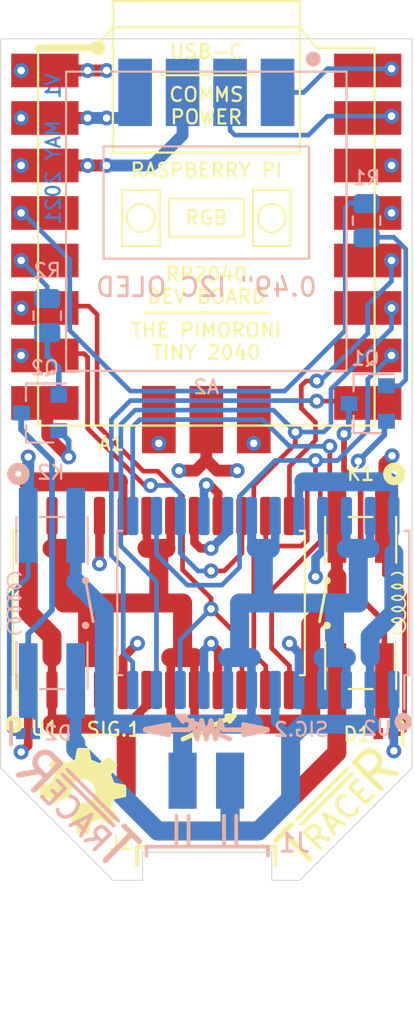
<source format=kicad_pcb>
(kicad_pcb (version 20171130) (host pcbnew "(5.1.9-0-10_14)")

  (general
    (thickness 1.6)
    (drawings 27)
    (tracks 377)
    (zones 0)
    (modules 18)
    (nets 27)
  )

  (page A4)
  (layers
    (0 F.Cu signal)
    (1 In1.Cu signal hide)
    (2 In2.Cu signal hide)
    (31 B.Cu signal)
    (32 B.Adhes user hide)
    (33 F.Adhes user hide)
    (34 B.Paste user hide)
    (35 F.Paste user hide)
    (36 B.SilkS user)
    (37 F.SilkS user)
    (38 B.Mask user hide)
    (39 F.Mask user hide)
    (40 Dwgs.User user hide)
    (41 Cmts.User user hide)
    (42 Eco1.User user hide)
    (43 Eco2.User user hide)
    (44 Edge.Cuts user)
    (45 Margin user hide)
    (46 B.CrtYd user hide)
    (47 F.CrtYd user hide)
    (48 B.Fab user hide)
    (49 F.Fab user hide)
  )

  (setup
    (last_trace_width 0.25)
    (user_trace_width 0.3048)
    (user_trace_width 0.4572)
    (user_trace_width 0.635)
    (user_trace_width 1.016)
    (user_trace_width 1.27)
    (trace_clearance 0.2)
    (zone_clearance 0.508)
    (zone_45_only no)
    (trace_min 0.2)
    (via_size 0.8)
    (via_drill 0.4)
    (via_min_size 0.4)
    (via_min_drill 0.3)
    (uvia_size 0.3)
    (uvia_drill 0.1)
    (uvias_allowed no)
    (uvia_min_size 0.2)
    (uvia_min_drill 0.1)
    (edge_width 0.05)
    (segment_width 0.2)
    (pcb_text_width 0.3)
    (pcb_text_size 1.5 1.5)
    (mod_edge_width 0.12)
    (mod_text_size 1 1)
    (mod_text_width 0.15)
    (pad_size 1.524 1.524)
    (pad_drill 0.762)
    (pad_to_mask_clearance 0)
    (aux_axis_origin 0 0)
    (visible_elements FFFFFF7F)
    (pcbplotparams
      (layerselection 0x010f0_ffffffff)
      (usegerberextensions false)
      (usegerberattributes true)
      (usegerberadvancedattributes true)
      (creategerberjobfile true)
      (excludeedgelayer true)
      (linewidth 0.100000)
      (plotframeref false)
      (viasonmask false)
      (mode 1)
      (useauxorigin false)
      (hpglpennumber 1)
      (hpglpenspeed 20)
      (hpglpendiameter 15.000000)
      (psnegative false)
      (psa4output false)
      (plotreference true)
      (plotvalue true)
      (plotinvisibletext false)
      (padsonsilk false)
      (subtractmaskfromsilk false)
      (outputformat 1)
      (mirror false)
      (drillshape 0)
      (scaleselection 1)
      (outputdirectory "gerbers"))
  )

  (net 0 "")
  (net 1 GND)
  (net 2 /~SS)
  (net 3 /CLK)
  (net 4 /SDI)
  (net 5 /~SHDN)
  (net 6 /~RS)
  (net 7 +5V)
  (net 8 /SIG1B)
  (net 9 /SIG1A)
  (net 10 /SIG2B)
  (net 11 /SIG2A)
  (net 12 /SDO1)
  (net 13 /SDO2)
  (net 14 +3V3)
  (net 15 "Net-(A1-Pad15)")
  (net 16 "Net-(A1-Pad16)")
  (net 17 "Net-(Q1-Pad1)")
  (net 18 "Net-(Q2-Pad1)")
  (net 19 "Net-(D1-Pad2)")
  (net 20 "Net-(D2-Pad2)")
  (net 21 "Net-(A1-Pad13)")
  (net 22 "Net-(A1-Pad14)")
  (net 23 "Net-(A1-Pad17)")
  (net 24 "Net-(A1-Pad19)")
  (net 25 /RELAY1)
  (net 26 /RELAY2)

  (net_class Default "This is the default net class."
    (clearance 0.2)
    (trace_width 0.25)
    (via_dia 0.8)
    (via_drill 0.4)
    (uvia_dia 0.3)
    (uvia_drill 0.1)
    (add_net +3V3)
    (add_net +5V)
    (add_net /CLK)
    (add_net /RELAY1)
    (add_net /RELAY2)
    (add_net /SDI)
    (add_net /SDO1)
    (add_net /SDO2)
    (add_net /SIG1A)
    (add_net /SIG1B)
    (add_net /SIG2A)
    (add_net /SIG2B)
    (add_net /~RS)
    (add_net /~SHDN)
    (add_net /~SS)
    (add_net GND)
    (add_net "Net-(A1-Pad13)")
    (add_net "Net-(A1-Pad14)")
    (add_net "Net-(A1-Pad15)")
    (add_net "Net-(A1-Pad16)")
    (add_net "Net-(A1-Pad17)")
    (add_net "Net-(A1-Pad19)")
    (add_net "Net-(D1-Pad2)")
    (add_net "Net-(D2-Pad2)")
    (add_net "Net-(Q1-Pad1)")
    (add_net "Net-(Q2-Pad1)")
  )

  (module novac:SAMTEC-SSQ-102-02-SIDEWAYS (layer F.Cu) (tedit 60A615C8) (tstamp 60A29718)
    (at 0 2.95)
    (descr "4.93 mm tail length")
    (path /609A8705)
    (fp_text reference J1 (at -4.572 -4.953) (layer F.SilkS)
      (effects (font (size 0.75 0.75) (thickness 0.125)))
    )
    (fp_text value IO_JACK_F04_SPLIT (at 10 4) (layer F.Fab)
      (effects (font (size 0.5 0.5) (thickness 0.015)))
    )
    (fp_text user 2.540 (at -3.899 -9.652) (layer Dwgs.User)
      (effects (font (size 0.2 0.2) (thickness 0.015)))
    )
    (fp_line (start -3.2 -4.255) (end -3.2 -4.755) (layer B.SilkS) (width 0.2))
    (fp_line (start 3.3 -4.755) (end -3.2 -4.75) (layer B.SilkS) (width 0.2))
    (fp_line (start 1.6 -6.405) (end 1.6 -4.755) (layer B.SilkS) (width 0.2))
    (fp_line (start -0.95 -6.405) (end -0.95 -4.755) (layer B.SilkS) (width 0.2))
    (fp_line (start 0.95 -6.405) (end 0.95 -4.755) (layer B.SilkS) (width 0.2))
    (fp_line (start 3.3 -4.255) (end 3.3 -4.755) (layer B.SilkS) (width 0.2))
    (fp_line (start -1.6 -6.405) (end -1.6 -4.755) (layer B.SilkS) (width 0.2))
    (fp_line (start -3.7 -3.75) (end -3.7 -4.75) (layer F.SilkS) (width 0.2))
    (fp_line (start 1.6 -6.4) (end 1.6 -4.75) (layer F.SilkS) (width 0.2))
    (fp_line (start 0.95 -6.4) (end 0.95 -4.75) (layer F.SilkS) (width 0.2))
    (fp_line (start -0.95 -6.4) (end -0.95 -4.75) (layer F.SilkS) (width 0.2))
    (fp_poly (pts (xy 0.5 -9.81) (xy 2 -9.8) (xy 2 -6.8) (xy 0.5 -6.8)) (layer F.Paste) (width 0.01))
    (fp_poly (pts (xy 0.5 -9.8) (xy 2.1 -9.8) (xy 2.1 -6.7) (xy 0.5 -6.7)) (layer F.Mask) (width 0.01))
    (fp_poly (pts (xy -2.1 -9.8) (xy -0.5 -9.8) (xy -0.5 -6.7) (xy -2.1 -6.7)) (layer F.Paste) (width 0.01))
    (fp_poly (pts (xy -2.1 -9.8) (xy -0.5 -9.8) (xy -0.5 -6.7) (xy -2.1 -6.7)) (layer F.Mask) (width 0.01))
    (fp_line (start 2.222 -4.254) (end 2.794 -4.254) (layer F.Fab) (width 0.1))
    (fp_line (start 2.222 -3.746) (end 2.222 -4.254) (layer F.Fab) (width 0.1))
    (fp_line (start 2.794 4.254) (end 2.794 -4.254) (layer F.Fab) (width 0.1))
    (fp_line (start 0 -4.254) (end 0.318 -4.254) (layer F.Fab) (width 0.1))
    (fp_line (start 0 -4.254) (end -0.318 -4.254) (layer F.Fab) (width 0.1))
    (fp_line (start 0.318 -4.254) (end 0.318 -3.746) (layer F.Fab) (width 0.1))
    (fp_line (start 0.318 -3.746) (end 2.222 -3.746) (layer F.Fab) (width 0.1))
    (fp_line (start -0.318 -4.254) (end -0.318 -3.746) (layer F.Fab) (width 0.1))
    (fp_line (start -0.318 -3.746) (end -2.222 -3.746) (layer F.Fab) (width 0.1))
    (fp_line (start -2.222 -3.746) (end -2.222 -4.254) (layer F.Fab) (width 0.1))
    (fp_line (start 0 4.254) (end 2.794 4.254) (layer F.Fab) (width 0.1))
    (fp_line (start -2.222 -4.254) (end -2.794 -4.254) (layer F.Fab) (width 0.1))
    (fp_line (start 3.3 4.7) (end 3.3 -10) (layer Dwgs.User) (width 0.1))
    (fp_line (start 3.7 -3.75) (end 3.7 -4.75) (layer F.SilkS) (width 0.2))
    (fp_line (start -3.2 4.7) (end 3.3 4.7) (layer Dwgs.User) (width 0.1))
    (fp_line (start -3.7 -4.75) (end 3.7 -4.75) (layer F.SilkS) (width 0.2))
    (fp_line (start -3.2 -10) (end -3.2 4.7) (layer Dwgs.User) (width 0.1))
    (fp_line (start -1.6 -6.4) (end -1.6 -4.75) (layer F.SilkS) (width 0.2))
    (fp_line (start -2.794 4.254) (end -2.794 -4.254) (layer F.Fab) (width 0.1))
    (fp_line (start 0 4.254) (end -2.794 4.254) (layer F.Fab) (width 0.1))
    (fp_line (start -1.59 -3.76) (end -1.59 -8.69) (layer F.Fab) (width 0.12))
    (fp_line (start -0.95 -3.76) (end -0.95 -8.69) (layer F.Fab) (width 0.12))
    (fp_line (start 1.59 -3.76) (end 1.59 -8.69) (layer F.Fab) (width 0.12))
    (fp_line (start 0.95 -3.76) (end 0.95 -8.69) (layer F.Fab) (width 0.12))
    (fp_line (start -1.59 -8.69) (end -0.95 -8.69) (layer F.Fab) (width 0.12))
    (fp_line (start 0.95 -8.69) (end 1.59 -8.69) (layer F.Fab) (width 0.12))
    (fp_line (start -3.2 -10) (end 3.3 -10) (layer Dwgs.User) (width 0.1))
    (fp_poly (pts (xy 0.5 -6.7) (xy 2.1 -6.7) (xy 2.1 -9.8) (xy 0.5 -9.8)) (layer B.Mask) (width 0.01))
    (fp_poly (pts (xy -2.1 -6.7) (xy -0.5 -6.7) (xy -0.5 -9.8) (xy -2.1 -9.8)) (layer B.Mask) (width 0.01))
    (fp_line (start 3.25 -11.025) (end 2 -11.275) (layer F.SilkS) (width 0.25))
    (fp_line (start 2 -10.725) (end 2 -11.275) (layer F.SilkS) (width 0.25))
    (fp_line (start -2 -11.275) (end -2 -10.725) (layer F.SilkS) (width 0.25))
    (fp_line (start -2 -11.275) (end -3.25 -11.025) (layer F.SilkS) (width 0.25))
    (fp_line (start -3.25 -10.975) (end -2 -10.725) (layer F.SilkS) (width 0.25))
    (fp_line (start -3.25 -11) (end -2 -11) (layer F.SilkS) (width 0.3))
    (fp_line (start 2 -10.725) (end 3.25 -10.975) (layer F.SilkS) (width 0.25))
    (fp_line (start -2 -11) (end -0.9 -11) (layer F.SilkS) (width 0.25))
    (fp_line (start 0.9 -11) (end 2 -11) (layer F.SilkS) (width 0.25))
    (fp_line (start -0.9 -11) (end -0.75 -11.5) (layer F.SilkS) (width 0.25))
    (fp_line (start -0.75 -11.5) (end -0.5 -10.5) (layer F.SilkS) (width 0.25))
    (fp_line (start -0.25 -11.5) (end 0 -10.5) (layer F.SilkS) (width 0.25))
    (fp_line (start -0.5 -10.5) (end -0.25 -11.5) (layer F.SilkS) (width 0.25))
    (fp_line (start 0.75 -11.5) (end 0.9 -11) (layer F.SilkS) (width 0.25))
    (fp_line (start 0.25 -11.5) (end 0.5 -10.5) (layer F.SilkS) (width 0.25))
    (fp_line (start 0.5 -10.5) (end 0.75 -11.5) (layer F.SilkS) (width 0.25))
    (fp_line (start 0 -10.5) (end 0.25 -11.5) (layer F.SilkS) (width 0.25))
    (fp_line (start 2 -11) (end 3.25 -11) (layer F.SilkS) (width 0.3))
    (fp_line (start -1.25 -10.5) (end 1.5 -11.75) (layer F.SilkS) (width 0.25))
    (fp_line (start 1.1 -11.75) (end 1.5 -11.75) (layer F.SilkS) (width 0.25))
    (fp_line (start 1.5 -11.75) (end 1.25 -11.45) (layer F.SilkS) (width 0.25))
    (fp_line (start 1.1 -11.75) (end 1.25 -11.45) (layer F.SilkS) (width 0.25))
    (fp_line (start -3.25 -11.025) (end -2 -11.275) (layer B.SilkS) (width 0.25))
    (fp_line (start -2 -10.725) (end -2 -11.275) (layer B.SilkS) (width 0.25))
    (fp_line (start 2 -11.275) (end 2 -10.725) (layer B.SilkS) (width 0.25))
    (fp_line (start 2 -11.275) (end 3.25 -11.025) (layer B.SilkS) (width 0.25))
    (fp_line (start 3.25 -10.975) (end 2 -10.725) (layer B.SilkS) (width 0.25))
    (fp_line (start 3.25 -11) (end 2 -11) (layer B.SilkS) (width 0.3))
    (fp_line (start -2 -10.725) (end -3.25 -10.975) (layer B.SilkS) (width 0.25))
    (fp_line (start 2 -11) (end 0.9 -11) (layer B.SilkS) (width 0.25))
    (fp_line (start -0.9 -11) (end -2 -11) (layer B.SilkS) (width 0.25))
    (fp_line (start 0.9 -11) (end 0.75 -11.5) (layer B.SilkS) (width 0.25))
    (fp_line (start 0.75 -11.5) (end 0.5 -10.5) (layer B.SilkS) (width 0.25))
    (fp_line (start 0.25 -11.5) (end 0 -10.5) (layer B.SilkS) (width 0.25))
    (fp_line (start 0.5 -10.5) (end 0.25 -11.5) (layer B.SilkS) (width 0.25))
    (fp_line (start -0.75 -11.5) (end -0.9 -11) (layer B.SilkS) (width 0.25))
    (fp_line (start -0.25 -11.5) (end -0.5 -10.5) (layer B.SilkS) (width 0.25))
    (fp_line (start -0.5 -10.5) (end -0.75 -11.5) (layer B.SilkS) (width 0.25))
    (fp_line (start 0 -10.5) (end -0.25 -11.5) (layer B.SilkS) (width 0.25))
    (fp_line (start -2 -11) (end -3.25 -11) (layer B.SilkS) (width 0.3))
    (fp_line (start 1.25 -10.5) (end -1.5 -11.75) (layer B.SilkS) (width 0.25))
    (fp_line (start -1.1 -11.75) (end -1.5 -11.75) (layer B.SilkS) (width 0.25))
    (fp_line (start -1.5 -11.75) (end -1.25 -11.45) (layer B.SilkS) (width 0.25))
    (fp_line (start -1.1 -11.75) (end -1.25 -11.45) (layer B.SilkS) (width 0.25))
    (pad 2 smd rect (at -1.27 -8.277) (size 1.5 3) (layers B.Cu B.Paste)
      (net 11 /SIG2A))
    (pad 4 smd rect (at 1.27 -8.277) (size 1.5 3) (layers B.Cu B.Paste)
      (net 10 /SIG2B))
    (pad 1 smd rect (at -1.27 -8.277) (size 1.5 3) (layers F.Cu F.Paste)
      (net 9 /SIG1A))
    (pad 3 smd rect (at 1.27 -8.277) (size 1.5 3) (layers F.Cu F.Paste)
      (net 8 /SIG1B))
    (model ${KIPRJMOD}/../novac.packages3d/SSQ-102-02-G-D.step
      (offset (xyz 0 4.5 -0.8))
      (scale (xyz 1 1 1))
      (rotate (xyz 0 0 180))
    )
  )

  (module novac:MODULE_TINY_2040 (layer F.Cu) (tedit 60A5FE6B) (tstamp 60A29912)
    (at 0 -34.417)
    (path /60983233)
    (fp_text reference A1 (at -5.08 11.049) (layer F.SilkS)
      (effects (font (size 0.75 0.75) (thickness 0.125)))
    )
    (fp_text value Tiny2040 (at 3.175 12.7) (layer F.Fab)
      (effects (font (size 0.75 0.75) (thickness 0.125)))
    )
    (fp_line (start -5 -11.2) (end 5 -11.2) (layer F.SilkS) (width 0.12))
    (fp_line (start -2 -0.008) (end -2 -2.008) (layer F.SilkS) (width 0.12))
    (fp_line (start 2 -0.008) (end -2 -0.008) (layer F.SilkS) (width 0.12))
    (fp_line (start 2 -2.008) (end 2 -0.008) (layer F.SilkS) (width 0.12))
    (fp_line (start -2 -2.008) (end 2 -2.008) (layer F.SilkS) (width 0.12))
    (fp_line (start 2.5 -2.508) (end 4.5 -2.508) (layer F.SilkS) (width 0.12))
    (fp_line (start 2.5 0.492) (end 2.5 -2.508) (layer F.SilkS) (width 0.12))
    (fp_line (start 4.5 0.492) (end 2.5 0.492) (layer F.SilkS) (width 0.12))
    (fp_circle (center 3.5 -1.008) (end 4.25 -1.008) (layer F.SilkS) (width 0.12))
    (fp_line (start 4.5 -2.508) (end 4.5 0.492) (layer F.SilkS) (width 0.12))
    (fp_circle (center -3.5 -1.008) (end -2.75 -1.008) (layer F.SilkS) (width 0.12))
    (fp_line (start -4.5 0.492) (end -4.5 -2.508) (layer F.SilkS) (width 0.12))
    (fp_line (start -2.5 0.492) (end -4.5 0.492) (layer F.SilkS) (width 0.12))
    (fp_line (start -2.5 -2.508) (end -2.5 0.492) (layer F.SilkS) (width 0.12))
    (fp_line (start -4.5 -2.508) (end -2.5 -2.508) (layer F.SilkS) (width 0.12))
    (fp_line (start 5 -4.5) (end 5 -12.6) (layer F.SilkS) (width 0.12))
    (fp_line (start -5 -4.5) (end -5 -12.6) (layer F.SilkS) (width 0.12))
    (fp_line (start -5 -4.5) (end 5 -4.5) (layer F.SilkS) (width 0.12))
    (fp_line (start 5.9 -10.1) (end 9 -10.1) (layer F.SilkS) (width 0.12))
    (fp_line (start 5.9 -10.1) (end 5 -11.2) (layer F.SilkS) (width 0.12))
    (fp_line (start -5.9 -10.1) (end -5 -11.2) (layer F.SilkS) (width 0.12))
    (fp_line (start -5 -12.6) (end 5 -12.6) (layer F.SilkS) (width 0.12))
    (fp_circle (center -5.8 -10.1) (end -5.8 -9.9) (layer F.SilkS) (width 0.4))
    (fp_line (start -9.525 -11.43) (end -9.525 10.795) (layer F.CrtYd) (width 0.05))
    (fp_line (start -9.525 10.795) (end 9.525 10.795) (layer F.CrtYd) (width 0.05))
    (fp_line (start 9.525 10.795) (end 9.525 -11.43) (layer F.CrtYd) (width 0.05))
    (fp_line (start 9.525 -11.43) (end -9.525 -11.43) (layer F.CrtYd) (width 0.05))
    (fp_line (start -9 -10.1) (end -5.9 -10.1) (layer F.SilkS) (width 0.4))
    (fp_line (start 9 -10.1) (end 9 10.09) (layer F.SilkS) (width 0.12))
    (fp_line (start 9 10.1) (end -9 10.1) (layer F.SilkS) (width 0.12))
    (fp_line (start -9 10.1) (end -9 -10.1) (layer F.SilkS) (width 0.12))
    (fp_line (start -3.3 4.064) (end 3.3 4.064) (layer F.SilkS) (width 0.12))
    (fp_line (start -2.54 -8.636) (end 2.54 -8.636) (layer F.SilkS) (width 0.12))
    (fp_text user COMMS (at 0 -7.6) (layer F.SilkS)
      (effects (font (size 0.75 0.75) (thickness 0.125)))
    )
    (fp_text user POWER (at 0 -6.4) (layer F.SilkS)
      (effects (font (size 0.75 0.75) (thickness 0.125)))
    )
    (fp_text user USB-C (at 0 -9.9) (layer F.SilkS)
      (effects (font (size 0.75 0.75) (thickness 0.125)))
    )
    (fp_text user "DEV BOARD" (at 0 3.2) (layer F.SilkS)
      (effects (font (size 0.75 0.75) (thickness 0.125)))
    )
    (fp_text user RP2040 (at 0 2) (layer F.SilkS)
      (effects (font (size 0.75 0.75) (thickness 0.125)))
    )
    (fp_text user "RASPBERRY PI" (at 0 -3.556) (layer F.SilkS)
      (effects (font (size 0.75 0.75) (thickness 0.125)))
    )
    (fp_text user "TINY 2040" (at 0 6.2) (layer F.SilkS)
      (effects (font (size 0.75 0.75) (thickness 0.125)))
    )
    (fp_text user "THE PIMORONI" (at 0 5) (layer F.SilkS)
      (effects (font (size 0.75 0.75) (thickness 0.125)))
    )
    (fp_text user RGB (at 0 -1.016) (layer F.SilkS)
      (effects (font (size 0.75 0.75) (thickness 0.125)))
    )
    (pad 1 smd rect (at -8.636 -8.89 270) (size 1.8 3.6) (layers F.Cu F.Paste F.Mask)
      (net 7 +5V))
    (pad 2 smd rect (at -8.636 -6.35 270) (size 1.8 3.6) (layers F.Cu F.Paste F.Mask)
      (net 1 GND))
    (pad 3 smd rect (at -8.636 -3.81 270) (size 1.8 3.6) (layers F.Cu F.Paste F.Mask)
      (net 14 +3V3))
    (pad 4 smd rect (at -8.636 -1.27 270) (size 1.8 3.6) (layers F.Cu F.Paste F.Mask)
      (net 25 /RELAY1))
    (pad 5 smd rect (at -8.636 1.27 270) (size 1.8 3.6) (layers F.Cu F.Paste F.Mask)
      (net 26 /RELAY2))
    (pad 6 smd rect (at -8.636 3.81 270) (size 1.8 3.6) (layers F.Cu F.Paste F.Mask)
      (net 5 /~SHDN))
    (pad 7 smd rect (at -8.636 6.35 270) (size 1.8 3.6) (layers F.Cu F.Paste F.Mask)
      (net 6 /~RS))
    (pad 8 smd rect (at -8.636 8.89 270) (size 1.8 3.6) (layers F.Cu F.Paste F.Mask)
      (net 1 GND))
    (pad 9 smd rect (at 8.636 8.89 270) (size 1.8 3.6) (layers F.Cu F.Paste F.Mask)
      (net 4 /SDI))
    (pad 10 smd rect (at 8.636 6.35 270) (size 1.8 3.6) (layers F.Cu F.Paste F.Mask)
      (net 3 /CLK))
    (pad 11 smd rect (at 8.636 3.81 270) (size 1.8 3.6) (layers F.Cu F.Paste F.Mask)
      (net 2 /~SS))
    (pad 12 smd rect (at 8.636 1.27 270) (size 1.8 3.6) (layers F.Cu F.Paste F.Mask)
      (net 12 /SDO1))
    (pad 13 smd rect (at 8.636 -1.27 270) (size 1.8 3.6) (layers F.Cu F.Paste F.Mask)
      (net 21 "Net-(A1-Pad13)"))
    (pad 14 smd rect (at 8.636 -3.81 270) (size 1.8 3.6) (layers F.Cu F.Paste F.Mask)
      (net 22 "Net-(A1-Pad14)"))
    (pad 15 smd rect (at 8.636 -6.35 270) (size 1.8 3.6) (layers F.Cu F.Paste F.Mask)
      (net 15 "Net-(A1-Pad15)"))
    (pad 16 smd rect (at 8.636 -8.89 270) (size 1.8 3.6) (layers F.Cu F.Paste F.Mask)
      (net 16 "Net-(A1-Pad16)"))
    (pad 17 smd rect (at -2.54 9.779) (size 1.8 3.6) (layers F.Cu F.Paste F.Mask)
      (net 23 "Net-(A1-Pad17)"))
    (pad 18 smd rect (at 0 9.779) (size 1.8 3.6) (layers F.Cu F.Paste F.Mask)
      (net 1 GND))
    (pad 19 smd rect (at 2.54 9.779) (size 1.8 3.6) (layers F.Cu F.Paste F.Mask)
      (net 24 "Net-(A1-Pad19)"))
  )

  (module novac:OSHW-Logo2_7.3x6mm_SilkScreen (layer F.Cu) (tedit 60A5F2A4) (tstamp 60A65838)
    (at -6.9215 -4.445 315)
    (descr "Open Source Hardware Symbol")
    (tags "Logo Symbol OSHW")
    (path /60A81A58)
    (attr virtual)
    (fp_text reference LOGO1 (at 0 0 135) (layer F.SilkS) hide
      (effects (font (size 1 1) (thickness 0.15)))
    )
    (fp_text value Logo_Open_Hardware_Small (at 0.75 0 135) (layer F.Fab) hide
      (effects (font (size 1 1) (thickness 0.15)))
    )
    (fp_poly (pts (xy 0.10391 -2.757652) (xy 0.182454 -2.757222) (xy 0.239298 -2.756058) (xy 0.278105 -2.753793)
      (xy 0.302538 -2.75006) (xy 0.316262 -2.744494) (xy 0.32294 -2.736727) (xy 0.326236 -2.726395)
      (xy 0.326556 -2.725057) (xy 0.331562 -2.700921) (xy 0.340829 -2.653299) (xy 0.353392 -2.587259)
      (xy 0.368287 -2.507872) (xy 0.384551 -2.420204) (xy 0.385119 -2.417125) (xy 0.40141 -2.331211)
      (xy 0.416652 -2.255304) (xy 0.429861 -2.193955) (xy 0.440054 -2.151718) (xy 0.446248 -2.133145)
      (xy 0.446543 -2.132816) (xy 0.464788 -2.123747) (xy 0.502405 -2.108633) (xy 0.551271 -2.090738)
      (xy 0.551543 -2.090642) (xy 0.613093 -2.067507) (xy 0.685657 -2.038035) (xy 0.754057 -2.008403)
      (xy 0.757294 -2.006938) (xy 0.868702 -1.956374) (xy 1.115399 -2.12484) (xy 1.191077 -2.176197)
      (xy 1.259631 -2.222111) (xy 1.317088 -2.25997) (xy 1.359476 -2.287163) (xy 1.382825 -2.301079)
      (xy 1.385042 -2.302111) (xy 1.40201 -2.297516) (xy 1.433701 -2.275345) (xy 1.481352 -2.234553)
      (xy 1.546198 -2.174095) (xy 1.612397 -2.109773) (xy 1.676214 -2.046388) (xy 1.733329 -1.988549)
      (xy 1.780305 -1.939825) (xy 1.813703 -1.90379) (xy 1.830085 -1.884016) (xy 1.830694 -1.882998)
      (xy 1.832505 -1.869428) (xy 1.825683 -1.847267) (xy 1.80854 -1.813522) (xy 1.779393 -1.7652)
      (xy 1.736555 -1.699308) (xy 1.679448 -1.614483) (xy 1.628766 -1.539823) (xy 1.583461 -1.47286)
      (xy 1.54615 -1.417484) (xy 1.519452 -1.37758) (xy 1.505985 -1.357038) (xy 1.505137 -1.355644)
      (xy 1.506781 -1.335962) (xy 1.519245 -1.297707) (xy 1.540048 -1.248111) (xy 1.547462 -1.232272)
      (xy 1.579814 -1.16171) (xy 1.614328 -1.081647) (xy 1.642365 -1.012371) (xy 1.662568 -0.960955)
      (xy 1.678615 -0.921881) (xy 1.687888 -0.901459) (xy 1.689041 -0.899886) (xy 1.706096 -0.897279)
      (xy 1.746298 -0.890137) (xy 1.804302 -0.879477) (xy 1.874763 -0.866315) (xy 1.952335 -0.851667)
      (xy 2.031672 -0.836551) (xy 2.107431 -0.821982) (xy 2.174264 -0.808978) (xy 2.226828 -0.798555)
      (xy 2.259776 -0.79173) (xy 2.267857 -0.789801) (xy 2.276205 -0.785038) (xy 2.282506 -0.774282)
      (xy 2.287045 -0.753902) (xy 2.290104 -0.720266) (xy 2.291967 -0.669745) (xy 2.292918 -0.598708)
      (xy 2.29324 -0.503524) (xy 2.293257 -0.464508) (xy 2.293257 -0.147201) (xy 2.217057 -0.132161)
      (xy 2.174663 -0.124005) (xy 2.1114 -0.112101) (xy 2.034962 -0.097884) (xy 1.953043 -0.08279)
      (xy 1.9304 -0.078645) (xy 1.854806 -0.063947) (xy 1.788953 -0.049495) (xy 1.738366 -0.036625)
      (xy 1.708574 -0.026678) (xy 1.703612 -0.023713) (xy 1.691426 -0.002717) (xy 1.673953 0.037967)
      (xy 1.654577 0.090322) (xy 1.650734 0.1016) (xy 1.625339 0.171523) (xy 1.593817 0.250418)
      (xy 1.562969 0.321266) (xy 1.562817 0.321595) (xy 1.511447 0.432733) (xy 1.680399 0.681253)
      (xy 1.849352 0.929772) (xy 1.632429 1.147058) (xy 1.566819 1.211726) (xy 1.506979 1.268733)
      (xy 1.456267 1.315033) (xy 1.418046 1.347584) (xy 1.395675 1.363343) (xy 1.392466 1.364343)
      (xy 1.373626 1.356469) (xy 1.33518 1.334578) (xy 1.28133 1.301267) (xy 1.216276 1.259131)
      (xy 1.14594 1.211943) (xy 1.074555 1.16381) (xy 1.010908 1.121928) (xy 0.959041 1.088871)
      (xy 0.922995 1.067218) (xy 0.906867 1.059543) (xy 0.887189 1.066037) (xy 0.849875 1.08315)
      (xy 0.802621 1.107326) (xy 0.797612 1.110013) (xy 0.733977 1.141927) (xy 0.690341 1.157579)
      (xy 0.663202 1.157745) (xy 0.649057 1.143204) (xy 0.648975 1.143) (xy 0.641905 1.125779)
      (xy 0.625042 1.084899) (xy 0.599695 1.023525) (xy 0.567171 0.944819) (xy 0.528778 0.851947)
      (xy 0.485822 0.748072) (xy 0.444222 0.647502) (xy 0.398504 0.536516) (xy 0.356526 0.433703)
      (xy 0.319548 0.342215) (xy 0.288827 0.265201) (xy 0.265622 0.205815) (xy 0.25119 0.167209)
      (xy 0.246743 0.1528) (xy 0.257896 0.136272) (xy 0.287069 0.10993) (xy 0.325971 0.080887)
      (xy 0.436757 -0.010961) (xy 0.523351 -0.116241) (xy 0.584716 -0.232734) (xy 0.619815 -0.358224)
      (xy 0.627608 -0.490493) (xy 0.621943 -0.551543) (xy 0.591078 -0.678205) (xy 0.53792 -0.790059)
      (xy 0.465767 -0.885999) (xy 0.377917 -0.964924) (xy 0.277665 -1.02573) (xy 0.16831 -1.067313)
      (xy 0.053147 -1.088572) (xy -0.064525 -1.088401) (xy -0.18141 -1.065699) (xy -0.294211 -1.019362)
      (xy -0.399631 -0.948287) (xy -0.443632 -0.908089) (xy -0.528021 -0.804871) (xy -0.586778 -0.692075)
      (xy -0.620296 -0.57299) (xy -0.628965 -0.450905) (xy -0.613177 -0.329107) (xy -0.573322 -0.210884)
      (xy -0.509793 -0.099525) (xy -0.422979 0.001684) (xy -0.325971 0.080887) (xy -0.285563 0.111162)
      (xy -0.257018 0.137219) (xy -0.246743 0.152825) (xy -0.252123 0.169843) (xy -0.267425 0.2105)
      (xy -0.291388 0.271642) (xy -0.322756 0.350119) (xy -0.360268 0.44278) (xy -0.402667 0.546472)
      (xy -0.444337 0.647526) (xy -0.49031 0.758607) (xy -0.532893 0.861541) (xy -0.570779 0.953165)
      (xy -0.60266 1.030316) (xy -0.627229 1.089831) (xy -0.64318 1.128544) (xy -0.64909 1.143)
      (xy -0.663052 1.157685) (xy -0.69006 1.157642) (xy -0.733587 1.142099) (xy -0.79711 1.110284)
      (xy -0.797612 1.110013) (xy -0.84544 1.085323) (xy -0.884103 1.067338) (xy -0.905905 1.059614)
      (xy -0.906867 1.059543) (xy -0.923279 1.067378) (xy -0.959513 1.089165) (xy -1.011526 1.122328)
      (xy -1.075275 1.164291) (xy -1.14594 1.211943) (xy -1.217884 1.260191) (xy -1.282726 1.302151)
      (xy -1.336265 1.335227) (xy -1.374303 1.356821) (xy -1.392467 1.364343) (xy -1.409192 1.354457)
      (xy -1.44282 1.326826) (xy -1.48999 1.284495) (xy -1.547342 1.230505) (xy -1.611516 1.167899)
      (xy -1.632503 1.146983) (xy -1.849501 0.929623) (xy -1.684332 0.68722) (xy -1.634136 0.612781)
      (xy -1.590081 0.545972) (xy -1.554638 0.490665) (xy -1.530281 0.450729) (xy -1.519478 0.430036)
      (xy -1.519162 0.428563) (xy -1.524857 0.409058) (xy -1.540174 0.369822) (xy -1.562463 0.31743)
      (xy -1.578107 0.282355) (xy -1.607359 0.215201) (xy -1.634906 0.147358) (xy -1.656263 0.090034)
      (xy -1.662065 0.072572) (xy -1.678548 0.025938) (xy -1.69466 -0.010095) (xy -1.70351 -0.023713)
      (xy -1.72304 -0.032048) (xy -1.765666 -0.043863) (xy -1.825855 -0.057819) (xy -1.898078 -0.072578)
      (xy -1.9304 -0.078645) (xy -2.012478 -0.093727) (xy -2.091205 -0.108331) (xy -2.158891 -0.12102)
      (xy -2.20784 -0.130358) (xy -2.217057 -0.132161) (xy -2.293257 -0.147201) (xy -2.293257 -0.464508)
      (xy -2.293086 -0.568846) (xy -2.292384 -0.647787) (xy -2.290866 -0.704962) (xy -2.288251 -0.744001)
      (xy -2.284254 -0.768535) (xy -2.278591 -0.782195) (xy -2.27098 -0.788611) (xy -2.267857 -0.789801)
      (xy -2.249022 -0.79402) (xy -2.207412 -0.802438) (xy -2.14837 -0.814039) (xy -2.077243 -0.827805)
      (xy -1.999375 -0.84272) (xy -1.920113 -0.857768) (xy -1.844802 -0.871931) (xy -1.778787 -0.884194)
      (xy -1.727413 -0.893539) (xy -1.696025 -0.89895) (xy -1.689041 -0.899886) (xy -1.682715 -0.912404)
      (xy -1.66871 -0.945754) (xy -1.649645 -0.993623) (xy -1.642366 -1.012371) (xy -1.613004 -1.084805)
      (xy -1.578429 -1.16483) (xy -1.547463 -1.232272) (xy -1.524677 -1.283841) (xy -1.509518 -1.326215)
      (xy -1.504458 -1.352166) (xy -1.505264 -1.355644) (xy -1.515959 -1.372064) (xy -1.54038 -1.408583)
      (xy -1.575905 -1.461313) (xy -1.619913 -1.526365) (xy -1.669783 -1.599849) (xy -1.679644 -1.614355)
      (xy -1.737508 -1.700296) (xy -1.780044 -1.765739) (xy -1.808946 -1.813696) (xy -1.82591 -1.84718)
      (xy -1.832633 -1.869205) (xy -1.83081 -1.882783) (xy -1.830764 -1.882869) (xy -1.816414 -1.900703)
      (xy -1.784677 -1.935183) (xy -1.73899 -1.982732) (xy -1.682796 -2.039778) (xy -1.619532 -2.102745)
      (xy -1.612398 -2.109773) (xy -1.53267 -2.18698) (xy -1.471143 -2.24367) (xy -1.426579 -2.28089)
      (xy -1.397743 -2.299685) (xy -1.385042 -2.302111) (xy -1.366506 -2.291529) (xy -1.328039 -2.267084)
      (xy -1.273614 -2.231388) (xy -1.207202 -2.187053) (xy -1.132775 -2.136689) (xy -1.115399 -2.12484)
      (xy -0.868703 -1.956374) (xy -0.757294 -2.006938) (xy -0.689543 -2.036405) (xy -0.616817 -2.066041)
      (xy -0.554297 -2.08967) (xy -0.551543 -2.090642) (xy -0.50264 -2.108543) (xy -0.464943 -2.12368)
      (xy -0.446575 -2.13279) (xy -0.446544 -2.132816) (xy -0.440715 -2.149283) (xy -0.430808 -2.189781)
      (xy -0.417805 -2.249758) (xy -0.402691 -2.32466) (xy -0.386448 -2.409936) (xy -0.385119 -2.417125)
      (xy -0.368825 -2.504986) (xy -0.353867 -2.58474) (xy -0.341209 -2.651319) (xy -0.331814 -2.699653)
      (xy -0.326646 -2.724675) (xy -0.326556 -2.725057) (xy -0.323411 -2.735701) (xy -0.317296 -2.743738)
      (xy -0.304547 -2.749533) (xy -0.2815 -2.753453) (xy -0.244491 -2.755865) (xy -0.189856 -2.757135)
      (xy -0.113933 -2.757629) (xy -0.013056 -2.757714) (xy 0 -2.757714) (xy 0.10391 -2.757652)) (layer F.SilkS) (width 0.01))
  )

  (module novac:via-0.8x0.4 (layer F.Cu) (tedit 609F80D2) (tstamp 60A29A3F)
    (at 9.906 -38.227)
    (path /60A834D5)
    (fp_text reference TP14 (at 0 0.5) (layer F.SilkS) hide
      (effects (font (size 0.75 0.75) (thickness 0.125)))
    )
    (fp_text value TestPoint (at 0 -0.5) (layer F.Fab) hide
      (effects (font (size 1 1) (thickness 0.15)))
    )
    (pad 1 thru_hole circle (at 0 0) (size 0.8 0.8) (drill 0.4) (layers *.Cu *.Mask)
      (net 22 "Net-(A1-Pad14)"))
  )

  (module novac:via-0.8x0.4 (layer F.Cu) (tedit 609F80D2) (tstamp 60A29A4B)
    (at 9.906 -35.687)
    (path /60A8CF49)
    (fp_text reference TP13 (at 0 0.5) (layer F.SilkS) hide
      (effects (font (size 0.75 0.75) (thickness 0.125)))
    )
    (fp_text value TestPoint (at 0 -0.5) (layer F.Fab) hide
      (effects (font (size 1 1) (thickness 0.15)))
    )
    (pad 1 thru_hole circle (at 0 0) (size 0.8 0.8) (drill 0.4) (layers *.Cu *.Mask)
      (net 21 "Net-(A1-Pad13)"))
  )

  (module novac:REED_RELAY_COTO_9913 (layer F.Cu) (tedit 60A5F5B1) (tstamp 60A2989E)
    (at 8.255 -14.83 270)
    (descr "Coto Technologies SPST Reed Relay 9913")
    (tags "Coto Reed SPST Relay")
    (path /6093F5CC)
    (attr smd)
    (fp_text reference K1 (at -6.9215 0) (layer F.SilkS)
      (effects (font (size 0.75 0.75) (thickness 0.125)))
    )
    (fp_text value Coto-9913-05-20 (at 0 -2.54 90) (layer F.Fab)
      (effects (font (size 1 1) (thickness 0.15)))
    )
    (fp_line (start 4.6 -1.9) (end 2.1 -1.9) (layer F.SilkS) (width 0.12))
    (fp_circle (center -1.2 1.795199) (end -1.099999 1.795199) (layer F.SilkS) (width 0.2))
    (fp_circle (center 1.2 1.795199) (end 1.300001 1.795199) (layer F.SilkS) (width 0.2))
    (fp_line (start -1.2 1.7952) (end 1 2.2) (layer F.SilkS) (width 0.15))
    (fp_line (start 4.6 -0.635) (end 4.6 0.635) (layer F.SilkS) (width 0.12))
    (fp_line (start -4.6 -0.635) (end -4.6 0.635) (layer F.SilkS) (width 0.12))
    (fp_circle (center -6.9 -1.8) (end -6.75 -1.8) (layer F.SilkS) (width 0.45))
    (fp_line (start -4.6 -1.9) (end 4.6 -1.9) (layer F.Fab) (width 0.1))
    (fp_line (start 4.6 -1.9) (end 4.6 1.9) (layer F.Fab) (width 0.1))
    (fp_line (start 4.6 1.9) (end -4.6 1.9) (layer F.Fab) (width 0.1))
    (fp_line (start -4.6 1.9) (end -4.6 -1.9) (layer F.Fab) (width 0.1))
    (fp_line (start 4.6 1.9) (end 4.6 -1.9) (layer F.CrtYd) (width 0.05))
    (fp_line (start 4.6 -1.9) (end -4.6 -1.9) (layer F.CrtYd) (width 0.05))
    (fp_line (start -4.6 -1.9) (end -4.6 1.9) (layer F.CrtYd) (width 0.05))
    (fp_line (start -4.6 1.9) (end 4.6 1.9) (layer F.CrtYd) (width 0.05))
    (fp_line (start -4.6 1.9) (end -2.1 1.9) (layer F.SilkS) (width 0.12))
    (fp_line (start -2.159 -1.905) (end -4.6 -1.9) (layer F.SilkS) (width 0.12))
    (fp_line (start 2.1 1.9) (end 4.6 1.895199) (layer F.SilkS) (width 0.12))
    (fp_arc (start -1.2 -1.964998) (end -0.900001 -1.664999) (angle -270) (layer F.SilkS) (width 0.1))
    (fp_arc (start 1.227001 -1.964999) (end 1.527 -1.665) (angle -270) (layer F.SilkS) (width 0.1))
    (fp_arc (start 0.626999 -1.964998) (end 0.926998 -1.664999) (angle -270) (layer F.SilkS) (width 0.1))
    (fp_arc (start 0.027001 -1.964999) (end 0.327 -1.665) (angle -270) (layer F.SilkS) (width 0.1))
    (fp_arc (start -0.573001 -1.964998) (end -0.273002 -1.664999) (angle -270) (layer F.SilkS) (width 0.1))
    (fp_text user %R (at 4.7 2.6 90) (layer F.Fab)
      (effects (font (size 1 1) (thickness 0.15)))
    )
    (pad 2 smd rect (at 4.15 -1.27 270) (size 4 1) (layers F.Cu F.Paste F.Mask)
      (net 19 "Net-(D1-Pad2)"))
    (pad 4 smd rect (at 4.15 1.27 270) (size 4 1) (layers F.Cu F.Paste F.Mask)
      (net 8 /SIG1B))
    (pad 3 smd rect (at -4.15 1.27 270) (size 4 1) (layers F.Cu F.Paste F.Mask)
      (net 9 /SIG1A))
    (pad 1 smd rect (at -4.15 -1.27 270) (size 4 1) (layers F.Cu F.Paste F.Mask)
      (net 7 +5V))
    (model ${KIPRJMOD}/../novac.packages3d/9913_stp.stp
      (offset (xyz 0 0 1.6002))
      (scale (xyz 1 1 1))
      (rotate (xyz 0 0 90))
    )
  )

  (module novac:REED_RELAY_COTO_9913 (layer B.Cu) (tedit 60A5F5B1) (tstamp 60A29841)
    (at -8.255 -14.83 270)
    (descr "Coto Technologies SPST Reed Relay 9913")
    (tags "Coto Reed SPST Relay")
    (path /60AF646A)
    (attr smd)
    (fp_text reference K2 (at -6.985 0.0635 180) (layer B.SilkS)
      (effects (font (size 0.75 0.75) (thickness 0.125)) (justify mirror))
    )
    (fp_text value Coto-9913-05-20 (at 0 2.54 90) (layer B.Fab)
      (effects (font (size 1 1) (thickness 0.15)) (justify mirror))
    )
    (fp_line (start 4.6 1.9) (end 2.1 1.9) (layer B.SilkS) (width 0.12))
    (fp_circle (center -1.2 -1.795199) (end -1.099999 -1.795199) (layer B.SilkS) (width 0.2))
    (fp_circle (center 1.2 -1.795199) (end 1.300001 -1.795199) (layer B.SilkS) (width 0.2))
    (fp_line (start -1.2 -1.7952) (end 1 -2.2) (layer B.SilkS) (width 0.15))
    (fp_line (start 4.6 0.635) (end 4.6 -0.635) (layer B.SilkS) (width 0.12))
    (fp_line (start -4.6 0.635) (end -4.6 -0.635) (layer B.SilkS) (width 0.12))
    (fp_circle (center -6.9 1.8) (end -6.75 1.8) (layer B.SilkS) (width 0.45))
    (fp_line (start -4.6 1.9) (end 4.6 1.9) (layer B.Fab) (width 0.1))
    (fp_line (start 4.6 1.9) (end 4.6 -1.9) (layer B.Fab) (width 0.1))
    (fp_line (start 4.6 -1.9) (end -4.6 -1.9) (layer B.Fab) (width 0.1))
    (fp_line (start -4.6 -1.9) (end -4.6 1.9) (layer B.Fab) (width 0.1))
    (fp_line (start 4.6 -1.9) (end 4.6 1.9) (layer B.CrtYd) (width 0.05))
    (fp_line (start 4.6 1.9) (end -4.6 1.9) (layer B.CrtYd) (width 0.05))
    (fp_line (start -4.6 1.9) (end -4.6 -1.9) (layer B.CrtYd) (width 0.05))
    (fp_line (start -4.6 -1.9) (end 4.6 -1.9) (layer B.CrtYd) (width 0.05))
    (fp_line (start -4.6 -1.9) (end -2.1 -1.9) (layer B.SilkS) (width 0.12))
    (fp_line (start -2.159 1.905) (end -4.6 1.9) (layer B.SilkS) (width 0.12))
    (fp_line (start 2.1 -1.9) (end 4.6 -1.895199) (layer B.SilkS) (width 0.12))
    (fp_arc (start -1.2 1.964998) (end -0.900001 1.664999) (angle 270) (layer B.SilkS) (width 0.1))
    (fp_arc (start 1.227001 1.964999) (end 1.527 1.665) (angle 270) (layer B.SilkS) (width 0.1))
    (fp_arc (start 0.626999 1.964998) (end 0.926998 1.664999) (angle 270) (layer B.SilkS) (width 0.1))
    (fp_arc (start 0.027001 1.964999) (end 0.327 1.665) (angle 270) (layer B.SilkS) (width 0.1))
    (fp_arc (start -0.573001 1.964998) (end -0.273002 1.664999) (angle 270) (layer B.SilkS) (width 0.1))
    (fp_text user %R (at 4.7 -2.6 90) (layer B.Fab)
      (effects (font (size 1 1) (thickness 0.15)) (justify mirror))
    )
    (pad 2 smd rect (at 4.15 1.27 270) (size 4 1) (layers B.Cu B.Paste B.Mask)
      (net 20 "Net-(D2-Pad2)"))
    (pad 4 smd rect (at 4.15 -1.27 270) (size 4 1) (layers B.Cu B.Paste B.Mask)
      (net 10 /SIG2B))
    (pad 3 smd rect (at -4.15 -1.27 270) (size 4 1) (layers B.Cu B.Paste B.Mask)
      (net 11 /SIG2A))
    (pad 1 smd rect (at -4.15 1.27 270) (size 4 1) (layers B.Cu B.Paste B.Mask)
      (net 7 +5V))
    (model ${KIPRJMOD}/../novac.packages3d/9913_stp.stp
      (offset (xyz 0 0 1.6002))
      (scale (xyz 1 1 1))
      (rotate (xyz 0 0 90))
    )
  )

  (module novac:MODULE_OLED_490 (layer B.Cu) (tedit 60A5FAB3) (tstamp 60A297FA)
    (at 0 -41.246 180)
    (path /60B700C9)
    (fp_text reference A2 (at 0 -14.859) (layer B.SilkS)
      (effects (font (size 0.75 0.75) (thickness 0.125)) (justify mirror))
    )
    (fp_text value ASSY_OLED_490MILS_62x32_I2C (at 3 -15.5) (layer B.Fab)
      (effects (font (size 1 1) (thickness 0.015)) (justify mirror))
    )
    (fp_line (start -5.5 -2) (end -5.5 -8) (layer B.SilkS) (width 0.12))
    (fp_line (start 5.5 -2) (end -5.5 -2) (layer B.SilkS) (width 0.12))
    (fp_line (start 5.5 -8) (end 5.5 -2) (layer B.SilkS) (width 0.12))
    (fp_line (start -5.5 -8) (end 5.5 -8) (layer B.SilkS) (width 0.12))
    (fp_line (start -7.493 -13.97) (end -7.493 3.048) (layer B.CrtYd) (width 0.05))
    (fp_line (start -7.5 2) (end -7.5 -14) (layer B.SilkS) (width 0.12))
    (fp_line (start 7.5 -14) (end -7.5 -14) (layer B.SilkS) (width 0.12))
    (fp_line (start 7.5 2) (end 7.5 -14) (layer B.SilkS) (width 0.12))
    (fp_line (start 7.493 3.048) (end -7.493 3.048) (layer B.CrtYd) (width 0.05))
    (fp_line (start 7.493 -13.97) (end 7.493 3.048) (layer B.CrtYd) (width 0.05))
    (fp_line (start -7.493 -13.97) (end 7.493 -13.97) (layer B.CrtYd) (width 0.05))
    (fp_circle (center -5.715 2.667) (end -5.915 2.667) (layer B.SilkS) (width 0.4))
    (fp_line (start 7.5 2) (end -7.5 2) (layer B.SilkS) (width 0.12))
    (fp_text user "0.49\" I2C OLED" (at 0 -9.525) (layer B.SilkS)
      (effects (font (size 1 1) (thickness 0.15)) (justify mirror))
    )
    (pad 4 smd rect (at 3.81 0.889) (size 1.8 3.6) (layers B.Cu B.Paste B.Mask)
      (net 1 GND))
    (pad 3 smd rect (at 1.27 0.889) (size 1.8 3.6) (layers B.Cu B.Paste B.Mask)
      (net 14 +3V3))
    (pad 2 smd rect (at -1.27 0.889) (size 1.8 3.6) (layers B.Cu B.Paste B.Mask)
      (net 15 "Net-(A1-Pad15)"))
    (pad 1 smd rect (at -3.81 0.889) (size 1.8 3.6) (layers B.Cu B.Paste B.Mask)
      (net 16 "Net-(A1-Pad16)"))
  )

  (module novac:via-0.8x0.4 (layer F.Cu) (tedit 609F80D2) (tstamp 60A297DE)
    (at 2.54 -23.368)
    (path /60A00C06)
    (fp_text reference TP19 (at 0 0.5) (layer F.SilkS) hide
      (effects (font (size 0.75 0.75) (thickness 0.125)))
    )
    (fp_text value TestPoint (at 0 -0.5) (layer F.Fab)
      (effects (font (size 1 1) (thickness 0.15)))
    )
    (pad 1 thru_hole circle (at 0 0) (size 0.8 0.8) (drill 0.4) (layers *.Cu *.Mask)
      (net 24 "Net-(A1-Pad19)"))
  )

  (module novac:via-0.8x0.4 (layer F.Cu) (tedit 609F80D2) (tstamp 60A297D2)
    (at -2.54 -23.368)
    (path /60A01635)
    (fp_text reference TP17 (at 0 0.5) (layer F.SilkS) hide
      (effects (font (size 0.75 0.75) (thickness 0.125)))
    )
    (fp_text value TestPoint (at 0 -0.5) (layer F.Fab)
      (effects (font (size 1 1) (thickness 0.15)))
    )
    (pad 1 thru_hole circle (at 0 0) (size 0.8 0.8) (drill 0.4) (layers *.Cu *.Mask)
      (net 23 "Net-(A1-Pad17)"))
  )

  (module novac:DFN1006-2 (layer B.Cu) (tedit 60A5F939) (tstamp 60A297AE)
    (at -9.544 -7.845)
    (descr "DFN package size 1006 2 pins")
    (tags "DFN package size 1006 2 pins")
    (path /60A62D2E)
    (attr smd)
    (fp_text reference D2 (at 1.6065 -0.029) (layer B.SilkS)
      (effects (font (size 0.75 0.75) (thickness 0.125)) (justify mirror))
    )
    (fp_text value 1N4148W (at 0 -1.6) (layer B.Fab)
      (effects (font (size 1 1) (thickness 0.15)) (justify mirror))
    )
    (fp_line (start -0.35 0.3) (end -0.5 0.15) (layer B.Fab) (width 0.1))
    (fp_line (start 0.5 0.3) (end 0.5 -0.3) (layer B.Fab) (width 0.1))
    (fp_line (start 0.5 -0.3) (end -0.5 -0.3) (layer B.Fab) (width 0.1))
    (fp_line (start -0.5 -0.3) (end -0.5 0.15) (layer B.Fab) (width 0.1))
    (fp_line (start -0.35 0.3) (end 0.5 0.3) (layer B.Fab) (width 0.1))
    (fp_line (start -0.8 0.6) (end 0.8 0.6) (layer B.CrtYd) (width 0.05))
    (fp_line (start 0.8 0.6) (end 0.8 -0.6) (layer B.CrtYd) (width 0.05))
    (fp_line (start 0.8 -0.6) (end -0.8 -0.6) (layer B.CrtYd) (width 0.05))
    (fp_line (start -0.8 -0.6) (end -0.8 0.6) (layer B.CrtYd) (width 0.05))
    (fp_line (start -0.9 0.6) (end -0.9 -0.6) (layer B.SilkS) (width 0.2))
    (fp_text user %R (at 0 1.6) (layer B.Fab)
      (effects (font (size 1 1) (thickness 0.15)) (justify mirror))
    )
    (pad 2 smd rect (at 0.4 0 90) (size 0.6 0.5) (layers B.Cu B.Paste B.Mask)
      (net 20 "Net-(D2-Pad2)"))
    (pad 1 smd rect (at -0.4 0 90) (size 0.6 0.5) (layers B.Cu B.Paste B.Mask)
      (net 7 +5V))
    (model ${KIPRJMOD}/../novac.packages3d/DFN1006-2.stp
      (at (xyz 0 0 0))
      (scale (xyz 1 1 1))
      (rotate (xyz -90 0 0))
    )
  )

  (module novac:DFN1006-2 (layer F.Cu) (tedit 60A5F939) (tstamp 60A2977E)
    (at 9.595 -7.845 180)
    (descr "DFN package size 1006 2 pins")
    (tags "DFN package size 1006 2 pins")
    (path /60A7F081)
    (attr smd)
    (fp_text reference D1 (at 1.5305 -0.0345) (layer F.SilkS)
      (effects (font (size 0.75 0.75) (thickness 0.125)))
    )
    (fp_text value 1N4148W (at 0 1.6) (layer F.Fab)
      (effects (font (size 1 1) (thickness 0.15)))
    )
    (fp_line (start -0.35 -0.3) (end -0.5 -0.15) (layer F.Fab) (width 0.1))
    (fp_line (start 0.5 -0.3) (end 0.5 0.3) (layer F.Fab) (width 0.1))
    (fp_line (start 0.5 0.3) (end -0.5 0.3) (layer F.Fab) (width 0.1))
    (fp_line (start -0.5 0.3) (end -0.5 -0.15) (layer F.Fab) (width 0.1))
    (fp_line (start -0.35 -0.3) (end 0.5 -0.3) (layer F.Fab) (width 0.1))
    (fp_line (start -0.8 -0.6) (end 0.8 -0.6) (layer F.CrtYd) (width 0.05))
    (fp_line (start 0.8 -0.6) (end 0.8 0.6) (layer F.CrtYd) (width 0.05))
    (fp_line (start 0.8 0.6) (end -0.8 0.6) (layer F.CrtYd) (width 0.05))
    (fp_line (start -0.8 0.6) (end -0.8 -0.6) (layer F.CrtYd) (width 0.05))
    (fp_line (start -0.9 -0.6) (end -0.9 0.6) (layer F.SilkS) (width 0.2))
    (fp_text user %R (at 0 -1.6) (layer F.Fab)
      (effects (font (size 1 1) (thickness 0.15)))
    )
    (pad 2 smd rect (at 0.4 0 90) (size 0.6 0.5) (layers F.Cu F.Paste F.Mask)
      (net 19 "Net-(D1-Pad2)"))
    (pad 1 smd rect (at -0.4 0 90) (size 0.6 0.5) (layers F.Cu F.Paste F.Mask)
      (net 7 +5V))
    (model ${KIPRJMOD}/../novac.packages3d/DFN1006-2.stp
      (at (xyz 0 0 0))
      (scale (xyz 1 1 1))
      (rotate (xyz -90 0 0))
    )
  )

  (module novac:R_0805_2012Metric (layer B.Cu) (tedit 60A5F9B4) (tstamp 60A296CD)
    (at 8.5725 -35.277 90)
    (descr "Resistor SMD 0805 (2012 Metric), square (rectangular) end terminal, IPC_7351 nominal, (Body size source: IPC-SM-782 page 72, https://www.pcb-3d.com/wordpress/wp-content/uploads/ipc-sm-782a_amendment_1_and_2.pdf), generated with kicad-footprint-generator")
    (tags resistor)
    (path /60ADC9FE)
    (attr smd)
    (fp_text reference R1 (at 2.286 0 180) (layer B.SilkS)
      (effects (font (size 0.75 0.75) (thickness 0.125)) (justify mirror))
    )
    (fp_text value 1K (at 0 -1.65 90) (layer B.Fab)
      (effects (font (size 1 1) (thickness 0.15)) (justify mirror))
    )
    (fp_line (start -1 -0.625) (end -1 0.625) (layer B.Fab) (width 0.1))
    (fp_line (start -1 0.625) (end 1 0.625) (layer B.Fab) (width 0.1))
    (fp_line (start 1 0.625) (end 1 -0.625) (layer B.Fab) (width 0.1))
    (fp_line (start 1 -0.625) (end -1 -0.625) (layer B.Fab) (width 0.1))
    (fp_line (start -0.227064 0.735) (end 0.227064 0.735) (layer B.SilkS) (width 0.12))
    (fp_line (start -0.227064 -0.735) (end 0.227064 -0.735) (layer B.SilkS) (width 0.12))
    (fp_line (start -1.68 -0.95) (end -1.68 0.95) (layer B.CrtYd) (width 0.05))
    (fp_line (start -1.68 0.95) (end 1.68 0.95) (layer B.CrtYd) (width 0.05))
    (fp_line (start 1.68 0.95) (end 1.68 -0.95) (layer B.CrtYd) (width 0.05))
    (fp_line (start 1.68 -0.95) (end -1.68 -0.95) (layer B.CrtYd) (width 0.05))
    (fp_text user %R (at 0 0 90) (layer B.Fab)
      (effects (font (size 0.5 0.5) (thickness 0.15)) (justify mirror))
    )
    (pad 2 smd roundrect (at 0.9125 0 90) (size 1.025 1.4) (layers B.Cu B.Paste B.Mask) (roundrect_rratio 0.2439014634146341)
      (net 25 /RELAY1))
    (pad 1 smd roundrect (at -0.9125 0 90) (size 1.025 1.4) (layers B.Cu B.Paste B.Mask) (roundrect_rratio 0.2439014634146341)
      (net 17 "Net-(Q1-Pad1)"))
    (model ${KIPRJMOD}/../novac.packages3d/R_0805_2012Metric.wrl
      (at (xyz 0 0 0))
      (scale (xyz 1 1 1))
      (rotate (xyz 0 0 0))
    )
  )

  (module novac:R_0805_2012Metric (layer B.Cu) (tedit 60A5F9B4) (tstamp 60A2969D)
    (at -8.509 -30.197 90)
    (descr "Resistor SMD 0805 (2012 Metric), square (rectangular) end terminal, IPC_7351 nominal, (Body size source: IPC-SM-782 page 72, https://www.pcb-3d.com/wordpress/wp-content/uploads/ipc-sm-782a_amendment_1_and_2.pdf), generated with kicad-footprint-generator")
    (tags resistor)
    (path /60ABAE1C)
    (attr smd)
    (fp_text reference R2 (at 2.413 0) (layer B.SilkS)
      (effects (font (size 0.75 0.75) (thickness 0.125)) (justify mirror))
    )
    (fp_text value 1K (at 0 -1.65 90) (layer B.Fab)
      (effects (font (size 1 1) (thickness 0.15)) (justify mirror))
    )
    (fp_line (start -1 -0.625) (end -1 0.625) (layer B.Fab) (width 0.1))
    (fp_line (start -1 0.625) (end 1 0.625) (layer B.Fab) (width 0.1))
    (fp_line (start 1 0.625) (end 1 -0.625) (layer B.Fab) (width 0.1))
    (fp_line (start 1 -0.625) (end -1 -0.625) (layer B.Fab) (width 0.1))
    (fp_line (start -0.227064 0.735) (end 0.227064 0.735) (layer B.SilkS) (width 0.12))
    (fp_line (start -0.227064 -0.735) (end 0.227064 -0.735) (layer B.SilkS) (width 0.12))
    (fp_line (start -1.68 -0.95) (end -1.68 0.95) (layer B.CrtYd) (width 0.05))
    (fp_line (start -1.68 0.95) (end 1.68 0.95) (layer B.CrtYd) (width 0.05))
    (fp_line (start 1.68 0.95) (end 1.68 -0.95) (layer B.CrtYd) (width 0.05))
    (fp_line (start 1.68 -0.95) (end -1.68 -0.95) (layer B.CrtYd) (width 0.05))
    (fp_text user %R (at 0 0 90) (layer B.Fab)
      (effects (font (size 0.5 0.5) (thickness 0.15)) (justify mirror))
    )
    (pad 2 smd roundrect (at 0.9125 0 90) (size 1.025 1.4) (layers B.Cu B.Paste B.Mask) (roundrect_rratio 0.2439014634146341)
      (net 26 /RELAY2))
    (pad 1 smd roundrect (at -0.9125 0 90) (size 1.025 1.4) (layers B.Cu B.Paste B.Mask) (roundrect_rratio 0.2439014634146341)
      (net 18 "Net-(Q2-Pad1)"))
    (model ${KIPRJMOD}/../novac.packages3d/R_0805_2012Metric.wrl
      (at (xyz 0 0 0))
      (scale (xyz 1 1 1))
      (rotate (xyz 0 0 0))
    )
  )

  (module novac:SOT-23 (layer B.Cu) (tedit 60A5F99B) (tstamp 60A29665)
    (at 8.636 -25.498 180)
    (descr "SOT-23, Standard")
    (tags SOT-23)
    (path /60ADC9F4)
    (attr smd)
    (fp_text reference Q1 (at 0.127 2.413) (layer B.SilkS)
      (effects (font (size 0.75 0.75) (thickness 0.125)) (justify mirror))
    )
    (fp_text value MMBT3904 (at 0 -2.5) (layer B.Fab)
      (effects (font (size 1 1) (thickness 0.15)) (justify mirror))
    )
    (fp_line (start 0.76 -1.58) (end -0.7 -1.58) (layer B.SilkS) (width 0.12))
    (fp_line (start 0.76 1.58) (end -1.4 1.58) (layer B.SilkS) (width 0.12))
    (fp_line (start -1.7 -1.75) (end -1.7 1.75) (layer B.CrtYd) (width 0.05))
    (fp_line (start 1.7 -1.75) (end -1.7 -1.75) (layer B.CrtYd) (width 0.05))
    (fp_line (start 1.7 1.75) (end 1.7 -1.75) (layer B.CrtYd) (width 0.05))
    (fp_line (start -1.7 1.75) (end 1.7 1.75) (layer B.CrtYd) (width 0.05))
    (fp_line (start 0.76 1.58) (end 0.76 0.65) (layer B.SilkS) (width 0.12))
    (fp_line (start 0.76 -1.58) (end 0.76 -0.65) (layer B.SilkS) (width 0.12))
    (fp_line (start -0.7 -1.52) (end 0.7 -1.52) (layer B.Fab) (width 0.1))
    (fp_line (start 0.7 1.52) (end 0.7 -1.52) (layer B.Fab) (width 0.1))
    (fp_line (start -0.7 0.95) (end -0.15 1.52) (layer B.Fab) (width 0.1))
    (fp_line (start -0.15 1.52) (end 0.7 1.52) (layer B.Fab) (width 0.1))
    (fp_line (start -0.7 0.95) (end -0.7 -1.5) (layer B.Fab) (width 0.1))
    (fp_text user %R (at 0 0 270) (layer B.Fab)
      (effects (font (size 0.5 0.5) (thickness 0.075)) (justify mirror))
    )
    (pad 1 smd rect (at -1 0.95 180) (size 0.9 0.8) (layers B.Cu B.Paste B.Mask)
      (net 17 "Net-(Q1-Pad1)"))
    (pad 2 smd rect (at -1 -0.95 180) (size 0.9 0.8) (layers B.Cu B.Paste B.Mask)
      (net 1 GND))
    (pad 3 smd rect (at 1 0 180) (size 0.9 0.8) (layers B.Cu B.Paste B.Mask)
      (net 19 "Net-(D1-Pad2)"))
    (model ${KIPRJMOD}/../novac.packages3d/SOT-23.wrl
      (at (xyz 0 0 0))
      (scale (xyz 1 1 1))
      (rotate (xyz 0 0 0))
    )
  )

  (module novac:SOT-23 (layer B.Cu) (tedit 60A5F99B) (tstamp 60A29629)
    (at -8.89 -24.99 180)
    (descr "SOT-23, Standard")
    (tags SOT-23)
    (path /60AB9105)
    (attr smd)
    (fp_text reference Q2 (at -0.254 2.413) (layer B.SilkS)
      (effects (font (size 0.75 0.75) (thickness 0.125)) (justify mirror))
    )
    (fp_text value MMBT3904 (at 0 -2.5) (layer B.Fab)
      (effects (font (size 1 1) (thickness 0.15)) (justify mirror))
    )
    (fp_line (start 0.76 -1.58) (end -0.7 -1.58) (layer B.SilkS) (width 0.12))
    (fp_line (start 0.76 1.58) (end -1.4 1.58) (layer B.SilkS) (width 0.12))
    (fp_line (start -1.7 -1.75) (end -1.7 1.75) (layer B.CrtYd) (width 0.05))
    (fp_line (start 1.7 -1.75) (end -1.7 -1.75) (layer B.CrtYd) (width 0.05))
    (fp_line (start 1.7 1.75) (end 1.7 -1.75) (layer B.CrtYd) (width 0.05))
    (fp_line (start -1.7 1.75) (end 1.7 1.75) (layer B.CrtYd) (width 0.05))
    (fp_line (start 0.76 1.58) (end 0.76 0.65) (layer B.SilkS) (width 0.12))
    (fp_line (start 0.76 -1.58) (end 0.76 -0.65) (layer B.SilkS) (width 0.12))
    (fp_line (start -0.7 -1.52) (end 0.7 -1.52) (layer B.Fab) (width 0.1))
    (fp_line (start 0.7 1.52) (end 0.7 -1.52) (layer B.Fab) (width 0.1))
    (fp_line (start -0.7 0.95) (end -0.15 1.52) (layer B.Fab) (width 0.1))
    (fp_line (start -0.15 1.52) (end 0.7 1.52) (layer B.Fab) (width 0.1))
    (fp_line (start -0.7 0.95) (end -0.7 -1.5) (layer B.Fab) (width 0.1))
    (fp_text user %R (at 0 0 270) (layer B.Fab)
      (effects (font (size 0.5 0.5) (thickness 0.075)) (justify mirror))
    )
    (pad 1 smd rect (at -1 0.95 180) (size 0.9 0.8) (layers B.Cu B.Paste B.Mask)
      (net 18 "Net-(Q2-Pad1)"))
    (pad 2 smd rect (at -1 -0.95 180) (size 0.9 0.8) (layers B.Cu B.Paste B.Mask)
      (net 1 GND))
    (pad 3 smd rect (at 1 0 180) (size 0.9 0.8) (layers B.Cu B.Paste B.Mask)
      (net 20 "Net-(D2-Pad2)"))
    (model ${KIPRJMOD}/../novac.packages3d/SOT-23.wrl
      (at (xyz 0 0 0))
      (scale (xyz 1 1 1))
      (rotate (xyz 0 0 0))
    )
  )

  (module novac:SOIC-24W_7.5x15.4mm_P1.27mm (layer B.Cu) (tedit 5D9F72B1) (tstamp 60A295B9)
    (at 3.048 -14.83 90)
    (descr "SOIC, 24 Pin (JEDEC MS-013AD, https://www.analog.com/media/en/package-pcb-resources/package/pkg_pdf/soic_wide-rw/RW_24.pdf), generated with kicad-footprint-generator ipc_gullwing_generator.py")
    (tags "SOIC SO")
    (path /60AF4B09)
    (attr smd)
    (fp_text reference U2 (at -6.702 6.096 180) (layer B.SilkS)
      (effects (font (size 0.75 0.75) (thickness 0.125)) (justify mirror))
    )
    (fp_text value AD8403ARZ1 (at 0 -8.65 90) (layer B.Fab)
      (effects (font (size 1 1) (thickness 0.15)) (justify mirror))
    )
    (fp_line (start 5.93 7.95) (end -5.93 7.95) (layer B.CrtYd) (width 0.05))
    (fp_line (start 5.93 -7.95) (end 5.93 7.95) (layer B.CrtYd) (width 0.05))
    (fp_line (start -5.93 -7.95) (end 5.93 -7.95) (layer B.CrtYd) (width 0.05))
    (fp_line (start -5.93 7.95) (end -5.93 -7.95) (layer B.CrtYd) (width 0.05))
    (fp_line (start -3.75 6.7) (end -2.75 7.7) (layer B.Fab) (width 0.1))
    (fp_line (start -3.75 -7.7) (end -3.75 6.7) (layer B.Fab) (width 0.1))
    (fp_line (start 3.75 -7.7) (end -3.75 -7.7) (layer B.Fab) (width 0.1))
    (fp_line (start 3.75 7.7) (end 3.75 -7.7) (layer B.Fab) (width 0.1))
    (fp_line (start -2.75 7.7) (end 3.75 7.7) (layer B.Fab) (width 0.1))
    (fp_line (start -3.86 7.545) (end -5.675 7.545) (layer B.SilkS) (width 0.12))
    (fp_line (start -3.86 7.81) (end -3.86 7.545) (layer B.SilkS) (width 0.12))
    (fp_line (start 0 7.81) (end -3.86 7.81) (layer B.SilkS) (width 0.12))
    (fp_line (start 3.86 7.81) (end 3.86 7.545) (layer B.SilkS) (width 0.12))
    (fp_line (start 0 7.81) (end 3.86 7.81) (layer B.SilkS) (width 0.12))
    (fp_line (start -3.86 -7.81) (end -3.86 -7.545) (layer B.SilkS) (width 0.12))
    (fp_line (start 0 -7.81) (end -3.86 -7.81) (layer B.SilkS) (width 0.12))
    (fp_line (start 3.86 -7.81) (end 3.86 -7.545) (layer B.SilkS) (width 0.12))
    (fp_line (start 0 -7.81) (end 3.86 -7.81) (layer B.SilkS) (width 0.12))
    (fp_text user %R (at 0 0 90) (layer B.Fab)
      (effects (font (size 1 1) (thickness 0.15)) (justify mirror))
    )
    (pad 1 smd roundrect (at -4.65 6.985 90) (size 2.05 0.6) (layers B.Cu B.Paste B.Mask) (roundrect_rratio 0.25)
      (net 1 GND))
    (pad 2 smd roundrect (at -4.65 5.715 90) (size 2.05 0.6) (layers B.Cu B.Paste B.Mask) (roundrect_rratio 0.25)
      (net 10 /SIG2B))
    (pad 3 smd roundrect (at -4.65 4.445 90) (size 2.05 0.6) (layers B.Cu B.Paste B.Mask) (roundrect_rratio 0.25)
      (net 11 /SIG2A))
    (pad 4 smd roundrect (at -4.65 3.175 90) (size 2.05 0.6) (layers B.Cu B.Paste B.Mask) (roundrect_rratio 0.25)
      (net 11 /SIG2A))
    (pad 5 smd roundrect (at -4.65 1.905 90) (size 2.05 0.6) (layers B.Cu B.Paste B.Mask) (roundrect_rratio 0.25)
      (net 1 GND))
    (pad 6 smd roundrect (at -4.65 0.635 90) (size 2.05 0.6) (layers B.Cu B.Paste B.Mask) (roundrect_rratio 0.25)
      (net 10 /SIG2B))
    (pad 7 smd roundrect (at -4.65 -0.635 90) (size 2.05 0.6) (layers B.Cu B.Paste B.Mask) (roundrect_rratio 0.25)
      (net 11 /SIG2A))
    (pad 8 smd roundrect (at -4.65 -1.905 90) (size 2.05 0.6) (layers B.Cu B.Paste B.Mask) (roundrect_rratio 0.25)
      (net 11 /SIG2A))
    (pad 9 smd roundrect (at -4.65 -3.175 90) (size 2.05 0.6) (layers B.Cu B.Paste B.Mask) (roundrect_rratio 0.25)
      (net 1 GND))
    (pad 10 smd roundrect (at -4.65 -4.445 90) (size 2.05 0.6) (layers B.Cu B.Paste B.Mask) (roundrect_rratio 0.25)
      (net 5 /~SHDN))
    (pad 11 smd roundrect (at -4.65 -5.715 90) (size 2.05 0.6) (layers B.Cu B.Paste B.Mask) (roundrect_rratio 0.25)
      (net 2 /~SS))
    (pad 12 smd roundrect (at -4.65 -6.985 90) (size 2.05 0.6) (layers B.Cu B.Paste B.Mask) (roundrect_rratio 0.25)
      (net 4 /SDI))
    (pad 13 smd roundrect (at 4.65 -6.985 90) (size 2.05 0.6) (layers B.Cu B.Paste B.Mask) (roundrect_rratio 0.25)
      (net 13 /SDO2))
    (pad 14 smd roundrect (at 4.65 -5.715 90) (size 2.05 0.6) (layers B.Cu B.Paste B.Mask) (roundrect_rratio 0.25)
      (net 3 /CLK))
    (pad 15 smd roundrect (at 4.65 -4.445 90) (size 2.05 0.6) (layers B.Cu B.Paste B.Mask) (roundrect_rratio 0.25)
      (net 6 /~RS))
    (pad 16 smd roundrect (at 4.65 -3.175 90) (size 2.05 0.6) (layers B.Cu B.Paste B.Mask) (roundrect_rratio 0.25)
      (net 14 +3V3))
    (pad 17 smd roundrect (at 4.65 -1.905 90) (size 2.05 0.6) (layers B.Cu B.Paste B.Mask) (roundrect_rratio 0.25)
      (net 1 GND))
    (pad 18 smd roundrect (at 4.65 -0.635 90) (size 2.05 0.6) (layers B.Cu B.Paste B.Mask) (roundrect_rratio 0.25)
      (net 11 /SIG2A))
    (pad 19 smd roundrect (at 4.65 0.635 90) (size 2.05 0.6) (layers B.Cu B.Paste B.Mask) (roundrect_rratio 0.25)
      (net 11 /SIG2A))
    (pad 20 smd roundrect (at 4.65 1.905 90) (size 2.05 0.6) (layers B.Cu B.Paste B.Mask) (roundrect_rratio 0.25)
      (net 10 /SIG2B))
    (pad 21 smd roundrect (at 4.65 3.175 90) (size 2.05 0.6) (layers B.Cu B.Paste B.Mask) (roundrect_rratio 0.25)
      (net 1 GND))
    (pad 22 smd roundrect (at 4.65 4.445 90) (size 2.05 0.6) (layers B.Cu B.Paste B.Mask) (roundrect_rratio 0.25)
      (net 11 /SIG2A))
    (pad 23 smd roundrect (at 4.65 5.715 90) (size 2.05 0.6) (layers B.Cu B.Paste B.Mask) (roundrect_rratio 0.25)
      (net 11 /SIG2A))
    (pad 24 smd roundrect (at 4.65 6.985 90) (size 2.05 0.6) (layers B.Cu B.Paste B.Mask) (roundrect_rratio 0.25)
      (net 10 /SIG2B))
    (model ${KISYS3DMOD}/Package_SO.3dshapes/SOIC-24W_7.5x15.4mm_P1.27mm.wrl
      (at (xyz 0 0 0))
      (scale (xyz 1 1 1))
      (rotate (xyz 0 0 0))
    )
  )

  (module novac:SOIC-24W_7.5x15.4mm_P1.27mm (layer F.Cu) (tedit 5D9F72B1) (tstamp 60A299DF)
    (at -2.54 -14.83 90)
    (descr "SOIC, 24 Pin (JEDEC MS-013AD, https://www.analog.com/media/en/package-pcb-resources/package/pkg_pdf/soic_wide-rw/RW_24.pdf), generated with kicad-footprint-generator ipc_gullwing_generator.py")
    (tags "SOIC SO")
    (path /609402F4)
    (attr smd)
    (fp_text reference U1 (at -6.702 -6.096 180) (layer F.SilkS)
      (effects (font (size 0.75 0.75) (thickness 0.125)))
    )
    (fp_text value AD8403ARZ1 (at 0 8.65 90) (layer F.Fab)
      (effects (font (size 1 1) (thickness 0.15)))
    )
    (fp_line (start 5.93 -7.95) (end -5.93 -7.95) (layer F.CrtYd) (width 0.05))
    (fp_line (start 5.93 7.95) (end 5.93 -7.95) (layer F.CrtYd) (width 0.05))
    (fp_line (start -5.93 7.95) (end 5.93 7.95) (layer F.CrtYd) (width 0.05))
    (fp_line (start -5.93 -7.95) (end -5.93 7.95) (layer F.CrtYd) (width 0.05))
    (fp_line (start -3.75 -6.7) (end -2.75 -7.7) (layer F.Fab) (width 0.1))
    (fp_line (start -3.75 7.7) (end -3.75 -6.7) (layer F.Fab) (width 0.1))
    (fp_line (start 3.75 7.7) (end -3.75 7.7) (layer F.Fab) (width 0.1))
    (fp_line (start 3.75 -7.7) (end 3.75 7.7) (layer F.Fab) (width 0.1))
    (fp_line (start -2.75 -7.7) (end 3.75 -7.7) (layer F.Fab) (width 0.1))
    (fp_line (start -3.86 -7.545) (end -5.675 -7.545) (layer F.SilkS) (width 0.12))
    (fp_line (start -3.86 -7.81) (end -3.86 -7.545) (layer F.SilkS) (width 0.12))
    (fp_line (start 0 -7.81) (end -3.86 -7.81) (layer F.SilkS) (width 0.12))
    (fp_line (start 3.86 -7.81) (end 3.86 -7.545) (layer F.SilkS) (width 0.12))
    (fp_line (start 0 -7.81) (end 3.86 -7.81) (layer F.SilkS) (width 0.12))
    (fp_line (start -3.86 7.81) (end -3.86 7.545) (layer F.SilkS) (width 0.12))
    (fp_line (start 0 7.81) (end -3.86 7.81) (layer F.SilkS) (width 0.12))
    (fp_line (start 3.86 7.81) (end 3.86 7.545) (layer F.SilkS) (width 0.12))
    (fp_line (start 0 7.81) (end 3.86 7.81) (layer F.SilkS) (width 0.12))
    (fp_text user %R (at 0 0 90) (layer F.Fab)
      (effects (font (size 1 1) (thickness 0.15)))
    )
    (pad 1 smd roundrect (at -4.65 -6.985 90) (size 2.05 0.6) (layers F.Cu F.Paste F.Mask) (roundrect_rratio 0.25)
      (net 1 GND))
    (pad 2 smd roundrect (at -4.65 -5.715 90) (size 2.05 0.6) (layers F.Cu F.Paste F.Mask) (roundrect_rratio 0.25)
      (net 8 /SIG1B))
    (pad 3 smd roundrect (at -4.65 -4.445 90) (size 2.05 0.6) (layers F.Cu F.Paste F.Mask) (roundrect_rratio 0.25)
      (net 9 /SIG1A))
    (pad 4 smd roundrect (at -4.65 -3.175 90) (size 2.05 0.6) (layers F.Cu F.Paste F.Mask) (roundrect_rratio 0.25)
      (net 9 /SIG1A))
    (pad 5 smd roundrect (at -4.65 -1.905 90) (size 2.05 0.6) (layers F.Cu F.Paste F.Mask) (roundrect_rratio 0.25)
      (net 1 GND))
    (pad 6 smd roundrect (at -4.65 -0.635 90) (size 2.05 0.6) (layers F.Cu F.Paste F.Mask) (roundrect_rratio 0.25)
      (net 8 /SIG1B))
    (pad 7 smd roundrect (at -4.65 0.635 90) (size 2.05 0.6) (layers F.Cu F.Paste F.Mask) (roundrect_rratio 0.25)
      (net 9 /SIG1A))
    (pad 8 smd roundrect (at -4.65 1.905 90) (size 2.05 0.6) (layers F.Cu F.Paste F.Mask) (roundrect_rratio 0.25)
      (net 9 /SIG1A))
    (pad 9 smd roundrect (at -4.65 3.175 90) (size 2.05 0.6) (layers F.Cu F.Paste F.Mask) (roundrect_rratio 0.25)
      (net 1 GND))
    (pad 10 smd roundrect (at -4.65 4.445 90) (size 2.05 0.6) (layers F.Cu F.Paste F.Mask) (roundrect_rratio 0.25)
      (net 5 /~SHDN))
    (pad 11 smd roundrect (at -4.65 5.715 90) (size 2.05 0.6) (layers F.Cu F.Paste F.Mask) (roundrect_rratio 0.25)
      (net 2 /~SS))
    (pad 12 smd roundrect (at -4.65 6.985 90) (size 2.05 0.6) (layers F.Cu F.Paste F.Mask) (roundrect_rratio 0.25)
      (net 13 /SDO2))
    (pad 13 smd roundrect (at 4.65 6.985 90) (size 2.05 0.6) (layers F.Cu F.Paste F.Mask) (roundrect_rratio 0.25)
      (net 12 /SDO1))
    (pad 14 smd roundrect (at 4.65 5.715 90) (size 2.05 0.6) (layers F.Cu F.Paste F.Mask) (roundrect_rratio 0.25)
      (net 3 /CLK))
    (pad 15 smd roundrect (at 4.65 4.445 90) (size 2.05 0.6) (layers F.Cu F.Paste F.Mask) (roundrect_rratio 0.25)
      (net 6 /~RS))
    (pad 16 smd roundrect (at 4.65 3.175 90) (size 2.05 0.6) (layers F.Cu F.Paste F.Mask) (roundrect_rratio 0.25)
      (net 14 +3V3))
    (pad 17 smd roundrect (at 4.65 1.905 90) (size 2.05 0.6) (layers F.Cu F.Paste F.Mask) (roundrect_rratio 0.25)
      (net 1 GND))
    (pad 18 smd roundrect (at 4.65 0.635 90) (size 2.05 0.6) (layers F.Cu F.Paste F.Mask) (roundrect_rratio 0.25)
      (net 9 /SIG1A))
    (pad 19 smd roundrect (at 4.65 -0.635 90) (size 2.05 0.6) (layers F.Cu F.Paste F.Mask) (roundrect_rratio 0.25)
      (net 9 /SIG1A))
    (pad 20 smd roundrect (at 4.65 -1.905 90) (size 2.05 0.6) (layers F.Cu F.Paste F.Mask) (roundrect_rratio 0.25)
      (net 8 /SIG1B))
    (pad 21 smd roundrect (at 4.65 -3.175 90) (size 2.05 0.6) (layers F.Cu F.Paste F.Mask) (roundrect_rratio 0.25)
      (net 1 GND))
    (pad 22 smd roundrect (at 4.65 -4.445 90) (size 2.05 0.6) (layers F.Cu F.Paste F.Mask) (roundrect_rratio 0.25)
      (net 9 /SIG1A))
    (pad 23 smd roundrect (at 4.65 -5.715 90) (size 2.05 0.6) (layers F.Cu F.Paste F.Mask) (roundrect_rratio 0.25)
      (net 9 /SIG1A))
    (pad 24 smd roundrect (at 4.65 -6.985 90) (size 2.05 0.6) (layers F.Cu F.Paste F.Mask) (roundrect_rratio 0.25)
      (net 8 /SIG1B))
    (model ${KISYS3DMOD}/Package_SO.3dshapes/SOIC-24W_7.5x15.4mm_P1.27mm.wrl
      (at (xyz 0 0 0))
      (scale (xyz 1 1 1))
      (rotate (xyz 0 0 0))
    )
  )

  (gr_line (start -4.699 -3.175) (end -7.4295 -5.9055) (layer B.SilkS) (width 0.2) (tstamp 60A6DCDB))
  (gr_line (start -7.6835 -5.6515) (end -4.953 -2.921) (layer B.SilkS) (width 0.2) (tstamp 60A6DCDA))
  (gr_text R (at -8.9535 -5.842 315) (layer B.SilkS) (tstamp 60A6DCD9)
    (effects (font (size 2 2) (thickness 0.3)) (justify mirror))
  )
  (gr_text T (at -4.7625 -1.7145 315) (layer B.SilkS) (tstamp 60A6DCD8)
    (effects (font (size 2 2) (thickness 0.3)) (justify mirror))
  )
  (gr_text RACE (at -6.985 -3.429 315) (layer B.SilkS) (tstamp 60A6DD22)
    (effects (font (size 1.2 1.2) (thickness 0.2)) (justify mirror))
  )
  (gr_text SIG.2 (at 5.08 -8.0645) (layer B.SilkS) (tstamp 60A6CADD)
    (effects (font (size 0.75 0.75) (thickness 0.125)) (justify mirror))
  )
  (gr_text SIG.1 (at -4.953 -8.0645) (layer F.SilkS)
    (effects (font (size 0.75 0.75) (thickness 0.125)))
  )
  (gr_text "V1  MAY 2021" (at -8.1915 -39.116 90) (layer B.Cu) (tstamp 60A5ED1C)
    (effects (font (size 0.75 0.75) (thickness 0.125)) (justify mirror))
  )
  (gr_circle (center -10.287 -8.353) (end -10.16 -8.353) (layer F.SilkS) (width 0.35) (tstamp 60A299AF))
  (gr_circle (center 10.541 -8.48) (end 10.668 -8.48) (layer B.SilkS) (width 0.35) (tstamp 60A299AC))
  (gr_line (start -3.405 0) (end -5 0) (layer Edge.Cuts) (width 0.05) (tstamp 60A299A9))
  (gr_line (start 5 0) (end 3.5 0) (layer Edge.Cuts) (width 0.05) (tstamp 60A299A6))
  (gr_line (start 4.826 -3.2385) (end 7.5565 -5.969) (layer F.SilkS) (width 0.2) (tstamp 60A6DC1E))
  (gr_line (start 7.8105 -5.715) (end 5.08 -2.9845) (layer F.SilkS) (width 0.2) (tstamp 60A2999A))
  (gr_text T (at 4.8895 -1.778 45) (layer F.SilkS) (tstamp 60A29B17)
    (effects (font (size 2 2) (thickness 0.3)))
  )
  (gr_text R (at 9.0805 -5.9055 45) (layer F.SilkS) (tstamp 60A29B14)
    (effects (font (size 2 2) (thickness 0.3)))
  )
  (gr_text RACE (at 7.112 -3.4925 45) (layer F.SilkS) (tstamp 60A29B11)
    (effects (font (size 1.2 1.2) (thickness 0.2)))
  )
  (gr_line (start -5.155 -11.25) (end -5.155 -8.25) (layer Dwgs.User) (width 0.15) (tstamp 60A29997))
  (gr_text J1 (at 4.699 -2.003) (layer B.SilkS) (tstamp 60A29B0E)
    (effects (font (size 1 1) (thickness 0.15)) (justify mirror))
  )
  (gr_line (start -3.405 -1.5) (end -3.405 0) (layer Edge.Cuts) (width 0.05) (tstamp 60A29994))
  (gr_line (start 3.5 -1.5) (end 3.5 0) (layer Edge.Cuts) (width 0.05) (tstamp 60A29991))
  (gr_line (start -3.405 -1.5) (end 3.5 -1.5) (layer Edge.Cuts) (width 0.05) (tstamp 60A2998E))
  (gr_line (start 5 0) (end 11 -6) (layer Edge.Cuts) (width 0.05) (tstamp 60A2998B))
  (gr_line (start 11 -45) (end -11 -45) (layer Edge.Cuts) (width 0.05) (tstamp 60A29988))
  (gr_line (start 11 -6) (end 11 -45) (layer Edge.Cuts) (width 0.05) (tstamp 60A29985))
  (gr_line (start -11 -6) (end -5 0) (layer Edge.Cuts) (width 0.05) (tstamp 60A2BEE3))
  (gr_line (start -11 -45) (end -11 -6) (layer Edge.Cuts) (width 0.05) (tstamp 60A2997F))

  (via (at 0.254 -12.671) (size 0.8) (drill 0.4) (layers F.Cu B.Cu) (net 1) (tstamp 60A29C9A))
  (segment (start 0.635 -12.29) (end 0.254 -12.671) (width 0.4572) (layer F.Cu) (net 1) (tstamp 60A29C97))
  (segment (start 0.635 -10.18) (end 0.635 -12.29) (width 0.4572) (layer F.Cu) (net 1) (tstamp 60A29C94))
  (via (at -3.683 -12.671) (size 0.8) (drill 0.4) (layers F.Cu B.Cu) (net 1) (tstamp 60A29C91))
  (segment (start -4.445 -11.909) (end -3.683 -12.671) (width 0.4572) (layer F.Cu) (net 1) (tstamp 60A29C8E))
  (segment (start -4.445 -10.18) (end -4.445 -11.909) (width 0.4572) (layer F.Cu) (net 1) (tstamp 60A29C8B))
  (segment (start -0.127 -12.29) (end 0.254 -12.671) (width 0.4572) (layer B.Cu) (net 1) (tstamp 60A29C88))
  (segment (start -0.127 -10.18) (end -0.127 -12.29) (width 0.4572) (layer B.Cu) (net 1) (tstamp 60A29C85))
  (via (at 5.842 -16.227) (size 0.8) (drill 0.4) (layers F.Cu B.Cu) (net 1) (tstamp 60A29C82))
  (segment (start 5.842 -17.243) (end 5.842 -16.227) (width 0.4572) (layer B.Cu) (net 1) (tstamp 60A29C7F))
  (segment (start 6.223 -17.624) (end 5.842 -17.243) (width 0.4572) (layer B.Cu) (net 1) (tstamp 60A29C7C))
  (segment (start 6.223 -19.48) (end 6.223 -17.624) (width 0.4572) (layer B.Cu) (net 1) (tstamp 60A29C79))
  (segment (start -5.715 -19.48) (end -5.715 -16.9255) (width 0.4572) (layer F.Cu) (net 1) (tstamp 60A29C76))
  (via (at -5.715 -16.9255) (size 0.8) (drill 0.4) (layers F.Cu B.Cu) (net 1) (tstamp 60A29C73))
  (segment (start -3.81 -43.405) (end -3.81 -40.865) (width 0.635) (layer B.Cu) (net 1) (tstamp 60A29C70))
  (via (at -7.366 -22.6405) (size 0.8) (drill 0.4) (layers F.Cu B.Cu) (net 1) (tstamp 60A29C6D))
  (segment (start -7.366 -22.6405) (end -7.366 -23.516) (width 0.3048) (layer B.Cu) (net 1) (tstamp 60A29C6A))
  (segment (start -7.366 -23.516) (end -7.89 -24.04) (width 0.3048) (layer B.Cu) (net 1) (tstamp 60A29C67))
  (segment (start -8.505 -25.5575) (end -8.509 -25.5615) (width 0.4572) (layer F.Cu) (net 1) (tstamp 60A29C5E))
  (segment (start -8.505 -23.7795) (end -8.505 -25.5575) (width 0.635) (layer F.Cu) (net 1) (tstamp 60A29C5B))
  (segment (start -7.366 -22.6405) (end -8.505 -23.7795) (width 0.635) (layer F.Cu) (net 1) (tstamp 60A29C58))
  (segment (start -7.821 -40.865) (end -8.075 -40.611) (width 0.4572) (layer F.Cu) (net 1) (tstamp 60A29D69))
  (segment (start -3.81 -42.135) (end -3.81 -40.865) (width 0.635) (layer B.Cu) (net 1) (tstamp 60A29D60))
  (segment (start -3.81 -40.992) (end -3.937 -40.865) (width 0.635) (layer B.Cu) (net 1) (tstamp 60A29D57))
  (segment (start -3.81 -42.135) (end -3.81 -40.992) (width 0.635) (layer B.Cu) (net 1) (tstamp 60A29D54))
  (segment (start 0.254 -17.751) (end 1.143 -18.64) (width 0.4572) (layer B.Cu) (net 1) (tstamp 60A29D4B))
  (segment (start 1.143 -18.64) (end 1.143 -19.48) (width 0.4572) (layer B.Cu) (net 1) (tstamp 60A29D48))
  (via (at 0.254 -17.751) (size 0.8) (drill 0.4) (layers F.Cu B.Cu) (net 1) (tstamp 60A29D45))
  (segment (start 4.953 -12.163) (end 4.953 -10.18) (width 0.4572) (layer B.Cu) (net 1) (tstamp 60A29D42))
  (segment (start 4.445 -12.671) (end 4.953 -12.163) (width 0.4572) (layer B.Cu) (net 1) (tstamp 60A29D3F))
  (via (at 4.445 -12.671) (size 0.8) (drill 0.4) (layers F.Cu B.Cu) (net 1) (tstamp 60A29D3C))
  (segment (start -0.635 -18.0685) (end -0.635 -19.48) (width 0.4572) (layer F.Cu) (net 1) (tstamp 60A29D39))
  (segment (start -0.3175 -17.751) (end -0.635 -18.0685) (width 0.4572) (layer F.Cu) (net 1) (tstamp 60A29D36))
  (segment (start 0.254 -17.751) (end -0.3175 -17.751) (width 0.4572) (layer F.Cu) (net 1) (tstamp 60A29D33))
  (segment (start -9.808 -40.865) (end -9.906 -40.767) (width 0.25) (layer F.Cu) (net 1))
  (segment (start -8.509 -40.865) (end -9.808 -40.865) (width 0.25) (layer F.Cu) (net 1))
  (via (at -9.906 -40.767) (size 0.8) (drill 0.4) (layers F.Cu B.Cu) (net 1))
  (via (at -6.35 -40.767) (size 0.8) (drill 0.4) (layers F.Cu B.Cu) (net 1))
  (via (at -5.334 -40.767) (size 0.8) (drill 0.4) (layers F.Cu B.Cu) (net 1))
  (segment (start -8.636 -40.767) (end -6.35 -40.767) (width 0.635) (layer F.Cu) (net 1))
  (segment (start -6.35 -40.767) (end -5.334 -40.767) (width 0.635) (layer B.Cu) (net 1))
  (segment (start -5.334 -40.767) (end -4.064 -40.767) (width 0.635) (layer B.Cu) (net 1))
  (segment (start -4.064 -40.767) (end -3.937 -40.894) (width 0.635) (layer B.Cu) (net 1))
  (via (at -1.4605 -21.9075) (size 0.8) (drill 0.4) (layers F.Cu B.Cu) (net 1))
  (via (at 1.651 -21.9075) (size 0.8) (drill 0.4) (layers F.Cu B.Cu) (net 1))
  (segment (start -1.4605 -21.9075) (end -0.5715 -21.9075) (width 0.635) (layer F.Cu) (net 1))
  (segment (start -0.5715 -21.9075) (end 0 -22.479) (width 0.635) (layer F.Cu) (net 1))
  (segment (start 0 -22.479) (end 0 -24.511) (width 0.635) (layer F.Cu) (net 1))
  (segment (start 0.5715 -21.9075) (end 0 -22.479) (width 0.635) (layer F.Cu) (net 1))
  (segment (start 1.651 -21.9075) (end 0.5715 -21.9075) (width 0.635) (layer F.Cu) (net 1))
  (via (at 8.128 -22.4155) (size 0.8) (drill 0.4) (layers F.Cu B.Cu) (net 1))
  (segment (start 9.525 -23.8125) (end 9.525 -24.482) (width 0.3048) (layer B.Cu) (net 1))
  (segment (start 8.128 -22.4155) (end 9.525 -23.8125) (width 0.3048) (layer B.Cu) (net 1))
  (segment (start 10.033 -6.9215) (end 10.033 -10.18) (width 0.4572) (layer B.Cu) (net 1))
  (via (at 10.033 -6.9215) (size 0.8) (drill 0.4) (layers F.Cu B.Cu) (net 1))
  (segment (start -9.525 -7.21) (end -9.525 -10.18) (width 0.4572) (layer F.Cu) (net 1))
  (segment (start -9.906 -6.858) (end -9.877 -6.858) (width 0.4572) (layer F.Cu) (net 1))
  (segment (start -9.877 -6.858) (end -9.525 -7.21) (width 0.4572) (layer F.Cu) (net 1))
  (via (at -9.906 -6.858) (size 0.8) (drill 0.4) (layers F.Cu B.Cu) (net 1))
  (segment (start 3.175 -11.4645) (end 3.175 -10.18) (width 0.25) (layer F.Cu) (net 2) (tstamp 60A29B0B))
  (segment (start 2.54 -12.0995) (end 3.175 -11.4645) (width 0.25) (layer F.Cu) (net 2) (tstamp 60A29B05))
  (segment (start 2.54 -21.1165) (end 2.54 -12.0995) (width 0.25) (layer F.Cu) (net 2) (tstamp 60A29AED))
  (segment (start 4.7625 -23.339) (end 2.54 -21.1165) (width 0.25) (layer F.Cu) (net 2) (tstamp 60A29AFF))
  (segment (start 4.7625 -23.974) (end 4.7625 -23.339) (width 0.25) (layer F.Cu) (net 2) (tstamp 60A29B08))
  (via (at 4.7625 -23.974) (size 0.8) (drill 0.4) (layers F.Cu B.Cu) (net 2) (tstamp 60A29AFC))
  (segment (start 6.2865 -23.974) (end 4.7625 -23.974) (width 0.25) (layer B.Cu) (net 2))
  (segment (start 6.6675 -24.355) (end 6.2865 -23.974) (width 0.25) (layer B.Cu) (net 2))
  (segment (start 9.906 -29.4985) (end 6.6675 -26.26) (width 0.25) (layer B.Cu) (net 2))
  (segment (start 9.906 -30.607) (end 9.906 -29.4985) (width 0.25) (layer B.Cu) (net 2))
  (segment (start 6.6675 -26.26) (end 6.6675 -24.355) (width 0.25) (layer B.Cu) (net 2))
  (via (at 9.906 -30.607) (size 0.8) (drill 0.4) (layers F.Cu B.Cu) (net 2))
  (segment (start -2.667 -15.973) (end -2.667 -10.18) (width 0.25) (layer B.Cu) (net 2))
  (segment (start -3.81 -25.146) (end -4.572 -24.384) (width 0.25) (layer B.Cu) (net 2))
  (segment (start -4.572 -24.384) (end -4.572 -17.878) (width 0.25) (layer B.Cu) (net 2))
  (segment (start -4.572 -17.878) (end -2.667 -15.973) (width 0.25) (layer B.Cu) (net 2))
  (segment (start 3.5905 -25.146) (end -3.81 -25.146) (width 0.25) (layer B.Cu) (net 2))
  (segment (start 4.7625 -23.974) (end 3.5905 -25.146) (width 0.25) (layer B.Cu) (net 2))
  (via (at 9.906 -28.067) (size 0.8) (drill 0.4) (layers F.Cu B.Cu) (net 3) (tstamp 60A29CE8))
  (via (at 5.842 -22.45) (size 0.8) (drill 0.4) (layers F.Cu B.Cu) (net 3) (tstamp 60A29CE5))
  (segment (start 3.175 -18.1955) (end 3.175 -19.48) (width 0.25) (layer F.Cu) (net 3) (tstamp 60A29CE2))
  (segment (start 5.08 -17.878) (end 3.4925 -17.878) (width 0.25) (layer F.Cu) (net 3) (tstamp 60A29CDF))
  (segment (start 5.3975 -18.1955) (end 5.08 -17.878) (width 0.25) (layer F.Cu) (net 3) (tstamp 60A29CDC))
  (segment (start 5.3975 -21.18) (end 5.3975 -18.1955) (width 0.25) (layer F.Cu) (net 3) (tstamp 60A29CD9))
  (segment (start 3.4925 -17.878) (end 3.175 -18.1955) (width 0.25) (layer F.Cu) (net 3) (tstamp 60A29CD6))
  (segment (start 5.842 -21.6245) (end 5.3975 -21.18) (width 0.25) (layer F.Cu) (net 3) (tstamp 60A29CD3))
  (segment (start 5.842 -22.45) (end 5.842 -21.6245) (width 0.25) (layer F.Cu) (net 3) (tstamp 60A29CD0))
  (segment (start -1.016 -15.7825) (end -2.667 -17.4335) (width 0.25) (layer B.Cu) (net 3) (tstamp 60A29CBE))
  (segment (start 0.8255 -15.7825) (end -1.016 -15.7825) (width 0.25) (layer B.Cu) (net 3) (tstamp 60A29CBB))
  (segment (start 1.778 -16.735) (end 0.8255 -15.7825) (width 0.25) (layer B.Cu) (net 3) (tstamp 60A29CB8))
  (segment (start 3.683 -22.45) (end 1.778 -20.545) (width 0.25) (layer B.Cu) (net 3) (tstamp 60A29CB5))
  (segment (start -2.667 -17.4335) (end -2.667 -19.48) (width 0.25) (layer B.Cu) (net 3) (tstamp 60A29CB2))
  (segment (start 1.778 -20.545) (end 1.778 -16.735) (width 0.25) (layer B.Cu) (net 3) (tstamp 60A29CAF))
  (segment (start 5.842 -22.45) (end 3.683 -22.45) (width 0.25) (layer B.Cu) (net 3) (tstamp 60A29CAC))
  (segment (start 8.636 -26.797) (end 9.906 -28.067) (width 0.25) (layer B.Cu) (net 3))
  (segment (start 8.636 -24.0665) (end 8.636 -26.797) (width 0.25) (layer B.Cu) (net 3))
  (segment (start 7.0195 -22.45) (end 8.636 -24.0665) (width 0.25) (layer B.Cu) (net 3))
  (segment (start 5.842 -22.45) (end 7.0195 -22.45) (width 0.25) (layer B.Cu) (net 3))
  (via (at 5.9055 -25.625) (size 0.8) (drill 0.4) (layers F.Cu B.Cu) (net 4) (tstamp 60A29ACC))
  (segment (start 5.9055 -25.625) (end 8.6995 -25.625) (width 0.25) (layer F.Cu) (net 4) (tstamp 60A29ACF))
  (segment (start -3.937 -11.655) (end -3.937 -10.18) (width 0.25) (layer B.Cu) (net 4))
  (segment (start -4.445 -12.163) (end -3.937 -11.655) (width 0.25) (layer B.Cu) (net 4))
  (segment (start -4.445 -16.735) (end -4.445 -12.163) (width 0.25) (layer B.Cu) (net 4))
  (segment (start -5.08 -17.37) (end -4.445 -16.735) (width 0.25) (layer B.Cu) (net 4))
  (segment (start -5.08 -24.638) (end -5.08 -17.37) (width 0.25) (layer B.Cu) (net 4))
  (segment (start -4.064 -25.654) (end -5.08 -24.638) (width 0.25) (layer B.Cu) (net 4))
  (segment (start 5.8765 -25.654) (end -4.064 -25.654) (width 0.25) (layer B.Cu) (net 4))
  (segment (start 5.9055 -25.625) (end 5.8765 -25.654) (width 0.25) (layer B.Cu) (net 4))
  (segment (start -1.397 -12.8615) (end -1.397 -10.18) (width 0.25) (layer B.Cu) (net 5) (tstamp 60A29C55))
  (segment (start 0.254 -14.5125) (end -1.397 -12.8615) (width 0.25) (layer B.Cu) (net 5) (tstamp 60A29C52))
  (via (at 0.254 -14.5125) (size 0.8) (drill 0.4) (layers F.Cu B.Cu) (net 5) (tstamp 60A29C4F))
  (via (at -9.906 -30.607) (size 0.8) (drill 0.4) (layers F.Cu B.Cu) (net 5) (tstamp 60A29CA9))
  (segment (start -8.509 -30.705) (end -9.8425 -30.705) (width 0.25) (layer F.Cu) (net 5) (tstamp 60A29CA6))
  (segment (start -1.27 -16.608) (end 0.254 -15.084) (width 0.25) (layer F.Cu) (net 5) (tstamp 60A29CA3))
  (segment (start -2.6035 -21.8785) (end -1.27 -20.545) (width 0.25) (layer F.Cu) (net 5) (tstamp 60A29CA0))
  (segment (start -5.842 -24.355) (end -3.3655 -21.8785) (width 0.25) (layer F.Cu) (net 5) (tstamp 60A29C9D))
  (segment (start -5.842 -30.2605) (end -5.842 -24.355) (width 0.25) (layer F.Cu) (net 5) (tstamp 60A29E9E))
  (segment (start -6.2865 -30.705) (end -5.842 -30.2605) (width 0.25) (layer F.Cu) (net 5) (tstamp 60A29E9B))
  (segment (start 0.254 -15.084) (end 0.254 -14.5125) (width 0.25) (layer F.Cu) (net 5) (tstamp 60A29E98))
  (segment (start -3.3655 -21.8785) (end -2.6035 -21.8785) (width 0.25) (layer F.Cu) (net 5) (tstamp 60A29E95))
  (segment (start -1.27 -20.545) (end -1.27 -16.608) (width 0.25) (layer F.Cu) (net 5) (tstamp 60A29E92))
  (segment (start -8.509 -30.705) (end -6.2865 -30.705) (width 0.25) (layer F.Cu) (net 5) (tstamp 60A29E8F))
  (segment (start 1.905 -12.8615) (end 1.905 -10.18) (width 0.25) (layer F.Cu) (net 5) (tstamp 60A29E8C))
  (segment (start 0.254 -14.5125) (end 1.905 -12.8615) (width 0.25) (layer F.Cu) (net 5) (tstamp 60A29E89))
  (via (at 0.254 -16.5445) (size 0.8) (drill 0.4) (layers F.Cu B.Cu) (net 6) (tstamp 60A29E86))
  (segment (start -1.397 -17.497) (end -1.397 -19.48) (width 0.25) (layer B.Cu) (net 6) (tstamp 60A29E83))
  (segment (start -0.4445 -16.5445) (end -1.397 -17.497) (width 0.25) (layer B.Cu) (net 6) (tstamp 60A29E80))
  (segment (start 0.254 -16.5445) (end -0.4445 -16.5445) (width 0.25) (layer B.Cu) (net 6) (tstamp 60A29E7D))
  (segment (start -6.35 -27.9745) (end -6.5405 -28.165) (width 0.25) (layer F.Cu) (net 6) (tstamp 60A29E7A))
  (segment (start -6.35 -24.1645) (end -6.35 -27.9745) (width 0.25) (layer F.Cu) (net 6) (tstamp 60A29E77))
  (segment (start -3.302 -21.1165) (end -6.35 -24.1645) (width 0.25) (layer F.Cu) (net 6) (tstamp 60A29E74))
  (segment (start -2.9845 -21.1165) (end -3.302 -21.1165) (width 0.25) (layer F.Cu) (net 6) (tstamp 60A29E71))
  (segment (start -1.397 -20.672) (end -1.397 -19.48) (width 0.25) (layer B.Cu) (net 6) (tstamp 60A29E6E))
  (segment (start -1.8415 -21.1165) (end -1.397 -20.672) (width 0.25) (layer B.Cu) (net 6) (tstamp 60A29E6B))
  (segment (start -2.9845 -21.1165) (end -1.8415 -21.1165) (width 0.25) (layer B.Cu) (net 6) (tstamp 60A29E68))
  (via (at -2.9845 -21.1165) (size 0.8) (drill 0.4) (layers F.Cu B.Cu) (net 6) (tstamp 60A29E65))
  (segment (start -7.0485 -28.165) (end -7.6835 -28.165) (width 0.25) (layer F.Cu) (net 6) (tstamp 60A29E62))
  (segment (start -6.5405 -28.165) (end -7.0485 -28.165) (width 0.25) (layer F.Cu) (net 6) (tstamp 60A29E5F))
  (segment (start -8.509 -28.165) (end -7.239 -28.165) (width 0.25) (layer F.Cu) (net 6) (tstamp 60A29E5C))
  (segment (start -7.239 -28.165) (end -7.0485 -28.165) (width 0.25) (layer F.Cu) (net 6) (tstamp 60A29E59))
  (segment (start -8.509 -28.165) (end -9.8425 -28.165) (width 0.25) (layer F.Cu) (net 6) (tstamp 60A29E56))
  (via (at -9.906 -28.067) (size 0.8) (drill 0.4) (layers F.Cu B.Cu) (net 6) (tstamp 60A29E53))
  (segment (start 1.905 -17.497) (end 1.905 -19.48) (width 0.25) (layer F.Cu) (net 6) (tstamp 60A29E50))
  (segment (start 0.9525 -16.5445) (end 1.905 -17.497) (width 0.25) (layer F.Cu) (net 6) (tstamp 60A29E4D))
  (segment (start 0.254 -16.5445) (end 0.9525 -16.5445) (width 0.25) (layer F.Cu) (net 6) (tstamp 60A29E4A))
  (segment (start -9.525 -18.98) (end -9.525 -22.6405) (width 0.635) (layer B.Cu) (net 7) (tstamp 60A29C4C))
  (via (at -9.525 -22.6405) (size 0.8) (drill 0.4) (layers F.Cu B.Cu) (net 7) (tstamp 60A29C49))
  (segment (start -7.821 -43.405) (end -8.075 -43.151) (width 0.4572) (layer F.Cu) (net 7) (tstamp 60A29E47))
  (via (at -5.334 -43.307) (size 0.8) (drill 0.4) (layers F.Cu B.Cu) (net 7) (tstamp 60A29E3B))
  (segment (start 9.525 -16.354) (end 9.525 -18.894) (width 0.25) (layer F.Cu) (net 7) (tstamp 60A29E32))
  (segment (start 10.6045 -15.2745) (end 9.525 -16.354) (width 0.25) (layer F.Cu) (net 7) (tstamp 60A29E2F))
  (segment (start 10.6045 -8.0355) (end 10.6045 -15.2745) (width 0.25) (layer F.Cu) (net 7) (tstamp 60A29E2C))
  (segment (start 10.414 -7.845) (end 10.6045 -8.0355) (width 0.25) (layer F.Cu) (net 7) (tstamp 60A29E29))
  (segment (start 9.995 -7.845) (end 10.414 -7.845) (width 0.25) (layer F.Cu) (net 7) (tstamp 60A29E26))
  (segment (start -9.525 -16.227) (end -9.525 -19.021) (width 0.25) (layer B.Cu) (net 7) (tstamp 60A29E23))
  (segment (start -10.541 -15.211) (end -9.525 -16.227) (width 0.25) (layer B.Cu) (net 7) (tstamp 60A29E20))
  (segment (start -10.541 -8.0355) (end -10.541 -15.211) (width 0.25) (layer B.Cu) (net 7) (tstamp 60A29E1D))
  (segment (start -10.3505 -7.845) (end -10.541 -8.0355) (width 0.25) (layer B.Cu) (net 7) (tstamp 60A29E1A))
  (segment (start -9.944 -7.845) (end -10.3505 -7.845) (width 0.25) (layer B.Cu) (net 7) (tstamp 60A29E17))
  (segment (start -9.808 -43.405) (end -9.906 -43.307) (width 0.25) (layer F.Cu) (net 7))
  (segment (start -8.509 -43.405) (end -9.808 -43.405) (width 0.25) (layer F.Cu) (net 7))
  (via (at -9.906 -43.307) (size 0.8) (drill 0.4) (layers F.Cu B.Cu) (net 7))
  (via (at -6.35 -43.307) (size 0.8) (drill 0.4) (layers F.Cu B.Cu) (net 7))
  (segment (start -8.636 -43.307) (end -6.35 -43.307) (width 0.635) (layer F.Cu) (net 7))
  (segment (start -6.35 -43.307) (end -5.334 -43.307) (width 0.635) (layer F.Cu) (net 7))
  (segment (start 9.525 -22.2885) (end 9.525 -18.98) (width 0.635) (layer F.Cu) (net 7))
  (segment (start 9.93775 -22.70125) (end 9.525 -22.2885) (width 0.635) (layer F.Cu) (net 7))
  (via (at 9.93775 -22.70125) (size 0.8) (drill 0.4) (layers F.Cu B.Cu) (net 7))
  (segment (start -8.255 -10.18) (end -8.255 -8.067) (width 0.4572) (layer F.Cu) (net 8) (tstamp 60A29C46))
  (segment (start -8.255 -10.131) (end -8.255 -10.004) (width 0.4572) (layer F.Cu) (net 8) (tstamp 60A29C43))
  (segment (start -9.525 -17.497) (end -9.525 -19.529) (width 0.4572) (layer F.Cu) (net 8) (tstamp 60A29C40))
  (segment (start 6.985 -7.845) (end 6.985 -10.258) (width 0.635) (layer F.Cu) (net 8) (tstamp 60A29C3D))
  (segment (start -4.445 -19.48) (end -4.445 -21.307) (width 0.4572) (layer F.Cu) (net 8) (tstamp 60A29C3A))
  (segment (start -9.525 -19.48) (end -9.525 -21.307) (width 0.4572) (layer F.Cu) (net 8) (tstamp 60A29C37))
  (segment (start -8.255 -10.18) (end -8.255 -11.909) (width 0.4572) (layer F.Cu) (net 8) (tstamp 60A29C34))
  (segment (start -8.255 -13.052) (end -8.255 -11.909) (width 1.016) (layer F.Cu) (net 8) (tstamp 60A29C31))
  (segment (start -9.525 -14.322) (end -8.255 -13.052) (width 1.016) (layer F.Cu) (net 8) (tstamp 60A29C2E))
  (segment (start -9.525 -17.497) (end -9.525 -14.322) (width 1.016) (layer F.Cu) (net 8) (tstamp 60A29C2B))
  (segment (start -9.525 -21.307) (end -4.699 -21.307) (width 1.016) (layer F.Cu) (net 8) (tstamp 60A29C28))
  (segment (start -4.286 -8.258) (end -4.286 -8.067) (width 0.4572) (layer F.Cu) (net 8) (tstamp 60A29C25))
  (segment (start -3.175 -9.369) (end -4.286 -8.258) (width 0.4572) (layer F.Cu) (net 8) (tstamp 60A29C22))
  (segment (start -3.175 -10.18) (end -3.175 -9.369) (width 0.4572) (layer F.Cu) (net 8) (tstamp 60A29C1F))
  (segment (start 1.27 -2.8285) (end 1.4605 -2.638) (width 1.016) (layer F.Cu) (net 8) (tstamp 60A29C1C))
  (segment (start 1.27 -5.327) (end 1.27 -2.8285) (width 1.016) (layer F.Cu) (net 8) (tstamp 60A29C19))
  (segment (start -2.6035 -2.638) (end 1.4605 -2.638) (width 1.016) (layer F.Cu) (net 8) (tstamp 60A29C16))
  (segment (start -4.286 -8.353) (end -4.286 -4.3205) (width 1.016) (layer F.Cu) (net 8) (tstamp 60A29C13))
  (segment (start -4.286 -4.3205) (end -2.6035 -2.638) (width 1.016) (layer F.Cu) (net 8) (tstamp 60A29C10))
  (segment (start -8.255 -8.353) (end -4.286 -8.353) (width 1.016) (layer F.Cu) (net 8) (tstamp 60A29C0D))
  (segment (start 6.985 -6.829) (end 6.985 -7.845) (width 1.016) (layer F.Cu) (net 8) (tstamp 60A29C0A))
  (segment (start 2.794 -2.638) (end 6.985 -6.829) (width 1.016) (layer F.Cu) (net 8) (tstamp 60A29C07))
  (segment (start 1.4605 -2.638) (end 2.794 -2.638) (width 1.016) (layer F.Cu) (net 8) (tstamp 60A29C04))
  (segment (start -6.985 -11.909) (end -5.715 -11.909) (width 1.016) (layer F.Cu) (net 9) (tstamp 60A29C01))
  (segment (start -1.905 -11.909) (end -0.635 -11.909) (width 1.016) (layer F.Cu) (net 9) (tstamp 60A29BFE))
  (segment (start -5.715 -10.18) (end -5.715 -11.909) (width 0.4572) (layer F.Cu) (net 9) (tstamp 60A29BFB))
  (segment (start -6.985 -10.18) (end -6.985 -11.909) (width 0.4572) (layer F.Cu) (net 9) (tstamp 60A29BF8))
  (segment (start -1.905 -10.18) (end -1.905 -11.909) (width 0.4572) (layer F.Cu) (net 9) (tstamp 60A29BF5))
  (segment (start -0.635 -10.18) (end -0.635 -11.909) (width 0.4572) (layer F.Cu) (net 9) (tstamp 60A29BF2))
  (segment (start -8.255 -17.751) (end -6.985 -17.751) (width 1.016) (layer F.Cu) (net 9) (tstamp 60A29BEF))
  (segment (start -8.255 -19.48) (end -8.255 -17.751) (width 0.4572) (layer F.Cu) (net 9) (tstamp 60A29BEC))
  (segment (start -6.985 -19.48) (end -6.985 -17.751) (width 0.4572) (layer F.Cu) (net 9) (tstamp 60A29BE9))
  (segment (start -3.175 -19.48) (end -3.175 -17.751) (width 0.4572) (layer F.Cu) (net 9) (tstamp 60A29BE6))
  (segment (start -1.27 -14.83) (end -1.27 -12.29) (width 1.016) (layer F.Cu) (net 9) (tstamp 60A29BE3))
  (segment (start -7.62 -14.83) (end -1.27 -14.83) (width 1.016) (layer F.Cu) (net 9) (tstamp 60A29BE0))
  (segment (start -7.62 -17.497) (end -7.62 -14.83) (width 1.016) (layer F.Cu) (net 9) (tstamp 60A29BDD))
  (segment (start -6.35 -14.83) (end -6.35 -12.29) (width 1.016) (layer F.Cu) (net 9) (tstamp 60A29BDA))
  (segment (start -2.54 -17.497) (end -2.54 -14.83) (width 1.016) (layer F.Cu) (net 9) (tstamp 60A29BD7))
  (segment (start 6.985 -18.98) (end 6.985 -16.227) (width 0.635) (layer F.Cu) (net 9) (tstamp 60A29BD4))
  (segment (start -1.905 -10.18) (end -1.905 -8.353) (width 0.4572) (layer F.Cu) (net 9) (tstamp 60A29BD1))
  (segment (start -0.635 -10.18) (end -0.635 -8.353) (width 0.4572) (layer F.Cu) (net 9) (tstamp 60A29BCE))
  (segment (start -0.635 -8.353) (end 1.397 -8.353) (width 1.016) (layer F.Cu) (net 9) (tstamp 60A29BCB))
  (segment (start 1.365 -8.321) (end 1.397 -8.353) (width 0.635) (layer F.Cu) (net 9) (tstamp 60A29BC8))
  (segment (start -3.175 -17.751) (end -2.159 -17.751) (width 1.016) (layer F.Cu) (net 9) (tstamp 60A29BC5))
  (segment (start -1.905 -18.005) (end -2.159 -17.751) (width 0.4572) (layer F.Cu) (net 9) (tstamp 60A29BC2))
  (segment (start -1.905 -19.48) (end -1.905 -18.005) (width 0.4572) (layer F.Cu) (net 9) (tstamp 60A29BBF))
  (segment (start 5.588 -13.687) (end 5.588 -8.607) (width 1.016) (layer F.Cu) (net 9) (tstamp 60A29BBC))
  (segment (start 5.334 -8.353) (end 1.397 -8.353) (width 1.016) (layer F.Cu) (net 9) (tstamp 60A29BB9))
  (segment (start 6.985 -15.084) (end 5.588 -13.687) (width 1.016) (layer F.Cu) (net 9) (tstamp 60A29BB6))
  (segment (start 5.588 -8.607) (end 5.334 -8.353) (width 1.016) (layer F.Cu) (net 9) (tstamp 60A29BB3))
  (segment (start 6.985 -16.227) (end 6.985 -15.084) (width 1.016) (layer F.Cu) (net 9) (tstamp 60A29BB0))
  (segment (start -1.27 -8.1625) (end -1.0795 -8.353) (width 1.016) (layer F.Cu) (net 9) (tstamp 60A29BAD))
  (segment (start -1.27 -4.327) (end -1.27 -8.1625) (width 1.016) (layer F.Cu) (net 9) (tstamp 60A29BAA))
  (segment (start -1.0795 -8.353) (end -0.635 -8.353) (width 1.016) (layer F.Cu) (net 9) (tstamp 60A29BA7))
  (segment (start -1.905 -8.353) (end -1.0795 -8.353) (width 1.016) (layer F.Cu) (net 9) (tstamp 60A29BA4))
  (segment (start 4.953 -19.402) (end 4.953 -21.131) (width 0.4572) (layer B.Cu) (net 10) (tstamp 60A29BA1))
  (segment (start 10.033 -19.529) (end 10.033 -21.258) (width 0.4572) (layer B.Cu) (net 10) (tstamp 60A29B9E))
  (segment (start 10.033 -17.497) (end 10.033 -19.529) (width 0.4572) (layer B.Cu) (net 10) (tstamp 60A29B9B))
  (segment (start 10.033 -17.497) (end 10.033 -14.322) (width 1.016) (layer B.Cu) (net 10) (tstamp 60A29B98))
  (segment (start 8.763 -13.052) (end 8.763 -11.909) (width 1.016) (layer B.Cu) (net 10) (tstamp 60A29B95))
  (segment (start 10.033 -14.322) (end 8.763 -13.052) (width 1.016) (layer B.Cu) (net 10) (tstamp 60A29B92))
  (segment (start 8.763 -10.18) (end 8.763 -11.909) (width 0.4572) (layer B.Cu) (net 10) (tstamp 60A29B8F))
  (segment (start 8.763 -10.18) (end 8.763 -8.353) (width 0.4572) (layer B.Cu) (net 10) (tstamp 60A29B8C))
  (segment (start 5.207 -8.353) (end 8.763 -8.353) (width 1.016) (layer B.Cu) (net 10) (tstamp 60A29B89))
  (segment (start 3.683 -10.18) (end 3.683 -8.48) (width 0.4572) (layer B.Cu) (net 10) (tstamp 60A29B86))
  (segment (start 4.5085 -7.6545) (end 5.207 -8.353) (width 1.016) (layer B.Cu) (net 10) (tstamp 60A29B83))
  (segment (start 3.683 -8.48) (end 4.5085 -7.6545) (width 0.4572) (layer B.Cu) (net 10) (tstamp 60A29B80))
  (segment (start 1.365 -4.448) (end 1.524 -4.289) (width 0.635) (layer B.Cu) (net 10) (tstamp 60A29B7D))
  (segment (start 1.365 -6.277) (end 1.365 -4.448) (width 0.635) (layer B.Cu) (net 10) (tstamp 60A29B7A))
  (segment (start -6.985 -10.68) (end -6.985 -7.337) (width 0.635) (layer B.Cu) (net 10) (tstamp 60A29B77))
  (segment (start 4.5085 -4.3525) (end 2.794 -2.638) (width 1.016) (layer B.Cu) (net 10) (tstamp 60A29B74))
  (segment (start 4.5085 -7.6545) (end 4.5085 -4.3525) (width 1.016) (layer B.Cu) (net 10) (tstamp 60A29B71))
  (segment (start 1.27 -2.9555) (end 1.5875 -2.638) (width 1.016) (layer B.Cu) (net 10) (tstamp 60A29B6E))
  (segment (start 1.27 -5.327) (end 1.27 -2.9555) (width 1.016) (layer B.Cu) (net 10) (tstamp 60A29B6B))
  (segment (start 2.794 -2.638) (end 1.5875 -2.638) (width 1.016) (layer B.Cu) (net 10) (tstamp 60A29B68))
  (segment (start -2.6035 -2.638) (end -6.985 -7.0195) (width 1.016) (layer B.Cu) (net 10) (tstamp 60A29B65))
  (segment (start -6.985 -7.0195) (end -6.985 -7.337) (width 1.016) (layer B.Cu) (net 10) (tstamp 60A29B62))
  (segment (start 1.5875 -2.638) (end -2.6035 -2.638) (width 1.016) (layer B.Cu) (net 10) (tstamp 60A29B5F))
  (segment (start 5.207 -21.307) (end 9.779 -21.307) (width 1.016) (layer B.Cu) (net 10) (tstamp 60A29DFC))
  (segment (start -1.143 -8.353) (end -1.524 -8.353) (width 1.016) (layer B.Cu) (net 11) (tstamp 60A29B5C))
  (segment (start 6.223 -10.18) (end 6.223 -11.909) (width 0.4572) (layer B.Cu) (net 11) (tstamp 60A29B59))
  (segment (start 2.413 -19.48) (end 2.413 -17.751) (width 0.4572) (layer B.Cu) (net 11) (tstamp 60A29B56))
  (segment (start 1.143 -11.909) (end 2.413 -11.909) (width 1.016) (layer B.Cu) (net 11) (tstamp 60A29B53))
  (segment (start 8.763 -19.48) (end 8.763 -17.751) (width 0.4572) (layer B.Cu) (net 11) (tstamp 60A29B50))
  (segment (start 6.223 -11.909) (end 7.493 -11.909) (width 1.016) (layer B.Cu) (net 11) (tstamp 60A29B2F))
  (segment (start 3.048 -14.83) (end 3.048 -17.37) (width 1.016) (layer B.Cu) (net 11) (tstamp 60A29B3E))
  (segment (start 7.493 -10.18) (end 7.493 -11.909) (width 0.4572) (layer B.Cu) (net 11) (tstamp 60A29B41))
  (segment (start 1.778 -12.163) (end 1.778 -14.83) (width 1.016) (layer B.Cu) (net 11) (tstamp 60A29B38))
  (segment (start 1.778 -14.83) (end 8.128 -14.83) (width 1.016) (layer B.Cu) (net 11) (tstamp 60A29B3B))
  (segment (start 8.128 -14.83) (end 8.128 -17.37) (width 1.016) (layer B.Cu) (net 11) (tstamp 60A29B32))
  (segment (start 3.683 -19.48) (end 3.683 -17.751) (width 0.4572) (layer B.Cu) (net 11) (tstamp 60A29B35))
  (segment (start 6.858 -12.163) (end 6.858 -14.83) (width 1.016) (layer B.Cu) (net 11) (tstamp 60A29B2C))
  (segment (start 2.413 -10.18) (end 2.413 -11.909) (width 0.4572) (layer B.Cu) (net 11) (tstamp 60A29B26))
  (segment (start 7.493 -17.751) (end 8.763 -17.751) (width 1.016) (layer B.Cu) (net 11) (tstamp 60A29B29))
  (segment (start 1.143 -10.18) (end 1.143 -11.909) (width 0.4572) (layer B.Cu) (net 11) (tstamp 60A29B4A))
  (segment (start 7.493 -19.48) (end 7.493 -17.751) (width 0.4572) (layer B.Cu) (net 11) (tstamp 60A29B4D))
  (segment (start -6.985 -18.98) (end -6.985 -15.973) (width 0.635) (layer B.Cu) (net 11) (tstamp 60A29B47))
  (segment (start -1.175 -8.321) (end -1.143 -8.353) (width 0.635) (layer B.Cu) (net 11) (tstamp 60A29B44))
  (segment (start 2.413 -8.48) (end 2.54 -8.353) (width 0.4572) (layer B.Cu) (net 11) (tstamp 60A29B23))
  (segment (start 2.413 -10.18) (end 2.413 -8.48) (width 0.4572) (layer B.Cu) (net 11) (tstamp 60A29D90))
  (segment (start 1.143 -10.18) (end 1.143 -8.48) (width 0.4572) (layer B.Cu) (net 11) (tstamp 60A29D8D))
  (segment (start 1.143 -8.48) (end 1.016 -8.353) (width 0.4572) (layer B.Cu) (net 11) (tstamp 60A29D8A))
  (segment (start 1.016 -8.353) (end -1.143 -8.353) (width 1.016) (layer B.Cu) (net 11) (tstamp 60A29D87))
  (segment (start 2.54 -8.353) (end 1.016 -8.353) (width 1.016) (layer B.Cu) (net 11) (tstamp 60A29D84))
  (segment (start 2.667 -17.751) (end 3.429 -17.751) (width 1.016) (layer B.Cu) (net 11) (tstamp 60A29D81))
  (segment (start -5.461 -14.449) (end -6.985 -15.973) (width 1.016) (layer B.Cu) (net 11) (tstamp 60A29D7E))
  (segment (start -5.461 -8.48) (end -5.461 -14.449) (width 1.016) (layer B.Cu) (net 11) (tstamp 60A29D7B))
  (segment (start -5.334 -8.353) (end -5.461 -8.48) (width 1.016) (layer B.Cu) (net 11) (tstamp 60A29D78))
  (segment (start -1.5875 -8.353) (end -5.334 -8.353) (width 1.016) (layer B.Cu) (net 11) (tstamp 60A29D75))
  (segment (start -1.27 -8.226) (end -1.143 -8.353) (width 1.016) (layer B.Cu) (net 11) (tstamp 60A29D72))
  (segment (start -1.27 -4.327) (end -1.27 -8.226) (width 1.016) (layer B.Cu) (net 11) (tstamp 60A29D6F))
  (segment (start 4.5085 -19.5435) (end 4.445 -19.48) (width 0.25) (layer F.Cu) (net 12) (tstamp 60A29DF9))
  (segment (start 4.445 -22.1325) (end 4.445 -19.4655) (width 0.25) (layer F.Cu) (net 12) (tstamp 60A29AA8))
  (segment (start 5.842 -23.5295) (end 4.445 -22.1325) (width 0.25) (layer F.Cu) (net 12) (tstamp 60A29AB1))
  (segment (start 5.08 -26.4505) (end 5.08 -25.244) (width 0.25) (layer F.Cu) (net 12) (tstamp 60A29AC0))
  (segment (start 5.08 -25.244) (end 5.842 -24.482) (width 0.25) (layer F.Cu) (net 12) (tstamp 60A29AB7))
  (segment (start 5.842 -24.482) (end 5.842 -23.5295) (width 0.25) (layer F.Cu) (net 12) (tstamp 60A29AA5))
  (segment (start 5.334 -26.7045) (end 5.08 -26.4505) (width 0.25) (layer F.Cu) (net 12) (tstamp 60A29ABA))
  (segment (start 5.9055 -26.7045) (end 5.334 -26.7045) (width 0.25) (layer F.Cu) (net 12) (tstamp 60A29AAB))
  (via (at 5.9055 -26.7045) (size 0.8) (drill 0.4) (layers F.Cu B.Cu) (net 12) (tstamp 60A29AB4))
  (segment (start 6.096 -26.7045) (end 5.9055 -26.7045) (width 0.25) (layer B.Cu) (net 12))
  (segment (start 8.636 -29.2445) (end 6.096 -26.7045) (width 0.25) (layer B.Cu) (net 12))
  (segment (start 8.636 -30.7685) (end 8.636 -29.2445) (width 0.25) (layer B.Cu) (net 12))
  (segment (start 9.906 -32.0385) (end 8.636 -30.7685) (width 0.25) (layer B.Cu) (net 12))
  (segment (start 9.906 -33.147) (end 9.906 -32.0385) (width 0.25) (layer B.Cu) (net 12))
  (via (at 9.906 -33.147) (size 0.8) (drill 0.4) (layers F.Cu B.Cu) (net 12))
  (via (at 6.604 -23.212) (size 0.8) (drill 0.4) (layers F.Cu B.Cu) (net 13) (tstamp 60A29DF3))
  (segment (start 4.445 -11.4645) (end 4.445 -10.18) (width 0.25) (layer F.Cu) (net 13) (tstamp 60A29DF0))
  (segment (start 3.4925 -12.417) (end 4.445 -11.4645) (width 0.25) (layer F.Cu) (net 13) (tstamp 60A29DED))
  (segment (start 3.4925 -15.5285) (end 3.4925 -12.417) (width 0.25) (layer F.Cu) (net 13) (tstamp 60A29DEA))
  (segment (start 6.096 -18.132) (end 3.4925 -15.5285) (width 0.25) (layer F.Cu) (net 13) (tstamp 60A29DE7))
  (segment (start 6.096 -21.1165) (end 6.096 -18.132) (width 0.25) (layer F.Cu) (net 13) (tstamp 60A29DE4))
  (segment (start 6.604 -21.6245) (end 6.096 -21.1165) (width 0.25) (layer F.Cu) (net 13) (tstamp 60A29DE1))
  (segment (start 6.604 -23.212) (end 6.604 -21.6245) (width 0.25) (layer F.Cu) (net 13) (tstamp 60A29DDE))
  (segment (start -3.937 -20.2275) (end -3.937 -19.48) (width 0.25) (layer B.Cu) (net 13))
  (segment (start -3.937 -24.257) (end -3.937 -20.2275) (width 0.25) (layer B.Cu) (net 13))
  (segment (start -3.556 -24.638) (end -3.937 -24.257) (width 0.25) (layer B.Cu) (net 13))
  (segment (start 6.604 -23.212) (end 4.445 -23.212) (width 0.25) (layer B.Cu) (net 13))
  (segment (start 4.445 -23.212) (end 3.019 -24.638) (width 0.25) (layer B.Cu) (net 13))
  (segment (start 3.019 -24.638) (end -3.556 -24.638) (width 0.25) (layer B.Cu) (net 13))
  (segment (start -1.27 -39.849) (end -2.794 -38.325) (width 0.635) (layer B.Cu) (net 14) (tstamp 60A29DCC))
  (segment (start -1.27 -41.881) (end -1.27 -39.849) (width 0.635) (layer B.Cu) (net 14) (tstamp 60A29DC9))
  (segment (start -9.808 -38.325) (end -9.906 -38.227) (width 0.25) (layer F.Cu) (net 14))
  (segment (start -8.509 -38.325) (end -9.808 -38.325) (width 0.25) (layer F.Cu) (net 14))
  (via (at -9.906 -38.227) (size 0.8) (drill 0.4) (layers F.Cu B.Cu) (net 14))
  (via (at -6.35 -38.227) (size 0.8) (drill 0.4) (layers F.Cu B.Cu) (net 14))
  (via (at -5.334 -38.227) (size 0.8) (drill 0.4) (layers F.Cu B.Cu) (net 14))
  (segment (start -2.794 -38.325) (end -2.823 -38.325) (width 0.635) (layer B.Cu) (net 14))
  (segment (start -2.921 -38.227) (end -5.334 -38.227) (width 0.635) (layer B.Cu) (net 14))
  (segment (start -2.823 -38.325) (end -2.921 -38.227) (width 0.635) (layer B.Cu) (net 14))
  (segment (start -8.636 -38.227) (end -6.35 -38.227) (width 0.635) (layer F.Cu) (net 14))
  (segment (start -6.35 -38.227) (end -5.334 -38.227) (width 0.635) (layer F.Cu) (net 14))
  (via (at 0 -21.1455) (size 0.8) (drill 0.4) (layers F.Cu B.Cu) (net 14))
  (segment (start -0.127 -21.0185) (end -0.127 -19.48) (width 0.4572) (layer B.Cu) (net 14))
  (segment (start 0 -21.1455) (end -0.127 -21.0185) (width 0.4572) (layer B.Cu) (net 14))
  (segment (start 0.635 -20.701) (end 0.635 -19.402) (width 0.4572) (layer F.Cu) (net 14))
  (segment (start 0.1905 -21.1455) (end 0.635 -20.701) (width 0.4572) (layer F.Cu) (net 14))
  (segment (start 0 -21.1455) (end 0.1905 -21.1455) (width 0.4572) (layer F.Cu) (net 14))
  (via (at 9.906 -40.865) (size 0.8) (drill 0.4) (layers F.Cu B.Cu) (net 15) (tstamp 60A29DAB))
  (segment (start 6.477 -40.865) (end 9.906 -40.865) (width 0.25) (layer B.Cu) (net 15) (tstamp 60A29DA8))
  (segment (start 5.461 -39.849) (end 6.477 -40.865) (width 0.25) (layer B.Cu) (net 15) (tstamp 60A29DA5))
  (segment (start 1.524 -39.849) (end 5.461 -39.849) (width 0.25) (layer B.Cu) (net 15) (tstamp 60A29DA2))
  (segment (start 1.27 -40.103) (end 1.524 -39.849) (width 0.25) (layer B.Cu) (net 15) (tstamp 60A29D9F))
  (segment (start 1.27 -42.135) (end 1.27 -40.103) (width 0.25) (layer B.Cu) (net 15) (tstamp 60A29D9C))
  (segment (start 3.81 -42.135) (end 5.207 -42.135) (width 0.25) (layer B.Cu) (net 16) (tstamp 60A29D99))
  (segment (start 5.207 -42.135) (end 6.477 -43.405) (width 0.25) (layer B.Cu) (net 16) (tstamp 60A29D96))
  (via (at 9.906 -43.405) (size 0.8) (drill 0.4) (layers F.Cu B.Cu) (net 16) (tstamp 60A29D93))
  (segment (start 6.477 -43.405) (end 9.906 -43.405) (width 0.25) (layer B.Cu) (net 16) (tstamp 60A29EEF))
  (segment (start 10.033 -34.388) (end 8.5725 -34.388) (width 0.25) (layer B.Cu) (net 17) (tstamp 60A29EEC))
  (segment (start 10.668 -33.753) (end 10.033 -34.388) (width 0.25) (layer B.Cu) (net 17) (tstamp 60A29EE9))
  (segment (start 10.668 -26.768) (end 10.668 -33.753) (width 0.25) (layer B.Cu) (net 17) (tstamp 60A29EE6))
  (segment (start 10.348 -26.448) (end 10.668 -26.768) (width 0.25) (layer B.Cu) (net 17) (tstamp 60A29EE3))
  (segment (start 9.636 -26.448) (end 10.348 -26.448) (width 0.25) (layer B.Cu) (net 17) (tstamp 60A29EE0))
  (segment (start -8.509 -28.038) (end -8.509 -29.2445) (width 0.3048) (layer B.Cu) (net 18) (tstamp 60A29EDD))
  (segment (start -7.89 -27.419) (end -8.509 -28.038) (width 0.3048) (layer B.Cu) (net 18) (tstamp 60A29EDA))
  (segment (start -7.89 -25.94) (end -7.89 -27.419) (width 0.3048) (layer B.Cu) (net 18) (tstamp 60A29ED7))
  (segment (start 9.144 -8.734) (end 9.144 -7.845) (width 0.25) (layer F.Cu) (net 19) (tstamp 60A29ED4))
  (segment (start 9.525 -9.115) (end 9.144 -8.734) (width 0.25) (layer F.Cu) (net 19) (tstamp 60A29ED1))
  (segment (start 9.525 -10.68) (end 9.525 -9.115) (width 0.25) (layer F.Cu) (net 19) (tstamp 60A29ECE))
  (segment (start 9.525 -13.814) (end 9.525 -10.68) (width 0.3048) (layer F.Cu) (net 19))
  (segment (start 8.255 -15.084) (end 9.525 -13.814) (width 0.3048) (layer F.Cu) (net 19))
  (segment (start 8.255 -21.053) (end 8.255 -15.084) (width 0.3048) (layer F.Cu) (net 19))
  (via (at 7.366 -23.876) (size 0.8) (drill 0.4) (layers F.Cu B.Cu) (net 19))
  (segment (start 7.366 -21.942) (end 8.255 -21.053) (width 0.3048) (layer F.Cu) (net 19))
  (segment (start 7.366 -23.876) (end 7.62 -24.13) (width 0.3048) (layer B.Cu) (net 19))
  (segment (start 7.62 -24.13) (end 7.62 -25.5615) (width 0.3048) (layer B.Cu) (net 19))
  (segment (start 7.366 -23.876) (end 7.366 -21.942) (width 0.3048) (layer F.Cu) (net 19))
  (segment (start -9.525 -9.115) (end -9.525 -11.02) (width 0.25) (layer B.Cu) (net 20) (tstamp 60A29EB6))
  (segment (start -9.144 -8.734) (end -9.525 -9.115) (width 0.25) (layer B.Cu) (net 20) (tstamp 60A29EB3))
  (segment (start -9.144 -7.845) (end -9.144 -8.734) (width 0.25) (layer B.Cu) (net 20) (tstamp 60A29EB0))
  (segment (start -9.525 -13.179) (end -9.525 -10.68) (width 0.3048) (layer B.Cu) (net 20) (tstamp 60A29EAD))
  (segment (start -8.255 -14.449) (end -9.525 -13.179) (width 0.3048) (layer B.Cu) (net 20) (tstamp 60A29EAA))
  (segment (start -8.255 -22.45) (end -8.255 -14.449) (width 0.3048) (layer B.Cu) (net 20) (tstamp 60A29EA7))
  (segment (start -9.906 -24.101) (end -8.255 -22.45) (width 0.3048) (layer B.Cu) (net 20) (tstamp 60A29EA4))
  (segment (start -9.906 -24.99) (end -9.906 -24.101) (width 0.3048) (layer B.Cu) (net 20) (tstamp 60A29EA1))
  (via (at -9.906 -35.687) (size 0.8) (drill 0.4) (layers F.Cu B.Cu) (net 25))
  (segment (start 7.6835 -36.2295) (end 8.5725 -36.2295) (width 0.25) (layer B.Cu) (net 25))
  (segment (start 7.4295 -35.9755) (end 7.6835 -36.2295) (width 0.25) (layer B.Cu) (net 25))
  (segment (start 7.4295 -29.4005) (end 7.4295 -35.9755) (width 0.25) (layer B.Cu) (net 25))
  (segment (start 4.191 -26.162) (end 7.4295 -29.4005) (width 0.25) (layer B.Cu) (net 25))
  (segment (start -4.064 -26.162) (end 4.191 -26.162) (width 0.25) (layer B.Cu) (net 25))
  (segment (start -7.3025 -29.4005) (end -4.064 -26.162) (width 0.25) (layer B.Cu) (net 25))
  (segment (start -7.3025 -33.1815) (end -7.3025 -29.4005) (width 0.25) (layer B.Cu) (net 25))
  (segment (start -9.808 -35.687) (end -7.3025 -33.1815) (width 0.25) (layer B.Cu) (net 25))
  (segment (start -9.906 -35.687) (end -9.808 -35.687) (width 0.25) (layer B.Cu) (net 25))
  (segment (start -8.4455 -31.1495) (end -8.128 -31.1495) (width 0.25) (layer B.Cu) (net 26))
  (segment (start -8.509 -31.213) (end -8.4455 -31.1495) (width 0.25) (layer B.Cu) (net 26))
  (segment (start -8.509 -31.75) (end -8.509 -31.213) (width 0.25) (layer B.Cu) (net 26))
  (segment (start -9.906 -33.147) (end -8.509 -31.75) (width 0.25) (layer B.Cu) (net 26))
  (via (at -9.906 -33.147) (size 0.8) (drill 0.4) (layers F.Cu B.Cu) (net 26))

  (zone (net 1) (net_name GND) (layer In1.Cu) (tstamp 60A6DED2) (hatch edge 0.508)
    (connect_pads (clearance 0.508))
    (min_thickness 0.254)
    (fill yes (arc_segments 32) (thermal_gap 0.508) (thermal_bridge_width 0.508))
    (polygon
      (pts
        (xy 10.5 -6) (xy -10.5 -6) (xy -10.5 -44) (xy 10.5 -44)
      )
    )
    (filled_polygon
      (pts
        (xy -7.267205 -43.797256) (xy -7.345226 -43.608898) (xy -7.385 -43.408939) (xy -7.385 -43.205061) (xy -7.345226 -43.005102)
        (xy -7.267205 -42.816744) (xy -7.153937 -42.647226) (xy -7.009774 -42.503063) (xy -6.840256 -42.389795) (xy -6.651898 -42.311774)
        (xy -6.451939 -42.272) (xy -6.248061 -42.272) (xy -6.048102 -42.311774) (xy -5.859744 -42.389795) (xy -5.842 -42.401651)
        (xy -5.824256 -42.389795) (xy -5.635898 -42.311774) (xy -5.435939 -42.272) (xy -5.232061 -42.272) (xy -5.032102 -42.311774)
        (xy -4.843744 -42.389795) (xy -4.674226 -42.503063) (xy -4.530063 -42.647226) (xy -4.416795 -42.816744) (xy -4.338774 -43.005102)
        (xy -4.299 -43.205061) (xy -4.299 -43.408939) (xy -4.338774 -43.608898) (xy -4.416795 -43.797256) (xy -4.467405 -43.873)
        (xy 8.979576 -43.873) (xy 8.910774 -43.706898) (xy 8.871 -43.506939) (xy 8.871 -43.303061) (xy 8.910774 -43.103102)
        (xy 8.988795 -42.914744) (xy 9.102063 -42.745226) (xy 9.246226 -42.601063) (xy 9.415744 -42.487795) (xy 9.604102 -42.409774)
        (xy 9.804061 -42.37) (xy 10.007939 -42.37) (xy 10.207898 -42.409774) (xy 10.340001 -42.464493) (xy 10.340001 -41.805507)
        (xy 10.207898 -41.860226) (xy 10.007939 -41.9) (xy 9.804061 -41.9) (xy 9.604102 -41.860226) (xy 9.415744 -41.782205)
        (xy 9.246226 -41.668937) (xy 9.102063 -41.524774) (xy 8.988795 -41.355256) (xy 8.910774 -41.166898) (xy 8.871 -40.966939)
        (xy 8.871 -40.763061) (xy 8.910774 -40.563102) (xy 8.988795 -40.374744) (xy 9.102063 -40.205226) (xy 9.246226 -40.061063)
        (xy 9.415744 -39.947795) (xy 9.604102 -39.869774) (xy 9.804061 -39.83) (xy 10.007939 -39.83) (xy 10.207898 -39.869774)
        (xy 10.340001 -39.924493) (xy 10.340001 -39.167507) (xy 10.207898 -39.222226) (xy 10.007939 -39.262) (xy 9.804061 -39.262)
        (xy 9.604102 -39.222226) (xy 9.415744 -39.144205) (xy 9.246226 -39.030937) (xy 9.102063 -38.886774) (xy 8.988795 -38.717256)
        (xy 8.910774 -38.528898) (xy 8.871 -38.328939) (xy 8.871 -38.125061) (xy 8.910774 -37.925102) (xy 8.988795 -37.736744)
        (xy 9.102063 -37.567226) (xy 9.246226 -37.423063) (xy 9.415744 -37.309795) (xy 9.604102 -37.231774) (xy 9.804061 -37.192)
        (xy 10.007939 -37.192) (xy 10.207898 -37.231774) (xy 10.340001 -37.286493) (xy 10.340001 -36.627507) (xy 10.207898 -36.682226)
        (xy 10.007939 -36.722) (xy 9.804061 -36.722) (xy 9.604102 -36.682226) (xy 9.415744 -36.604205) (xy 9.246226 -36.490937)
        (xy 9.102063 -36.346774) (xy 8.988795 -36.177256) (xy 8.910774 -35.988898) (xy 8.871 -35.788939) (xy 8.871 -35.585061)
        (xy 8.910774 -35.385102) (xy 8.988795 -35.196744) (xy 9.102063 -35.027226) (xy 9.246226 -34.883063) (xy 9.415744 -34.769795)
        (xy 9.604102 -34.691774) (xy 9.804061 -34.652) (xy 10.007939 -34.652) (xy 10.207898 -34.691774) (xy 10.340001 -34.746493)
        (xy 10.340001 -34.087507) (xy 10.207898 -34.142226) (xy 10.007939 -34.182) (xy 9.804061 -34.182) (xy 9.604102 -34.142226)
        (xy 9.415744 -34.064205) (xy 9.246226 -33.950937) (xy 9.102063 -33.806774) (xy 8.988795 -33.637256) (xy 8.910774 -33.448898)
        (xy 8.871 -33.248939) (xy 8.871 -33.045061) (xy 8.910774 -32.845102) (xy 8.988795 -32.656744) (xy 9.102063 -32.487226)
        (xy 9.246226 -32.343063) (xy 9.415744 -32.229795) (xy 9.604102 -32.151774) (xy 9.804061 -32.112) (xy 10.007939 -32.112)
        (xy 10.207898 -32.151774) (xy 10.340001 -32.206493) (xy 10.340001 -31.547507) (xy 10.207898 -31.602226) (xy 10.007939 -31.642)
        (xy 9.804061 -31.642) (xy 9.604102 -31.602226) (xy 9.415744 -31.524205) (xy 9.246226 -31.410937) (xy 9.102063 -31.266774)
        (xy 8.988795 -31.097256) (xy 8.910774 -30.908898) (xy 8.871 -30.708939) (xy 8.871 -30.505061) (xy 8.910774 -30.305102)
        (xy 8.988795 -30.116744) (xy 9.102063 -29.947226) (xy 9.246226 -29.803063) (xy 9.415744 -29.689795) (xy 9.604102 -29.611774)
        (xy 9.804061 -29.572) (xy 10.007939 -29.572) (xy 10.207898 -29.611774) (xy 10.340001 -29.666493) (xy 10.340001 -29.007507)
        (xy 10.207898 -29.062226) (xy 10.007939 -29.102) (xy 9.804061 -29.102) (xy 9.604102 -29.062226) (xy 9.415744 -28.984205)
        (xy 9.246226 -28.870937) (xy 9.102063 -28.726774) (xy 8.988795 -28.557256) (xy 8.910774 -28.368898) (xy 8.871 -28.168939)
        (xy 8.871 -27.965061) (xy 8.910774 -27.765102) (xy 8.988795 -27.576744) (xy 9.102063 -27.407226) (xy 9.246226 -27.263063)
        (xy 9.415744 -27.149795) (xy 9.604102 -27.071774) (xy 9.804061 -27.032) (xy 10.007939 -27.032) (xy 10.207898 -27.071774)
        (xy 10.340001 -27.126493) (xy 10.34 -23.654908) (xy 10.239648 -23.696476) (xy 10.039689 -23.73625) (xy 9.835811 -23.73625)
        (xy 9.635852 -23.696476) (xy 9.447494 -23.618455) (xy 9.277976 -23.505187) (xy 9.133813 -23.361024) (xy 9.020545 -23.191506)
        (xy 8.942524 -23.003148) (xy 8.90275 -22.803189) (xy 8.90275 -22.599311) (xy 8.942524 -22.399352) (xy 9.020545 -22.210994)
        (xy 9.133813 -22.041476) (xy 9.277976 -21.897313) (xy 9.447494 -21.784045) (xy 9.635852 -21.706024) (xy 9.835811 -21.66625)
        (xy 10.039689 -21.66625) (xy 10.239648 -21.706024) (xy 10.34 -21.747592) (xy 10.34 -6.273381) (xy 10.193619 -6.127)
        (xy -10.19362 -6.127) (xy -10.34 -6.27338) (xy -10.34 -16.646439) (xy -0.781 -16.646439) (xy -0.781 -16.442561)
        (xy -0.741226 -16.242602) (xy -0.663205 -16.054244) (xy -0.549937 -15.884726) (xy -0.405774 -15.740563) (xy -0.236256 -15.627295)
        (xy -0.047898 -15.549274) (xy 0.056541 -15.5285) (xy -0.047898 -15.507726) (xy -0.236256 -15.429705) (xy -0.405774 -15.316437)
        (xy -0.549937 -15.172274) (xy -0.663205 -15.002756) (xy -0.741226 -14.814398) (xy -0.781 -14.614439) (xy -0.781 -14.410561)
        (xy -0.741226 -14.210602) (xy -0.663205 -14.022244) (xy -0.549937 -13.852726) (xy -0.405774 -13.708563) (xy -0.236256 -13.595295)
        (xy -0.047898 -13.517274) (xy 0.152061 -13.4775) (xy 0.355939 -13.4775) (xy 0.555898 -13.517274) (xy 0.744256 -13.595295)
        (xy 0.913774 -13.708563) (xy 1.057937 -13.852726) (xy 1.171205 -14.022244) (xy 1.249226 -14.210602) (xy 1.289 -14.410561)
        (xy 1.289 -14.614439) (xy 1.249226 -14.814398) (xy 1.171205 -15.002756) (xy 1.057937 -15.172274) (xy 0.913774 -15.316437)
        (xy 0.744256 -15.429705) (xy 0.555898 -15.507726) (xy 0.451459 -15.5285) (xy 0.555898 -15.549274) (xy 0.744256 -15.627295)
        (xy 0.913774 -15.740563) (xy 1.057937 -15.884726) (xy 1.171205 -16.054244) (xy 1.249226 -16.242602) (xy 1.289 -16.442561)
        (xy 1.289 -16.646439) (xy 1.249226 -16.846398) (xy 1.171205 -17.034756) (xy 1.057937 -17.204274) (xy 0.913774 -17.348437)
        (xy 0.744256 -17.461705) (xy 0.555898 -17.539726) (xy 0.355939 -17.5795) (xy 0.152061 -17.5795) (xy -0.047898 -17.539726)
        (xy -0.236256 -17.461705) (xy -0.405774 -17.348437) (xy -0.549937 -17.204274) (xy -0.663205 -17.034756) (xy -0.741226 -16.846398)
        (xy -0.781 -16.646439) (xy -10.34 -16.646439) (xy -10.34 -21.218439) (xy -4.0195 -21.218439) (xy -4.0195 -21.014561)
        (xy -3.979726 -20.814602) (xy -3.901705 -20.626244) (xy -3.788437 -20.456726) (xy -3.644274 -20.312563) (xy -3.474756 -20.199295)
        (xy -3.286398 -20.121274) (xy -3.086439 -20.0815) (xy -2.882561 -20.0815) (xy -2.682602 -20.121274) (xy -2.494244 -20.199295)
        (xy -2.324726 -20.312563) (xy -2.180563 -20.456726) (xy -2.067295 -20.626244) (xy -1.989274 -20.814602) (xy -1.9495 -21.014561)
        (xy -1.9495 -21.218439) (xy -1.955268 -21.247439) (xy -1.035 -21.247439) (xy -1.035 -21.043561) (xy -0.995226 -20.843602)
        (xy -0.917205 -20.655244) (xy -0.803937 -20.485726) (xy -0.659774 -20.341563) (xy -0.490256 -20.228295) (xy -0.301898 -20.150274)
        (xy -0.101939 -20.1105) (xy 0.101939 -20.1105) (xy 0.301898 -20.150274) (xy 0.490256 -20.228295) (xy 0.659774 -20.341563)
        (xy 0.803937 -20.485726) (xy 0.917205 -20.655244) (xy 0.995226 -20.843602) (xy 1.035 -21.043561) (xy 1.035 -21.247439)
        (xy 0.995226 -21.447398) (xy 0.917205 -21.635756) (xy 0.803937 -21.805274) (xy 0.659774 -21.949437) (xy 0.490256 -22.062705)
        (xy 0.301898 -22.140726) (xy 0.101939 -22.1805) (xy -0.101939 -22.1805) (xy -0.301898 -22.140726) (xy -0.490256 -22.062705)
        (xy -0.659774 -21.949437) (xy -0.803937 -21.805274) (xy -0.917205 -21.635756) (xy -0.995226 -21.447398) (xy -1.035 -21.247439)
        (xy -1.955268 -21.247439) (xy -1.989274 -21.418398) (xy -2.067295 -21.606756) (xy -2.180563 -21.776274) (xy -2.324726 -21.920437)
        (xy -2.494244 -22.033705) (xy -2.682602 -22.111726) (xy -2.882561 -22.1515) (xy -3.086439 -22.1515) (xy -3.286398 -22.111726)
        (xy -3.474756 -22.033705) (xy -3.644274 -21.920437) (xy -3.788437 -21.776274) (xy -3.901705 -21.606756) (xy -3.979726 -21.418398)
        (xy -4.0195 -21.218439) (xy -10.34 -21.218439) (xy -10.34 -21.997283) (xy -10.328937 -21.980726) (xy -10.184774 -21.836563)
        (xy -10.015256 -21.723295) (xy -9.826898 -21.645274) (xy -9.626939 -21.6055) (xy -9.423061 -21.6055) (xy -9.223102 -21.645274)
        (xy -9.034744 -21.723295) (xy -8.865226 -21.836563) (xy -8.721063 -21.980726) (xy -8.607795 -22.150244) (xy -8.529774 -22.338602)
        (xy -8.49 -22.538561) (xy -8.49 -22.742439) (xy -8.529774 -22.942398) (xy -8.607795 -23.130756) (xy -8.721063 -23.300274)
        (xy -8.865226 -23.444437) (xy -8.903392 -23.469939) (xy -3.575 -23.469939) (xy -3.575 -23.266061) (xy -3.535226 -23.066102)
        (xy -3.457205 -22.877744) (xy -3.343937 -22.708226) (xy -3.199774 -22.564063) (xy -3.030256 -22.450795) (xy -2.841898 -22.372774)
        (xy -2.641939 -22.333) (xy -2.438061 -22.333) (xy -2.238102 -22.372774) (xy -2.049744 -22.450795) (xy -1.880226 -22.564063)
        (xy -1.736063 -22.708226) (xy -1.622795 -22.877744) (xy -1.544774 -23.066102) (xy -1.505 -23.266061) (xy -1.505 -23.469939)
        (xy 1.505 -23.469939) (xy 1.505 -23.266061) (xy 1.544774 -23.066102) (xy 1.622795 -22.877744) (xy 1.736063 -22.708226)
        (xy 1.880226 -22.564063) (xy 2.049744 -22.450795) (xy 2.238102 -22.372774) (xy 2.438061 -22.333) (xy 2.641939 -22.333)
        (xy 2.841898 -22.372774) (xy 3.030256 -22.450795) (xy 3.199774 -22.564063) (xy 3.343937 -22.708226) (xy 3.457205 -22.877744)
        (xy 3.535226 -23.066102) (xy 3.575 -23.266061) (xy 3.575 -23.469939) (xy 3.535226 -23.669898) (xy 3.457205 -23.858256)
        (xy 3.343937 -24.027774) (xy 3.295772 -24.075939) (xy 3.7275 -24.075939) (xy 3.7275 -23.872061) (xy 3.767274 -23.672102)
        (xy 3.845295 -23.483744) (xy 3.958563 -23.314226) (xy 4.102726 -23.170063) (xy 4.272244 -23.056795) (xy 4.460602 -22.978774)
        (xy 4.660561 -22.939) (xy 4.864439 -22.939) (xy 4.933078 -22.952653) (xy 4.924795 -22.940256) (xy 4.846774 -22.751898)
        (xy 4.807 -22.551939) (xy 4.807 -22.348061) (xy 4.846774 -22.148102) (xy 4.924795 -21.959744) (xy 5.038063 -21.790226)
        (xy 5.182226 -21.646063) (xy 5.351744 -21.532795) (xy 5.540102 -21.454774) (xy 5.740061 -21.415) (xy 5.943939 -21.415)
        (xy 6.143898 -21.454774) (xy 6.332256 -21.532795) (xy 6.501774 -21.646063) (xy 6.645937 -21.790226) (xy 6.759205 -21.959744)
        (xy 6.837226 -22.148102) (xy 6.848619 -22.205381) (xy 6.905898 -22.216774) (xy 7.094256 -22.294795) (xy 7.263774 -22.408063)
        (xy 7.407937 -22.552226) (xy 7.521205 -22.721744) (xy 7.579821 -22.863255) (xy 7.667898 -22.880774) (xy 7.856256 -22.958795)
        (xy 8.025774 -23.072063) (xy 8.169937 -23.216226) (xy 8.283205 -23.385744) (xy 8.361226 -23.574102) (xy 8.401 -23.774061)
        (xy 8.401 -23.977939) (xy 8.361226 -24.177898) (xy 8.283205 -24.366256) (xy 8.169937 -24.535774) (xy 8.025774 -24.679937)
        (xy 7.856256 -24.793205) (xy 7.667898 -24.871226) (xy 7.467939 -24.911) (xy 7.264061 -24.911) (xy 7.064102 -24.871226)
        (xy 6.875744 -24.793205) (xy 6.706226 -24.679937) (xy 6.562063 -24.535774) (xy 6.448795 -24.366256) (xy 6.390179 -24.224745)
        (xy 6.302102 -24.207226) (xy 6.113744 -24.129205) (xy 5.944226 -24.015937) (xy 5.800063 -23.871774) (xy 5.796332 -23.866191)
        (xy 5.7975 -23.872061) (xy 5.7975 -24.075939) (xy 5.757726 -24.275898) (xy 5.679705 -24.464256) (xy 5.566437 -24.633774)
        (xy 5.546986 -24.653225) (xy 5.603602 -24.629774) (xy 5.803561 -24.59) (xy 6.007439 -24.59) (xy 6.207398 -24.629774)
        (xy 6.395756 -24.707795) (xy 6.565274 -24.821063) (xy 6.709437 -24.965226) (xy 6.822705 -25.134744) (xy 6.900726 -25.323102)
        (xy 6.9405 -25.523061) (xy 6.9405 -25.726939) (xy 6.900726 -25.926898) (xy 6.822705 -26.115256) (xy 6.789634 -26.16475)
        (xy 6.822705 -26.214244) (xy 6.900726 -26.402602) (xy 6.9405 -26.602561) (xy 6.9405 -26.806439) (xy 6.900726 -27.006398)
        (xy 6.822705 -27.194756) (xy 6.709437 -27.364274) (xy 6.565274 -27.508437) (xy 6.395756 -27.621705) (xy 6.207398 -27.699726)
        (xy 6.007439 -27.7395) (xy 5.803561 -27.7395) (xy 5.603602 -27.699726) (xy 5.415244 -27.621705) (xy 5.245726 -27.508437)
        (xy 5.101563 -27.364274) (xy 4.988295 -27.194756) (xy 4.910274 -27.006398) (xy 4.8705 -26.806439) (xy 4.8705 -26.602561)
        (xy 4.910274 -26.402602) (xy 4.988295 -26.214244) (xy 5.021366 -26.16475) (xy 4.988295 -26.115256) (xy 4.910274 -25.926898)
        (xy 4.8705 -25.726939) (xy 4.8705 -25.523061) (xy 4.910274 -25.323102) (xy 4.988295 -25.134744) (xy 5.101563 -24.965226)
        (xy 5.121014 -24.945775) (xy 5.064398 -24.969226) (xy 4.864439 -25.009) (xy 4.660561 -25.009) (xy 4.460602 -24.969226)
        (xy 4.272244 -24.891205) (xy 4.102726 -24.777937) (xy 3.958563 -24.633774) (xy 3.845295 -24.464256) (xy 3.767274 -24.275898)
        (xy 3.7275 -24.075939) (xy 3.295772 -24.075939) (xy 3.199774 -24.171937) (xy 3.030256 -24.285205) (xy 2.841898 -24.363226)
        (xy 2.641939 -24.403) (xy 2.438061 -24.403) (xy 2.238102 -24.363226) (xy 2.049744 -24.285205) (xy 1.880226 -24.171937)
        (xy 1.736063 -24.027774) (xy 1.622795 -23.858256) (xy 1.544774 -23.669898) (xy 1.505 -23.469939) (xy -1.505 -23.469939)
        (xy -1.544774 -23.669898) (xy -1.622795 -23.858256) (xy -1.736063 -24.027774) (xy -1.880226 -24.171937) (xy -2.049744 -24.285205)
        (xy -2.238102 -24.363226) (xy -2.438061 -24.403) (xy -2.641939 -24.403) (xy -2.841898 -24.363226) (xy -3.030256 -24.285205)
        (xy -3.199774 -24.171937) (xy -3.343937 -24.027774) (xy -3.457205 -23.858256) (xy -3.535226 -23.669898) (xy -3.575 -23.469939)
        (xy -8.903392 -23.469939) (xy -9.034744 -23.557705) (xy -9.223102 -23.635726) (xy -9.423061 -23.6755) (xy -9.626939 -23.6755)
        (xy -9.826898 -23.635726) (xy -10.015256 -23.557705) (xy -10.184774 -23.444437) (xy -10.328937 -23.300274) (xy -10.34 -23.283717)
        (xy -10.34 -27.126493) (xy -10.207898 -27.071774) (xy -10.007939 -27.032) (xy -9.804061 -27.032) (xy -9.604102 -27.071774)
        (xy -9.415744 -27.149795) (xy -9.246226 -27.263063) (xy -9.102063 -27.407226) (xy -8.988795 -27.576744) (xy -8.910774 -27.765102)
        (xy -8.871 -27.965061) (xy -8.871 -28.168939) (xy -8.910774 -28.368898) (xy -8.988795 -28.557256) (xy -9.102063 -28.726774)
        (xy -9.246226 -28.870937) (xy -9.415744 -28.984205) (xy -9.604102 -29.062226) (xy -9.804061 -29.102) (xy -10.007939 -29.102)
        (xy -10.207898 -29.062226) (xy -10.34 -29.007507) (xy -10.34 -29.666493) (xy -10.207898 -29.611774) (xy -10.007939 -29.572)
        (xy -9.804061 -29.572) (xy -9.604102 -29.611774) (xy -9.415744 -29.689795) (xy -9.246226 -29.803063) (xy -9.102063 -29.947226)
        (xy -8.988795 -30.116744) (xy -8.910774 -30.305102) (xy -8.871 -30.505061) (xy -8.871 -30.708939) (xy -8.910774 -30.908898)
        (xy -8.988795 -31.097256) (xy -9.102063 -31.266774) (xy -9.246226 -31.410937) (xy -9.415744 -31.524205) (xy -9.604102 -31.602226)
        (xy -9.804061 -31.642) (xy -10.007939 -31.642) (xy -10.207898 -31.602226) (xy -10.34 -31.547507) (xy -10.34 -32.206493)
        (xy -10.207898 -32.151774) (xy -10.007939 -32.112) (xy -9.804061 -32.112) (xy -9.604102 -32.151774) (xy -9.415744 -32.229795)
        (xy -9.246226 -32.343063) (xy -9.102063 -32.487226) (xy -8.988795 -32.656744) (xy -8.910774 -32.845102) (xy -8.871 -33.045061)
        (xy -8.871 -33.248939) (xy -8.910774 -33.448898) (xy -8.988795 -33.637256) (xy -9.102063 -33.806774) (xy -9.246226 -33.950937)
        (xy -9.415744 -34.064205) (xy -9.604102 -34.142226) (xy -9.804061 -34.182) (xy -10.007939 -34.182) (xy -10.207898 -34.142226)
        (xy -10.34 -34.087507) (xy -10.34 -34.746493) (xy -10.207898 -34.691774) (xy -10.007939 -34.652) (xy -9.804061 -34.652)
        (xy -9.604102 -34.691774) (xy -9.415744 -34.769795) (xy -9.246226 -34.883063) (xy -9.102063 -35.027226) (xy -8.988795 -35.196744)
        (xy -8.910774 -35.385102) (xy -8.871 -35.585061) (xy -8.871 -35.788939) (xy -8.910774 -35.988898) (xy -8.988795 -36.177256)
        (xy -9.102063 -36.346774) (xy -9.246226 -36.490937) (xy -9.415744 -36.604205) (xy -9.604102 -36.682226) (xy -9.804061 -36.722)
        (xy -10.007939 -36.722) (xy -10.207898 -36.682226) (xy -10.34 -36.627507) (xy -10.34 -37.286493) (xy -10.207898 -37.231774)
        (xy -10.007939 -37.192) (xy -9.804061 -37.192) (xy -9.604102 -37.231774) (xy -9.415744 -37.309795) (xy -9.246226 -37.423063)
        (xy -9.102063 -37.567226) (xy -8.988795 -37.736744) (xy -8.910774 -37.925102) (xy -8.871 -38.125061) (xy -8.871 -38.328939)
        (xy -7.385 -38.328939) (xy -7.385 -38.125061) (xy -7.345226 -37.925102) (xy -7.267205 -37.736744) (xy -7.153937 -37.567226)
        (xy -7.009774 -37.423063) (xy -6.840256 -37.309795) (xy -6.651898 -37.231774) (xy -6.451939 -37.192) (xy -6.248061 -37.192)
        (xy -6.048102 -37.231774) (xy -5.859744 -37.309795) (xy -5.842 -37.321651) (xy -5.824256 -37.309795) (xy -5.635898 -37.231774)
        (xy -5.435939 -37.192) (xy -5.232061 -37.192) (xy -5.032102 -37.231774) (xy -4.843744 -37.309795) (xy -4.674226 -37.423063)
        (xy -4.530063 -37.567226) (xy -4.416795 -37.736744) (xy -4.338774 -37.925102) (xy -4.299 -38.125061) (xy -4.299 -38.328939)
        (xy -4.338774 -38.528898) (xy -4.416795 -38.717256) (xy -4.530063 -38.886774) (xy -4.674226 -39.030937) (xy -4.843744 -39.144205)
        (xy -5.032102 -39.222226) (xy -5.232061 -39.262) (xy -5.435939 -39.262) (xy -5.635898 -39.222226) (xy -5.824256 -39.144205)
        (xy -5.842 -39.132349) (xy -5.859744 -39.144205) (xy -6.048102 -39.222226) (xy -6.248061 -39.262) (xy -6.451939 -39.262)
        (xy -6.651898 -39.222226) (xy -6.840256 -39.144205) (xy -7.009774 -39.030937) (xy -7.153937 -38.886774) (xy -7.267205 -38.717256)
        (xy -7.345226 -38.528898) (xy -7.385 -38.328939) (xy -8.871 -38.328939) (xy -8.910774 -38.528898) (xy -8.988795 -38.717256)
        (xy -9.102063 -38.886774) (xy -9.246226 -39.030937) (xy -9.415744 -39.144205) (xy -9.604102 -39.222226) (xy -9.804061 -39.262)
        (xy -10.007939 -39.262) (xy -10.207898 -39.222226) (xy -10.34 -39.167507) (xy -10.34 -42.366493) (xy -10.207898 -42.311774)
        (xy -10.007939 -42.272) (xy -9.804061 -42.272) (xy -9.604102 -42.311774) (xy -9.415744 -42.389795) (xy -9.246226 -42.503063)
        (xy -9.102063 -42.647226) (xy -8.988795 -42.816744) (xy -8.910774 -43.005102) (xy -8.871 -43.205061) (xy -8.871 -43.408939)
        (xy -8.910774 -43.608898) (xy -8.988795 -43.797256) (xy -9.039405 -43.873) (xy -7.216595 -43.873)
      )
    )
  )
  (zone (net 14) (net_name +3V3) (layer In2.Cu) (tstamp 60A6DECF) (hatch edge 0.508)
    (connect_pads (clearance 0.508))
    (min_thickness 0.254)
    (fill yes (arc_segments 32) (thermal_gap 0.508) (thermal_bridge_width 0.508))
    (polygon
      (pts
        (xy 3.845 -16.25) (xy -2.655 -16.25) (xy -2.655 -24.75) (xy -6.655 -24.75) (xy -6.655 -39.25)
        (xy -5.405 -39.25) (xy 3.845 -39.25) (xy 3.845 -29.5)
      )
    )
    (filled_polygon
      (pts
        (xy 3.718 -16.377) (xy 1.275959 -16.377) (xy 1.289 -16.442561) (xy 1.289 -16.646439) (xy 1.249226 -16.846398)
        (xy 1.171205 -17.034756) (xy 1.095705 -17.14775) (xy 1.171205 -17.260744) (xy 1.249226 -17.449102) (xy 1.289 -17.649061)
        (xy 1.289 -17.852939) (xy 1.249226 -18.052898) (xy 1.171205 -18.241256) (xy 1.057937 -18.410774) (xy 0.913774 -18.554937)
        (xy 0.744256 -18.668205) (xy 0.555898 -18.746226) (xy 0.355939 -18.786) (xy 0.152061 -18.786) (xy -0.047898 -18.746226)
        (xy -0.236256 -18.668205) (xy -0.405774 -18.554937) (xy -0.549937 -18.410774) (xy -0.663205 -18.241256) (xy -0.741226 -18.052898)
        (xy -0.781 -17.852939) (xy -0.781 -17.649061) (xy -0.741226 -17.449102) (xy -0.663205 -17.260744) (xy -0.587705 -17.14775)
        (xy -0.663205 -17.034756) (xy -0.741226 -16.846398) (xy -0.781 -16.646439) (xy -0.781 -16.442561) (xy -0.767959 -16.377)
        (xy -2.528 -16.377) (xy -2.528 -20.185313) (xy -2.494244 -20.199295) (xy -2.324726 -20.312563) (xy -2.180563 -20.456726)
        (xy -2.067295 -20.626244) (xy -1.989274 -20.814602) (xy -1.953908 -20.992401) (xy -1.950756 -20.990295) (xy -1.762398 -20.912274)
        (xy -1.562439 -20.8725) (xy -1.358561 -20.8725) (xy -1.158602 -20.912274) (xy -0.970244 -20.990295) (xy -0.800726 -21.103563)
        (xy -0.656563 -21.247726) (xy -0.543295 -21.417244) (xy -0.465274 -21.605602) (xy -0.4255 -21.805561) (xy -0.4255 -22.009439)
        (xy 0.616 -22.009439) (xy 0.616 -21.805561) (xy 0.655774 -21.605602) (xy 0.733795 -21.417244) (xy 0.847063 -21.247726)
        (xy 0.991226 -21.103563) (xy 1.160744 -20.990295) (xy 1.349102 -20.912274) (xy 1.549061 -20.8725) (xy 1.752939 -20.8725)
        (xy 1.952898 -20.912274) (xy 2.141256 -20.990295) (xy 2.310774 -21.103563) (xy 2.454937 -21.247726) (xy 2.568205 -21.417244)
        (xy 2.646226 -21.605602) (xy 2.686 -21.805561) (xy 2.686 -22.009439) (xy 2.646226 -22.209398) (xy 2.595028 -22.333)
        (xy 2.641939 -22.333) (xy 2.841898 -22.372774) (xy 3.030256 -22.450795) (xy 3.199774 -22.564063) (xy 3.343937 -22.708226)
        (xy 3.457205 -22.877744) (xy 3.535226 -23.066102) (xy 3.575 -23.266061) (xy 3.575 -23.469939) (xy 3.535226 -23.669898)
        (xy 3.457205 -23.858256) (xy 3.343937 -24.027774) (xy 3.199774 -24.171937) (xy 3.030256 -24.285205) (xy 2.841898 -24.363226)
        (xy 2.641939 -24.403) (xy 2.438061 -24.403) (xy 2.238102 -24.363226) (xy 2.049744 -24.285205) (xy 1.880226 -24.171937)
        (xy 1.736063 -24.027774) (xy 1.622795 -23.858256) (xy 1.544774 -23.669898) (xy 1.505 -23.469939) (xy 1.505 -23.266061)
        (xy 1.544774 -23.066102) (xy 1.595972 -22.9425) (xy 1.549061 -22.9425) (xy 1.349102 -22.902726) (xy 1.160744 -22.824705)
        (xy 0.991226 -22.711437) (xy 0.847063 -22.567274) (xy 0.733795 -22.397756) (xy 0.655774 -22.209398) (xy 0.616 -22.009439)
        (xy -0.4255 -22.009439) (xy -0.465274 -22.209398) (xy -0.543295 -22.397756) (xy -0.656563 -22.567274) (xy -0.800726 -22.711437)
        (xy -0.970244 -22.824705) (xy -1.158602 -22.902726) (xy -1.358561 -22.9425) (xy -1.562439 -22.9425) (xy -1.598983 -22.935231)
        (xy -1.544774 -23.066102) (xy -1.505 -23.266061) (xy -1.505 -23.469939) (xy -1.544774 -23.669898) (xy -1.622795 -23.858256)
        (xy -1.736063 -24.027774) (xy -1.880226 -24.171937) (xy -2.049744 -24.285205) (xy -2.238102 -24.363226) (xy -2.438061 -24.403)
        (xy -2.528 -24.403) (xy -2.528 -24.75) (xy -2.53044 -24.774776) (xy -2.537667 -24.798601) (xy -2.549403 -24.820557)
        (xy -2.565197 -24.839803) (xy -2.584443 -24.855597) (xy -2.606399 -24.867333) (xy -2.630224 -24.87456) (xy -2.655 -24.877)
        (xy -6.528 -24.877) (xy -6.528 -39.123) (xy 3.718 -39.123)
      )
    )
  )
  (zone (net 7) (net_name +5V) (layer In2.Cu) (tstamp 60A6DECC) (hatch edge 0.508)
    (connect_pads (clearance 0.508))
    (min_thickness 0.254)
    (fill yes (arc_segments 32) (thermal_gap 0.508) (thermal_bridge_width 0.508))
    (polygon
      (pts
        (xy 10.595 -32.5) (xy 4.595 -32.5) (xy 4.595 -40) (xy -7.405 -40) (xy -7.405 -24)
        (xy -3.405 -24) (xy -3.405 -15.5) (xy 4.595 -15.5) (xy 4.595 -31) (xy 10.595 -31)
        (xy 10.595 -8) (xy -10.405 -8) (xy -10.405 -44.5) (xy 10.595 -44.5)
      )
    )
    (filled_polygon
      (pts
        (xy 9.415744 -44.322205) (xy 9.246226 -44.208937) (xy 9.102063 -44.064774) (xy 8.988795 -43.895256) (xy 8.910774 -43.706898)
        (xy 8.871 -43.506939) (xy 8.871 -43.303061) (xy 8.910774 -43.103102) (xy 8.988795 -42.914744) (xy 9.102063 -42.745226)
        (xy 9.246226 -42.601063) (xy 9.415744 -42.487795) (xy 9.604102 -42.409774) (xy 9.804061 -42.37) (xy 10.007939 -42.37)
        (xy 10.207898 -42.409774) (xy 10.340001 -42.464493) (xy 10.340001 -41.805507) (xy 10.207898 -41.860226) (xy 10.007939 -41.9)
        (xy 9.804061 -41.9) (xy 9.604102 -41.860226) (xy 9.415744 -41.782205) (xy 9.246226 -41.668937) (xy 9.102063 -41.524774)
        (xy 8.988795 -41.355256) (xy 8.910774 -41.166898) (xy 8.871 -40.966939) (xy 8.871 -40.763061) (xy 8.910774 -40.563102)
        (xy 8.988795 -40.374744) (xy 9.102063 -40.205226) (xy 9.246226 -40.061063) (xy 9.415744 -39.947795) (xy 9.604102 -39.869774)
        (xy 9.804061 -39.83) (xy 10.007939 -39.83) (xy 10.207898 -39.869774) (xy 10.340001 -39.924493) (xy 10.340001 -39.167507)
        (xy 10.207898 -39.222226) (xy 10.007939 -39.262) (xy 9.804061 -39.262) (xy 9.604102 -39.222226) (xy 9.415744 -39.144205)
        (xy 9.246226 -39.030937) (xy 9.102063 -38.886774) (xy 8.988795 -38.717256) (xy 8.910774 -38.528898) (xy 8.871 -38.328939)
        (xy 8.871 -38.125061) (xy 8.910774 -37.925102) (xy 8.988795 -37.736744) (xy 9.102063 -37.567226) (xy 9.246226 -37.423063)
        (xy 9.415744 -37.309795) (xy 9.604102 -37.231774) (xy 9.804061 -37.192) (xy 10.007939 -37.192) (xy 10.207898 -37.231774)
        (xy 10.340001 -37.286493) (xy 10.340001 -36.627507) (xy 10.207898 -36.682226) (xy 10.007939 -36.722) (xy 9.804061 -36.722)
        (xy 9.604102 -36.682226) (xy 9.415744 -36.604205) (xy 9.246226 -36.490937) (xy 9.102063 -36.346774) (xy 8.988795 -36.177256)
        (xy 8.910774 -35.988898) (xy 8.871 -35.788939) (xy 8.871 -35.585061) (xy 8.910774 -35.385102) (xy 8.988795 -35.196744)
        (xy 9.102063 -35.027226) (xy 9.246226 -34.883063) (xy 9.415744 -34.769795) (xy 9.604102 -34.691774) (xy 9.804061 -34.652)
        (xy 10.007939 -34.652) (xy 10.207898 -34.691774) (xy 10.340001 -34.746493) (xy 10.340001 -34.087507) (xy 10.207898 -34.142226)
        (xy 10.007939 -34.182) (xy 9.804061 -34.182) (xy 9.604102 -34.142226) (xy 9.415744 -34.064205) (xy 9.246226 -33.950937)
        (xy 9.102063 -33.806774) (xy 8.988795 -33.637256) (xy 8.910774 -33.448898) (xy 8.871 -33.248939) (xy 8.871 -33.045061)
        (xy 8.910774 -32.845102) (xy 8.988795 -32.656744) (xy 9.008669 -32.627) (xy 4.722 -32.627) (xy 4.722 -40)
        (xy 4.71956 -40.024776) (xy 4.712333 -40.048601) (xy 4.700597 -40.070557) (xy 4.684803 -40.089803) (xy 4.665557 -40.105597)
        (xy 4.643601 -40.117333) (xy 4.619776 -40.12456) (xy 4.595 -40.127) (xy -4.51685 -40.127) (xy -4.416795 -40.276744)
        (xy -4.338774 -40.465102) (xy -4.299 -40.665061) (xy -4.299 -40.868939) (xy -4.338774 -41.068898) (xy -4.416795 -41.257256)
        (xy -4.530063 -41.426774) (xy -4.674226 -41.570937) (xy -4.843744 -41.684205) (xy -5.032102 -41.762226) (xy -5.232061 -41.802)
        (xy -5.435939 -41.802) (xy -5.635898 -41.762226) (xy -5.824256 -41.684205) (xy -5.842 -41.672349) (xy -5.859744 -41.684205)
        (xy -6.048102 -41.762226) (xy -6.248061 -41.802) (xy -6.451939 -41.802) (xy -6.651898 -41.762226) (xy -6.840256 -41.684205)
        (xy -7.009774 -41.570937) (xy -7.153937 -41.426774) (xy -7.267205 -41.257256) (xy -7.345226 -41.068898) (xy -7.385 -40.868939)
        (xy -7.385 -40.665061) (xy -7.345226 -40.465102) (xy -7.267205 -40.276744) (xy -7.16715 -40.127) (xy -7.405 -40.127)
        (xy -7.429776 -40.12456) (xy -7.453601 -40.117333) (xy -7.475557 -40.105597) (xy -7.494803 -40.089803) (xy -7.510597 -40.070557)
        (xy -7.522333 -40.048601) (xy -7.52956 -40.024776) (xy -7.532 -40) (xy -7.532 -24) (xy -7.52956 -23.975224)
        (xy -7.522333 -23.951399) (xy -7.510597 -23.929443) (xy -7.494803 -23.910197) (xy -7.475557 -23.894403) (xy -7.453601 -23.882667)
        (xy -7.429776 -23.87544) (xy -7.405 -23.873) (xy -3.532 -23.873) (xy -3.532 -23.677686) (xy -3.535226 -23.669898)
        (xy -3.575 -23.469939) (xy -3.575 -23.266061) (xy -3.535226 -23.066102) (xy -3.532 -23.058314) (xy -3.532 -21.995456)
        (xy -3.644274 -21.920437) (xy -3.788437 -21.776274) (xy -3.901705 -21.606756) (xy -3.979726 -21.418398) (xy -4.0195 -21.218439)
        (xy -4.0195 -21.014561) (xy -3.979726 -20.814602) (xy -3.901705 -20.626244) (xy -3.788437 -20.456726) (xy -3.644274 -20.312563)
        (xy -3.532 -20.237544) (xy -3.532 -15.5) (xy -3.52956 -15.475224) (xy -3.522333 -15.451399) (xy -3.510597 -15.429443)
        (xy -3.494803 -15.410197) (xy -3.475557 -15.394403) (xy -3.453601 -15.382667) (xy -3.429776 -15.37544) (xy -3.405 -15.373)
        (xy -0.321121 -15.373) (xy -0.405774 -15.316437) (xy -0.549937 -15.172274) (xy -0.663205 -15.002756) (xy -0.741226 -14.814398)
        (xy -0.781 -14.614439) (xy -0.781 -14.410561) (xy -0.741226 -14.210602) (xy -0.663205 -14.022244) (xy -0.549937 -13.852726)
        (xy -0.405774 -13.708563) (xy -0.236256 -13.595295) (xy -0.227698 -13.59175) (xy -0.236256 -13.588205) (xy -0.405774 -13.474937)
        (xy -0.549937 -13.330774) (xy -0.663205 -13.161256) (xy -0.741226 -12.972898) (xy -0.781 -12.772939) (xy -0.781 -12.569061)
        (xy -0.741226 -12.369102) (xy -0.663205 -12.180744) (xy -0.549937 -12.011226) (xy -0.405774 -11.867063) (xy -0.236256 -11.753795)
        (xy -0.047898 -11.675774) (xy 0.152061 -11.636) (xy 0.355939 -11.636) (xy 0.555898 -11.675774) (xy 0.744256 -11.753795)
        (xy 0.913774 -11.867063) (xy 1.057937 -12.011226) (xy 1.171205 -12.180744) (xy 1.249226 -12.369102) (xy 1.289 -12.569061)
        (xy 1.289 -12.772939) (xy 3.41 -12.772939) (xy 3.41 -12.569061) (xy 3.449774 -12.369102) (xy 3.527795 -12.180744)
        (xy 3.641063 -12.011226) (xy 3.785226 -11.867063) (xy 3.954744 -11.753795) (xy 4.143102 -11.675774) (xy 4.343061 -11.636)
        (xy 4.546939 -11.636) (xy 4.746898 -11.675774) (xy 4.935256 -11.753795) (xy 5.104774 -11.867063) (xy 5.248937 -12.011226)
        (xy 5.362205 -12.180744) (xy 5.440226 -12.369102) (xy 5.48 -12.569061) (xy 5.48 -12.772939) (xy 5.440226 -12.972898)
        (xy 5.362205 -13.161256) (xy 5.248937 -13.330774) (xy 5.104774 -13.474937) (xy 4.935256 -13.588205) (xy 4.746898 -13.666226)
        (xy 4.546939 -13.706) (xy 4.343061 -13.706) (xy 4.143102 -13.666226) (xy 3.954744 -13.588205) (xy 3.785226 -13.474937)
        (xy 3.641063 -13.330774) (xy 3.527795 -13.161256) (xy 3.449774 -12.972898) (xy 3.41 -12.772939) (xy 1.289 -12.772939)
        (xy 1.249226 -12.972898) (xy 1.171205 -13.161256) (xy 1.057937 -13.330774) (xy 0.913774 -13.474937) (xy 0.744256 -13.588205)
        (xy 0.735698 -13.59175) (xy 0.744256 -13.595295) (xy 0.913774 -13.708563) (xy 1.057937 -13.852726) (xy 1.171205 -14.022244)
        (xy 1.249226 -14.210602) (xy 1.289 -14.410561) (xy 1.289 -14.614439) (xy 1.249226 -14.814398) (xy 1.171205 -15.002756)
        (xy 1.057937 -15.172274) (xy 0.913774 -15.316437) (xy 0.829121 -15.373) (xy 4.595 -15.373) (xy 4.619776 -15.37544)
        (xy 4.643601 -15.382667) (xy 4.665557 -15.394403) (xy 4.684803 -15.410197) (xy 4.700597 -15.429443) (xy 4.712333 -15.451399)
        (xy 4.71956 -15.475224) (xy 4.722 -15.5) (xy 4.722 -16.328939) (xy 4.807 -16.328939) (xy 4.807 -16.125061)
        (xy 4.846774 -15.925102) (xy 4.924795 -15.736744) (xy 5.038063 -15.567226) (xy 5.182226 -15.423063) (xy 5.351744 -15.309795)
        (xy 5.540102 -15.231774) (xy 5.740061 -15.192) (xy 5.943939 -15.192) (xy 6.143898 -15.231774) (xy 6.332256 -15.309795)
        (xy 6.501774 -15.423063) (xy 6.645937 -15.567226) (xy 6.759205 -15.736744) (xy 6.837226 -15.925102) (xy 6.877 -16.125061)
        (xy 6.877 -16.328939) (xy 6.837226 -16.528898) (xy 6.759205 -16.717256) (xy 6.645937 -16.886774) (xy 6.501774 -17.030937)
        (xy 6.332256 -17.144205) (xy 6.143898 -17.222226) (xy 5.943939 -17.262) (xy 5.740061 -17.262) (xy 5.540102 -17.222226)
        (xy 5.351744 -17.144205) (xy 5.182226 -17.030937) (xy 5.038063 -16.886774) (xy 4.924795 -16.717256) (xy 4.846774 -16.528898)
        (xy 4.807 -16.328939) (xy 4.722 -16.328939) (xy 4.722 -22.939) (xy 4.864439 -22.939) (xy 4.933078 -22.952653)
        (xy 4.924795 -22.940256) (xy 4.846774 -22.751898) (xy 4.807 -22.551939) (xy 4.807 -22.348061) (xy 4.846774 -22.148102)
        (xy 4.924795 -21.959744) (xy 5.038063 -21.790226) (xy 5.182226 -21.646063) (xy 5.351744 -21.532795) (xy 5.540102 -21.454774)
        (xy 5.740061 -21.415) (xy 5.943939 -21.415) (xy 6.143898 -21.454774) (xy 6.332256 -21.532795) (xy 6.501774 -21.646063)
        (xy 6.645937 -21.790226) (xy 6.759205 -21.959744) (xy 6.837226 -22.148102) (xy 6.848619 -22.205381) (xy 6.905898 -22.216774)
        (xy 7.094256 -22.294795) (xy 7.096442 -22.296256) (xy 7.132774 -22.113602) (xy 7.210795 -21.925244) (xy 7.324063 -21.755726)
        (xy 7.468226 -21.611563) (xy 7.637744 -21.498295) (xy 7.826102 -21.420274) (xy 8.026061 -21.3805) (xy 8.229939 -21.3805)
        (xy 8.429898 -21.420274) (xy 8.618256 -21.498295) (xy 8.787774 -21.611563) (xy 8.931937 -21.755726) (xy 9.045205 -21.925244)
        (xy 9.123226 -22.113602) (xy 9.163 -22.313561) (xy 9.163 -22.517439) (xy 9.123226 -22.717398) (xy 9.045205 -22.905756)
        (xy 8.931937 -23.075274) (xy 8.787774 -23.219437) (xy 8.618256 -23.332705) (xy 8.429898 -23.410726) (xy 8.303932 -23.435782)
        (xy 8.361226 -23.574102) (xy 8.401 -23.774061) (xy 8.401 -23.977939) (xy 8.361226 -24.177898) (xy 8.283205 -24.366256)
        (xy 8.169937 -24.535774) (xy 8.025774 -24.679937) (xy 7.856256 -24.793205) (xy 7.667898 -24.871226) (xy 7.467939 -24.911)
        (xy 7.264061 -24.911) (xy 7.064102 -24.871226) (xy 6.875744 -24.793205) (xy 6.706226 -24.679937) (xy 6.562063 -24.535774)
        (xy 6.448795 -24.366256) (xy 6.390179 -24.224745) (xy 6.302102 -24.207226) (xy 6.113744 -24.129205) (xy 5.944226 -24.015937)
        (xy 5.800063 -23.871774) (xy 5.796332 -23.866191) (xy 5.7975 -23.872061) (xy 5.7975 -24.075939) (xy 5.757726 -24.275898)
        (xy 5.679705 -24.464256) (xy 5.566437 -24.633774) (xy 5.546986 -24.653225) (xy 5.603602 -24.629774) (xy 5.803561 -24.59)
        (xy 6.007439 -24.59) (xy 6.207398 -24.629774) (xy 6.395756 -24.707795) (xy 6.565274 -24.821063) (xy 6.709437 -24.965226)
        (xy 6.822705 -25.134744) (xy 6.900726 -25.323102) (xy 6.9405 -25.523061) (xy 6.9405 -25.726939) (xy 6.900726 -25.926898)
        (xy 6.822705 -26.115256) (xy 6.789634 -26.16475) (xy 6.822705 -26.214244) (xy 6.900726 -26.402602) (xy 6.9405 -26.602561)
        (xy 6.9405 -26.806439) (xy 6.900726 -27.006398) (xy 6.822705 -27.194756) (xy 6.709437 -27.364274) (xy 6.565274 -27.508437)
        (xy 6.395756 -27.621705) (xy 6.207398 -27.699726) (xy 6.007439 -27.7395) (xy 5.803561 -27.7395) (xy 5.603602 -27.699726)
        (xy 5.415244 -27.621705) (xy 5.245726 -27.508437) (xy 5.101563 -27.364274) (xy 4.988295 -27.194756) (xy 4.910274 -27.006398)
        (xy 4.8705 -26.806439) (xy 4.8705 -26.602561) (xy 4.910274 -26.402602) (xy 4.988295 -26.214244) (xy 5.021366 -26.16475)
        (xy 4.988295 -26.115256) (xy 4.910274 -25.926898) (xy 4.8705 -25.726939) (xy 4.8705 -25.523061) (xy 4.910274 -25.323102)
        (xy 4.988295 -25.134744) (xy 5.101563 -24.965226) (xy 5.121014 -24.945775) (xy 5.064398 -24.969226) (xy 4.864439 -25.009)
        (xy 4.722 -25.009) (xy 4.722 -30.873) (xy 8.903634 -30.873) (xy 8.871 -30.708939) (xy 8.871 -30.505061)
        (xy 8.910774 -30.305102) (xy 8.988795 -30.116744) (xy 9.102063 -29.947226) (xy 9.246226 -29.803063) (xy 9.415744 -29.689795)
        (xy 9.604102 -29.611774) (xy 9.804061 -29.572) (xy 10.007939 -29.572) (xy 10.207898 -29.611774) (xy 10.340001 -29.666493)
        (xy 10.340001 -29.007507) (xy 10.207898 -29.062226) (xy 10.007939 -29.102) (xy 9.804061 -29.102) (xy 9.604102 -29.062226)
        (xy 9.415744 -28.984205) (xy 9.246226 -28.870937) (xy 9.102063 -28.726774) (xy 8.988795 -28.557256) (xy 8.910774 -28.368898)
        (xy 8.871 -28.168939) (xy 8.871 -27.965061) (xy 8.910774 -27.765102) (xy 8.988795 -27.576744) (xy 9.102063 -27.407226)
        (xy 9.246226 -27.263063) (xy 9.415744 -27.149795) (xy 9.604102 -27.071774) (xy 9.804061 -27.032) (xy 10.007939 -27.032)
        (xy 10.207898 -27.071774) (xy 10.340001 -27.126493) (xy 10.34 -8.127) (xy -10.278 -8.127) (xy -10.278 -12.772939)
        (xy -4.718 -12.772939) (xy -4.718 -12.569061) (xy -4.678226 -12.369102) (xy -4.600205 -12.180744) (xy -4.486937 -12.011226)
        (xy -4.342774 -11.867063) (xy -4.173256 -11.753795) (xy -3.984898 -11.675774) (xy -3.784939 -11.636) (xy -3.581061 -11.636)
        (xy -3.381102 -11.675774) (xy -3.192744 -11.753795) (xy -3.023226 -11.867063) (xy -2.879063 -12.011226) (xy -2.765795 -12.180744)
        (xy -2.687774 -12.369102) (xy -2.648 -12.569061) (xy -2.648 -12.772939) (xy -2.687774 -12.972898) (xy -2.765795 -13.161256)
        (xy -2.879063 -13.330774) (xy -3.023226 -13.474937) (xy -3.192744 -13.588205) (xy -3.381102 -13.666226) (xy -3.581061 -13.706)
        (xy -3.784939 -13.706) (xy -3.984898 -13.666226) (xy -4.173256 -13.588205) (xy -4.342774 -13.474937) (xy -4.486937 -13.330774)
        (xy -4.600205 -13.161256) (xy -4.678226 -12.972898) (xy -4.718 -12.772939) (xy -10.278 -12.772939) (xy -10.278 -17.027439)
        (xy -6.75 -17.027439) (xy -6.75 -16.823561) (xy -6.710226 -16.623602) (xy -6.632205 -16.435244) (xy -6.518937 -16.265726)
        (xy -6.374774 -16.121563) (xy -6.205256 -16.008295) (xy -6.016898 -15.930274) (xy -5.816939 -15.8905) (xy -5.613061 -15.8905)
        (xy -5.413102 -15.930274) (xy -5.224744 -16.008295) (xy -5.055226 -16.121563) (xy -4.911063 -16.265726) (xy -4.797795 -16.435244)
        (xy -4.719774 -16.623602) (xy -4.68 -16.823561) (xy -4.68 -17.027439) (xy -4.719774 -17.227398) (xy -4.797795 -17.415756)
        (xy -4.911063 -17.585274) (xy -5.055226 -17.729437) (xy -5.224744 -17.842705) (xy -5.413102 -17.920726) (xy -5.613061 -17.9605)
        (xy -5.816939 -17.9605) (xy -6.016898 -17.920726) (xy -6.205256 -17.842705) (xy -6.374774 -17.729437) (xy -6.518937 -17.585274)
        (xy -6.632205 -17.415756) (xy -6.710226 -17.227398) (xy -6.75 -17.027439) (xy -10.278 -17.027439) (xy -10.278 -22.742439)
        (xy -8.401 -22.742439) (xy -8.401 -22.538561) (xy -8.361226 -22.338602) (xy -8.283205 -22.150244) (xy -8.169937 -21.980726)
        (xy -8.025774 -21.836563) (xy -7.856256 -21.723295) (xy -7.667898 -21.645274) (xy -7.467939 -21.6055) (xy -7.264061 -21.6055)
        (xy -7.064102 -21.645274) (xy -6.875744 -21.723295) (xy -6.706226 -21.836563) (xy -6.562063 -21.980726) (xy -6.448795 -22.150244)
        (xy -6.370774 -22.338602) (xy -6.331 -22.538561) (xy -6.331 -22.742439) (xy -6.370774 -22.942398) (xy -6.448795 -23.130756)
        (xy -6.562063 -23.300274) (xy -6.706226 -23.444437) (xy -6.875744 -23.557705) (xy -7.064102 -23.635726) (xy -7.264061 -23.6755)
        (xy -7.467939 -23.6755) (xy -7.667898 -23.635726) (xy -7.856256 -23.557705) (xy -8.025774 -23.444437) (xy -8.169937 -23.300274)
        (xy -8.283205 -23.130756) (xy -8.361226 -22.942398) (xy -8.401 -22.742439) (xy -10.278 -22.742439) (xy -10.278 -27.100811)
        (xy -10.207898 -27.071774) (xy -10.007939 -27.032) (xy -9.804061 -27.032) (xy -9.604102 -27.071774) (xy -9.415744 -27.149795)
        (xy -9.246226 -27.263063) (xy -9.102063 -27.407226) (xy -8.988795 -27.576744) (xy -8.910774 -27.765102) (xy -8.871 -27.965061)
        (xy -8.871 -28.168939) (xy -8.910774 -28.368898) (xy -8.988795 -28.557256) (xy -9.102063 -28.726774) (xy -9.246226 -28.870937)
        (xy -9.415744 -28.984205) (xy -9.604102 -29.062226) (xy -9.804061 -29.102) (xy -10.007939 -29.102) (xy -10.207898 -29.062226)
        (xy -10.278 -29.033189) (xy -10.278 -29.640811) (xy -10.207898 -29.611774) (xy -10.007939 -29.572) (xy -9.804061 -29.572)
        (xy -9.604102 -29.611774) (xy -9.415744 -29.689795) (xy -9.246226 -29.803063) (xy -9.102063 -29.947226) (xy -8.988795 -30.116744)
        (xy -8.910774 -30.305102) (xy -8.871 -30.505061) (xy -8.871 -30.708939) (xy -8.910774 -30.908898) (xy -8.988795 -31.097256)
        (xy -9.102063 -31.266774) (xy -9.246226 -31.410937) (xy -9.415744 -31.524205) (xy -9.604102 -31.602226) (xy -9.804061 -31.642)
        (xy -10.007939 -31.642) (xy -10.207898 -31.602226) (xy -10.278 -31.573189) (xy -10.278 -32.180811) (xy -10.207898 -32.151774)
        (xy -10.007939 -32.112) (xy -9.804061 -32.112) (xy -9.604102 -32.151774) (xy -9.415744 -32.229795) (xy -9.246226 -32.343063)
        (xy -9.102063 -32.487226) (xy -8.988795 -32.656744) (xy -8.910774 -32.845102) (xy -8.871 -33.045061) (xy -8.871 -33.248939)
        (xy -8.910774 -33.448898) (xy -8.988795 -33.637256) (xy -9.102063 -33.806774) (xy -9.246226 -33.950937) (xy -9.415744 -34.064205)
        (xy -9.604102 -34.142226) (xy -9.804061 -34.182) (xy -10.007939 -34.182) (xy -10.207898 -34.142226) (xy -10.278 -34.113189)
        (xy -10.278 -34.720811) (xy -10.207898 -34.691774) (xy -10.007939 -34.652) (xy -9.804061 -34.652) (xy -9.604102 -34.691774)
        (xy -9.415744 -34.769795) (xy -9.246226 -34.883063) (xy -9.102063 -35.027226) (xy -8.988795 -35.196744) (xy -8.910774 -35.385102)
        (xy -8.871 -35.585061) (xy -8.871 -35.788939) (xy -8.910774 -35.988898) (xy -8.988795 -36.177256) (xy -9.102063 -36.346774)
        (xy -9.246226 -36.490937) (xy -9.415744 -36.604205) (xy -9.604102 -36.682226) (xy -9.804061 -36.722) (xy -10.007939 -36.722)
        (xy -10.207898 -36.682226) (xy -10.278 -36.653189) (xy -10.278 -37.260811) (xy -10.207898 -37.231774) (xy -10.007939 -37.192)
        (xy -9.804061 -37.192) (xy -9.604102 -37.231774) (xy -9.415744 -37.309795) (xy -9.246226 -37.423063) (xy -9.102063 -37.567226)
        (xy -8.988795 -37.736744) (xy -8.910774 -37.925102) (xy -8.871 -38.125061) (xy -8.871 -38.328939) (xy -8.910774 -38.528898)
        (xy -8.988795 -38.717256) (xy -9.102063 -38.886774) (xy -9.246226 -39.030937) (xy -9.415744 -39.144205) (xy -9.604102 -39.222226)
        (xy -9.804061 -39.262) (xy -10.007939 -39.262) (xy -10.207898 -39.222226) (xy -10.278 -39.193189) (xy -10.278 -39.800811)
        (xy -10.207898 -39.771774) (xy -10.007939 -39.732) (xy -9.804061 -39.732) (xy -9.604102 -39.771774) (xy -9.415744 -39.849795)
        (xy -9.246226 -39.963063) (xy -9.102063 -40.107226) (xy -8.988795 -40.276744) (xy -8.910774 -40.465102) (xy -8.871 -40.665061)
        (xy -8.871 -40.868939) (xy -8.910774 -41.068898) (xy -8.988795 -41.257256) (xy -9.102063 -41.426774) (xy -9.246226 -41.570937)
        (xy -9.415744 -41.684205) (xy -9.604102 -41.762226) (xy -9.804061 -41.802) (xy -10.007939 -41.802) (xy -10.207898 -41.762226)
        (xy -10.278 -41.733189) (xy -10.278 -44.34) (xy 9.458705 -44.34)
      )
    )
  )
  (zone (net 7) (net_name +5V) (layer In2.Cu) (tstamp 60A6DEC9) (hatch edge 0.508)
    (connect_pads (clearance 0.508))
    (min_thickness 0.254)
    (fill yes (arc_segments 32) (thermal_gap 0.508) (thermal_bridge_width 0.508))
    (polygon
      (pts
        (xy 10.595 -30.5) (xy 4.595 -30.5) (xy 4.595 -33.5) (xy 10.595 -33.5)
      )
    )
    (filled_polygon
      (pts
        (xy 8.871 -33.248939) (xy 8.871 -33.045061) (xy 8.910774 -32.845102) (xy 8.988795 -32.656744) (xy 9.102063 -32.487226)
        (xy 9.246226 -32.343063) (xy 9.415744 -32.229795) (xy 9.604102 -32.151774) (xy 9.804061 -32.112) (xy 10.007939 -32.112)
        (xy 10.207898 -32.151774) (xy 10.340001 -32.206493) (xy 10.340001 -31.547507) (xy 10.207898 -31.602226) (xy 10.007939 -31.642)
        (xy 9.804061 -31.642) (xy 9.604102 -31.602226) (xy 9.415744 -31.524205) (xy 9.246226 -31.410937) (xy 9.102063 -31.266774)
        (xy 8.988795 -31.097256) (xy 8.910774 -30.908898) (xy 8.871 -30.708939) (xy 8.871 -30.627) (xy 4.722 -30.627)
        (xy 4.722 -33.373) (xy 8.895677 -33.373)
      )
    )
  )
)

</source>
